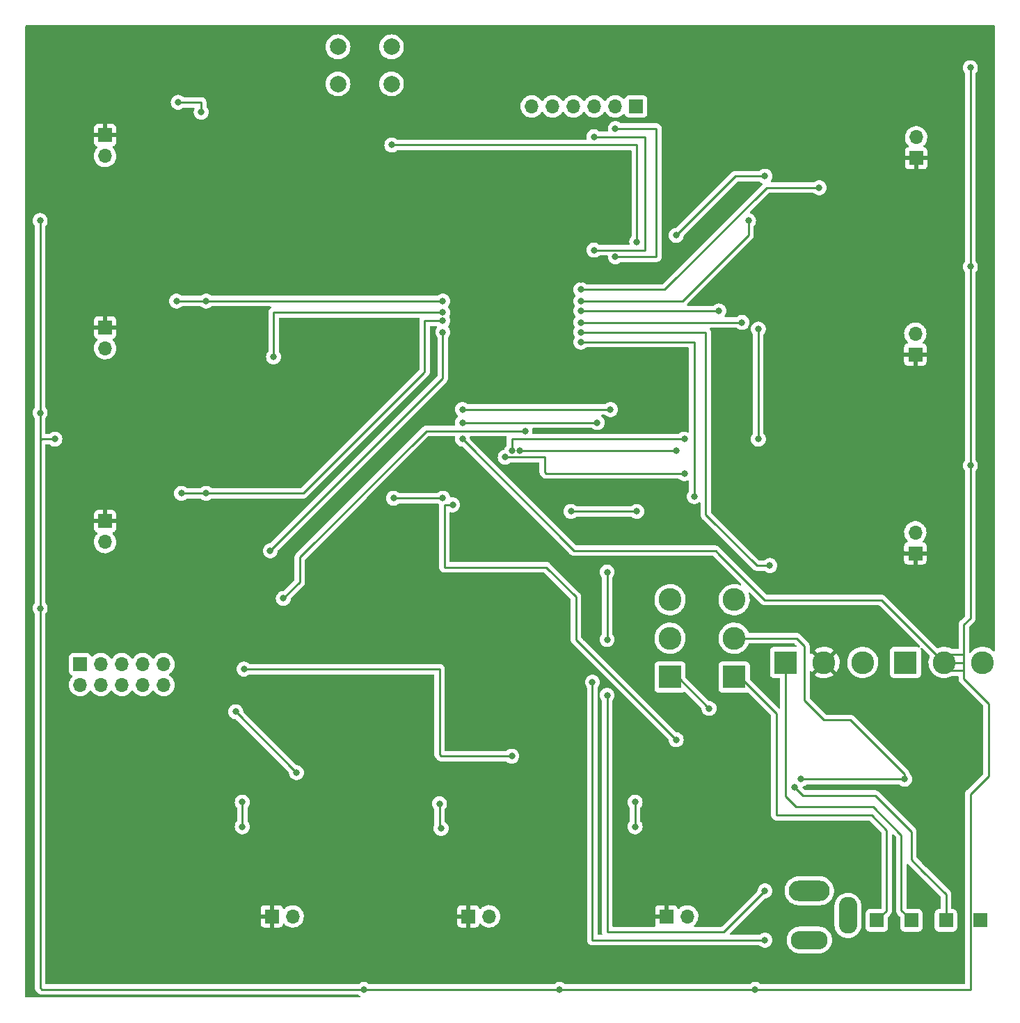
<source format=gbr>
%TF.GenerationSoftware,KiCad,Pcbnew,(6.0.5)*%
%TF.CreationDate,2023-11-06T22:20:46-06:00*%
%TF.ProjectId,ECE395_Digital_Target,45434533-3935-45f4-9469-676974616c5f,rev?*%
%TF.SameCoordinates,Original*%
%TF.FileFunction,Copper,L2,Bot*%
%TF.FilePolarity,Positive*%
%FSLAX46Y46*%
G04 Gerber Fmt 4.6, Leading zero omitted, Abs format (unit mm)*
G04 Created by KiCad (PCBNEW (6.0.5)) date 2023-11-06 22:20:46*
%MOMM*%
%LPD*%
G01*
G04 APERTURE LIST*
%TA.AperFunction,ComponentPad*%
%ADD10R,1.700000X1.700000*%
%TD*%
%TA.AperFunction,ComponentPad*%
%ADD11O,1.700000X1.700000*%
%TD*%
%TA.AperFunction,ComponentPad*%
%ADD12R,2.775000X2.775000*%
%TD*%
%TA.AperFunction,ComponentPad*%
%ADD13C,2.775000*%
%TD*%
%TA.AperFunction,ComponentPad*%
%ADD14O,5.000000X2.500000*%
%TD*%
%TA.AperFunction,ComponentPad*%
%ADD15O,4.500000X2.250000*%
%TD*%
%TA.AperFunction,ComponentPad*%
%ADD16O,2.250000X4.500000*%
%TD*%
%TA.AperFunction,ComponentPad*%
%ADD17C,2.000000*%
%TD*%
%TA.AperFunction,ViaPad*%
%ADD18C,0.800000*%
%TD*%
%TA.AperFunction,Conductor*%
%ADD19C,0.250000*%
%TD*%
G04 APERTURE END LIST*
D10*
%TO.P,S2,1,Pin_1*%
%TO.N,unconnected-(S2-Pad1)*%
X123925000Y-41900000D03*
D11*
%TO.P,S2,2,Pin_2*%
%TO.N,Net-(S2-Pad2)*%
X121385000Y-41900000D03*
%TO.P,S2,3,Pin_3*%
%TO.N,Net-(S2-Pad3)*%
X118845000Y-41900000D03*
%TO.P,S2,4,Pin_4*%
%TO.N,unconnected-(S2-Pad4)*%
X116305000Y-41900000D03*
%TO.P,S2,5,Pin_5*%
%TO.N,unconnected-(S2-Pad5)*%
X113765000Y-41900000D03*
%TO.P,S2,6,Pin_6*%
%TO.N,GND*%
X111225000Y-41900000D03*
%TD*%
D12*
%TO.P,S63,1*%
%TO.N,Net-(J133-Pad1)*%
X156700000Y-109600000D03*
D13*
%TO.P,S63,2*%
%TO.N,+3V3*%
X161400000Y-109600000D03*
%TO.P,S63,3*%
%TO.N,Net-(10uF4-Pad1)*%
X166100000Y-109600000D03*
%TD*%
D14*
%TO.P,J0,1*%
%TO.N,Net-(J0-Pad1)*%
X145000000Y-137387500D03*
D15*
%TO.P,J0,2*%
%TO.N,Net-(J0-Pad2)*%
X145000000Y-143387500D03*
D16*
%TO.P,J0,3*%
%TO.N,unconnected-(J0-Pad3)*%
X149700000Y-140387500D03*
%TD*%
D10*
%TO.P,J1,1,Pin_1*%
%TO.N,6.6V*%
X59300000Y-45400000D03*
D11*
%TO.P,J1,2,Pin_2*%
%TO.N,Net-(J1-Pad2)*%
X59300000Y-47940000D03*
%TD*%
D10*
%TO.P,J7,1,Pin_1*%
%TO.N,6.6V*%
X79600000Y-140500000D03*
D11*
%TO.P,J7,2,Pin_2*%
%TO.N,Net-(J7-Pad2)*%
X82140000Y-140500000D03*
%TD*%
D12*
%TO.P,S550,1*%
%TO.N,Net-(J112-Pad1)*%
X135852500Y-111350000D03*
D13*
%TO.P,S550,2*%
%TO.N,+12V*%
X135852500Y-106650000D03*
%TO.P,S550,3*%
%TO.N,Net-(J0-Pad1)*%
X135852500Y-101950000D03*
%TD*%
D10*
%TO.P,J4,1,Pin_1*%
%TO.N,6.6V*%
X158000000Y-48200000D03*
D11*
%TO.P,J4,2,Pin_2*%
%TO.N,Net-(J4-Pad2)*%
X158000000Y-45660000D03*
%TD*%
D10*
%TO.P,J5,1,Pin_1*%
%TO.N,6.6V*%
X157900000Y-72100000D03*
D11*
%TO.P,J5,2,Pin_2*%
%TO.N,Net-(J5-Pad2)*%
X157900000Y-69560000D03*
%TD*%
D10*
%TO.P,S1,1,Pin_1*%
%TO.N,unconnected-(S1-Pad1)*%
X56260000Y-109800000D03*
D11*
%TO.P,S1,2,Pin_2*%
%TO.N,Net-(S1-Pad2)*%
X56260000Y-112340000D03*
%TO.P,S1,3,Pin_3*%
%TO.N,unconnected-(S1-Pad3)*%
X58800000Y-109800000D03*
%TO.P,S1,4,Pin_4*%
%TO.N,Net-(S1-Pad4)*%
X58800000Y-112340000D03*
%TO.P,S1,5,Pin_5*%
%TO.N,GND*%
X61340000Y-109800000D03*
%TO.P,S1,6,Pin_6*%
X61340000Y-112340000D03*
%TO.P,S1,7,Pin_7*%
%TO.N,unconnected-(S1-Pad7)*%
X63880000Y-109800000D03*
%TO.P,S1,8,Pin_8*%
%TO.N,unconnected-(S1-Pad8)*%
X63880000Y-112340000D03*
%TO.P,S1,9,Pin_9*%
%TO.N,unconnected-(S1-Pad9)*%
X66420000Y-109800000D03*
%TO.P,S1,10,Pin_10*%
%TO.N,unconnected-(S1-Pad10)*%
X66420000Y-112340000D03*
%TD*%
D12*
%TO.P,S65,1*%
%TO.N,Net-(J166-Pad1)*%
X142100000Y-109600000D03*
D13*
%TO.P,S65,2*%
%TO.N,6.6V*%
X146800000Y-109600000D03*
%TO.P,S65,3*%
%TO.N,Net-(10uF3-Pad1)*%
X151500000Y-109600000D03*
%TD*%
D10*
%TO.P,J9,1,Pin_1*%
%TO.N,6.6V*%
X127600000Y-140500000D03*
D11*
%TO.P,J9,2,Pin_2*%
%TO.N,Net-(J9-Pad2)*%
X130140000Y-140500000D03*
%TD*%
D12*
%TO.P,S350,1*%
%TO.N,Net-(J999-Pad1)*%
X128052500Y-111350000D03*
D13*
%TO.P,S350,2*%
%TO.N,GND*%
X128052500Y-106650000D03*
%TO.P,S350,3*%
%TO.N,Net-(J0-Pad2)*%
X128052500Y-101950000D03*
%TD*%
D10*
%TO.P,J166,1,Pin_1*%
%TO.N,Net-(J166-Pad1)*%
X157425000Y-141000000D03*
%TD*%
%TO.P,J6,1,Pin_1*%
%TO.N,6.6V*%
X157900000Y-96300000D03*
D11*
%TO.P,J6,2,Pin_2*%
%TO.N,Net-(J6-Pad2)*%
X157900000Y-93760000D03*
%TD*%
D10*
%TO.P,J8,1,Pin_1*%
%TO.N,6.6V*%
X103500000Y-140500000D03*
D11*
%TO.P,J8,2,Pin_2*%
%TO.N,Net-(J8-Pad2)*%
X106040000Y-140500000D03*
%TD*%
D17*
%TO.P,SW1,1,1*%
%TO.N,GND*%
X87650000Y-34650000D03*
X94150000Y-34650000D03*
%TO.P,SW1,2,2*%
%TO.N,Net-(C300-Pad1)*%
X94150000Y-39150000D03*
X87650000Y-39150000D03*
%TD*%
D10*
%TO.P,J3,1,Pin_1*%
%TO.N,6.6V*%
X59300000Y-92400000D03*
D11*
%TO.P,J3,2,Pin_2*%
%TO.N,Net-(J3-Pad2)*%
X59300000Y-94940000D03*
%TD*%
D10*
%TO.P,J112,1,Pin_1*%
%TO.N,Net-(J112-Pad1)*%
X153225000Y-141000000D03*
%TD*%
%TO.P,J2,1,Pin_1*%
%TO.N,6.6V*%
X59300000Y-68800000D03*
D11*
%TO.P,J2,2,Pin_2*%
%TO.N,Net-(J2-Pad2)*%
X59300000Y-71340000D03*
%TD*%
D10*
%TO.P,J133,1,Pin_1*%
%TO.N,Net-(J133-Pad1)*%
X165825000Y-141000000D03*
%TD*%
%TO.P,J999,1,Pin_1*%
%TO.N,Net-(J999-Pad1)*%
X161625000Y-141000000D03*
%TD*%
D18*
%TO.N,+12V*%
X156600000Y-123800000D03*
X144000000Y-123800000D03*
%TO.N,6.6V*%
X96400000Y-112200000D03*
X117000000Y-57600000D03*
X131000000Y-57600000D03*
X117200000Y-73800000D03*
X153400000Y-131400000D03*
X96400000Y-120400000D03*
X117200000Y-63000000D03*
X130200000Y-138400000D03*
%TO.N,+3V3*%
X51400000Y-55800000D03*
X90800000Y-149400000D03*
X138400000Y-149400000D03*
X53200000Y-82400000D03*
X164600000Y-85600000D03*
X51400000Y-103000000D03*
X164600000Y-37200000D03*
X164600000Y-61400000D03*
X114600000Y-149400000D03*
X102800000Y-82400000D03*
X51400000Y-79200000D03*
%TO.N,Net-(C300-Pad1)*%
X124000000Y-91200000D03*
X94200000Y-46600000D03*
X124000000Y-58400000D03*
X116000000Y-91200000D03*
%TO.N,Net-(D1-Pad2)*%
X102800000Y-78800000D03*
X120800000Y-78800000D03*
%TO.N,Net-(D2-Pad2)*%
X119200000Y-80400000D03*
X102800000Y-80400000D03*
%TO.N,Net-(D3-Pad2)*%
X81000000Y-101800000D03*
X110400000Y-81400000D03*
%TO.N,Net-(D4-Pad2)*%
X128800000Y-57600000D03*
X109799503Y-83800000D03*
X139600000Y-50400000D03*
X128800000Y-83800000D03*
%TO.N,Net-(D5-Pad2)*%
X108800000Y-83800000D03*
X129800000Y-82400000D03*
X138800000Y-82400000D03*
X138800000Y-69000000D03*
%TO.N,Net-(D6-Pad2)*%
X108000000Y-84600000D03*
X129800000Y-86600000D03*
%TO.N,Net-(D7-Pad2)*%
X82600000Y-123000000D03*
X75200000Y-115600000D03*
%TO.N,Net-(D8-Pad2)*%
X94400000Y-89600000D03*
X100400000Y-89600000D03*
X108800000Y-121000000D03*
X76200000Y-110400000D03*
%TO.N,Net-(D9-Pad2)*%
X128800000Y-119000000D03*
X101600000Y-90400000D03*
%TO.N,Net-(NOT1-Pad1)*%
X68200000Y-41400000D03*
X71000000Y-42600000D03*
%TO.N,Net-(NOT1-Pad3)*%
X71600000Y-65600000D03*
X68000000Y-65600000D03*
X100400000Y-65600000D03*
%TO.N,Net-(NOT1-Pad4)*%
X100400000Y-67000000D03*
X79800000Y-72400000D03*
%TO.N,Net-(NOT1-Pad5)*%
X71600000Y-89000000D03*
X68600000Y-89000000D03*
X100400000Y-68000000D03*
%TO.N,Net-(NOT1-Pad6)*%
X79400000Y-96000000D03*
X100400000Y-69400000D03*
%TO.N,Net-(NOT1-Pad8)*%
X131000000Y-89400000D03*
X117200000Y-70600000D03*
%TO.N,Net-(NOT1-Pad9)*%
X140200000Y-97800000D03*
X117200000Y-69400000D03*
%TO.N,Net-(NOT1-Pad10)*%
X117200000Y-68200000D03*
X136800000Y-68200000D03*
%TO.N,Net-(NOT1-Pad11)*%
X117200000Y-66800000D03*
X134000000Y-66800000D03*
%TO.N,Net-(NOT1-Pad12)*%
X117200000Y-65600000D03*
X137600000Y-55800000D03*
%TO.N,Net-(NOT1-Pad13)*%
X146200000Y-51800000D03*
X117200000Y-64200000D03*
%TO.N,Net-(NOT2-Pad1)*%
X76000000Y-129600000D03*
X76000000Y-126600000D03*
%TO.N,Net-(NOT2-Pad3)*%
X100000000Y-126800000D03*
X100200000Y-129800000D03*
%TO.N,Net-(NOT2-Pad5)*%
X123800000Y-129600000D03*
X123800000Y-126600000D03*
%TO.N,Net-(S2-Pad2)*%
X121400000Y-60200000D03*
X121400000Y-44600000D03*
%TO.N,Net-(S2-Pad3)*%
X118800000Y-59400000D03*
X118800000Y-45600000D03*
%TO.N,Net-(J0-Pad1)*%
X120400000Y-98600000D03*
X120400000Y-113600000D03*
X139600000Y-137400000D03*
X120400000Y-106800000D03*
%TO.N,Net-(J0-Pad2)*%
X139600000Y-143400000D03*
X118600000Y-112000000D03*
%TO.N,Net-(J999-Pad1)*%
X143200000Y-124800000D03*
X132800000Y-115200000D03*
%TD*%
D19*
%TO.N,+12V*%
X150000000Y-116600000D02*
X153200000Y-119800000D01*
X144400000Y-107600000D02*
X144400000Y-114200000D01*
X144400000Y-114200000D02*
X146200000Y-116000000D01*
X135852500Y-106650000D02*
X143450000Y-106650000D01*
X143450000Y-106650000D02*
X144400000Y-107600000D01*
X156600000Y-123800000D02*
X144000000Y-123800000D01*
X156600000Y-123200000D02*
X156600000Y-123800000D01*
X153200000Y-119800000D02*
X156600000Y-123200000D01*
X146800000Y-116600000D02*
X150000000Y-116600000D01*
X146200000Y-116000000D02*
X146800000Y-116600000D01*
%TO.N,6.6V*%
X135400000Y-133200000D02*
X130200000Y-138400000D01*
X96400000Y-120400000D02*
X96400000Y-112200000D01*
X131000000Y-57600000D02*
X125600000Y-63000000D01*
X117000000Y-57600000D02*
X117000000Y-60000000D01*
X151600000Y-133200000D02*
X135400000Y-133200000D01*
X117000000Y-60000000D02*
X115800000Y-61200000D01*
X153400000Y-131400000D02*
X151600000Y-133200000D01*
X125600000Y-63000000D02*
X117200000Y-63000000D01*
X115800000Y-61200000D02*
X115800000Y-72400000D01*
X115800000Y-72400000D02*
X117200000Y-73800000D01*
%TO.N,+3V3*%
X164600000Y-85600000D02*
X164600000Y-61400000D01*
X53200000Y-82400000D02*
X51600000Y-82400000D01*
X51400000Y-149200000D02*
X51400000Y-103000000D01*
X164600000Y-149400000D02*
X138400000Y-149400000D01*
X51400000Y-79200000D02*
X51400000Y-55800000D01*
X90800000Y-149400000D02*
X51600000Y-149400000D01*
X164600000Y-149400000D02*
X164600000Y-125600000D01*
X153800000Y-102000000D02*
X143400000Y-102000000D01*
X164600000Y-104200000D02*
X164600000Y-85600000D01*
X164600000Y-61400000D02*
X164600000Y-37200000D01*
X163800000Y-111600000D02*
X163800000Y-110600000D01*
X163800000Y-109600000D02*
X163800000Y-108600000D01*
X133600000Y-96000000D02*
X116400000Y-96000000D01*
X164600000Y-125600000D02*
X166800000Y-123400000D01*
X116400000Y-96000000D02*
X102800000Y-82400000D01*
X143400000Y-102000000D02*
X139600000Y-102000000D01*
X163800000Y-108600000D02*
X163800000Y-105000000D01*
X163800000Y-105000000D02*
X164600000Y-104200000D01*
X161400000Y-109600000D02*
X163800000Y-109600000D01*
X51600000Y-82400000D02*
X51400000Y-82600000D01*
X161400000Y-109600000D02*
X162400000Y-110600000D01*
X166800000Y-114600000D02*
X163800000Y-111600000D01*
X166800000Y-114600000D02*
X166800000Y-123400000D01*
X162400000Y-110600000D02*
X163800000Y-110600000D01*
X138400000Y-149400000D02*
X114600000Y-149400000D01*
X161400000Y-109600000D02*
X153800000Y-102000000D01*
X163800000Y-110600000D02*
X163800000Y-109600000D01*
X114600000Y-149400000D02*
X90800000Y-149400000D01*
X161400000Y-109600000D02*
X162400000Y-108600000D01*
X51600000Y-149400000D02*
X51400000Y-149200000D01*
X139600000Y-102000000D02*
X134000000Y-96400000D01*
X51400000Y-82600000D02*
X51400000Y-79200000D01*
X134000000Y-96400000D02*
X133600000Y-96000000D01*
X51400000Y-103000000D02*
X51400000Y-82600000D01*
X162400000Y-108600000D02*
X163800000Y-108600000D01*
%TO.N,Net-(C300-Pad1)*%
X94200000Y-46600000D02*
X124000000Y-46600000D01*
X124000000Y-91200000D02*
X116000000Y-91200000D01*
X124000000Y-46600000D02*
X124000000Y-58400000D01*
%TO.N,Net-(D1-Pad2)*%
X102800000Y-78800000D02*
X120800000Y-78800000D01*
%TO.N,Net-(D2-Pad2)*%
X102800000Y-80400000D02*
X119200000Y-80400000D01*
%TO.N,Net-(D3-Pad2)*%
X81000000Y-101800000D02*
X83000000Y-99800000D01*
X83000000Y-99800000D02*
X83000000Y-96800000D01*
X98400000Y-81400000D02*
X110400000Y-81400000D01*
X83000000Y-96800000D02*
X98400000Y-81400000D01*
%TO.N,Net-(D4-Pad2)*%
X128800000Y-83800000D02*
X109800000Y-83800000D01*
X136000000Y-50400000D02*
X128800000Y-57600000D01*
X109800000Y-83800000D02*
X109799503Y-83800000D01*
X136800000Y-50400000D02*
X136000000Y-50400000D01*
X139600000Y-50400000D02*
X136800000Y-50400000D01*
%TO.N,Net-(D5-Pad2)*%
X129800000Y-82400000D02*
X108800000Y-82400000D01*
X138800000Y-69000000D02*
X138800000Y-80200000D01*
X108800000Y-82400000D02*
X108800000Y-83800000D01*
X138800000Y-80200000D02*
X138800000Y-82400000D01*
%TO.N,Net-(D6-Pad2)*%
X113000000Y-86600000D02*
X112800000Y-86400000D01*
X112800000Y-84600000D02*
X108000000Y-84600000D01*
X112800000Y-86400000D02*
X112800000Y-84600000D01*
X129800000Y-86600000D02*
X113000000Y-86600000D01*
%TO.N,Net-(D7-Pad2)*%
X82600000Y-123000000D02*
X75200000Y-115600000D01*
%TO.N,Net-(D8-Pad2)*%
X100000000Y-110400000D02*
X76200000Y-110400000D01*
X100000000Y-120800000D02*
X100000000Y-110400000D01*
X108800000Y-121000000D02*
X100200000Y-121000000D01*
X94400000Y-89600000D02*
X100400000Y-89600000D01*
X100200000Y-121000000D02*
X100000000Y-120800000D01*
%TO.N,Net-(D9-Pad2)*%
X128800000Y-119000000D02*
X116600000Y-106800000D01*
X116600000Y-106800000D02*
X116600000Y-101600000D01*
X100600000Y-90400000D02*
X101600000Y-90400000D01*
X100600000Y-98000000D02*
X100600000Y-90400000D01*
X116600000Y-101600000D02*
X113000000Y-98000000D01*
X113000000Y-98000000D02*
X100600000Y-98000000D01*
%TO.N,Net-(NOT1-Pad1)*%
X71000000Y-42600000D02*
X71000000Y-41400000D01*
X71000000Y-41400000D02*
X68200000Y-41400000D01*
%TO.N,Net-(NOT1-Pad3)*%
X71600000Y-65600000D02*
X68000000Y-65600000D01*
X71600000Y-65600000D02*
X100400000Y-65600000D01*
%TO.N,Net-(NOT1-Pad4)*%
X79800000Y-67000000D02*
X100400000Y-67000000D01*
X79800000Y-72400000D02*
X79800000Y-67000000D01*
%TO.N,Net-(NOT1-Pad5)*%
X71600000Y-89000000D02*
X83400000Y-89000000D01*
X71600000Y-89000000D02*
X68600000Y-89000000D01*
X98200000Y-68000000D02*
X100400000Y-68000000D01*
X83800000Y-88600000D02*
X98000000Y-74400000D01*
X98000000Y-74400000D02*
X98200000Y-74200000D01*
X83400000Y-89000000D02*
X83800000Y-88600000D01*
X98200000Y-74200000D02*
X98200000Y-68000000D01*
%TO.N,Net-(NOT1-Pad6)*%
X79400000Y-96000000D02*
X100400000Y-75000000D01*
X100400000Y-75000000D02*
X100400000Y-69400000D01*
%TO.N,Net-(NOT1-Pad8)*%
X131000000Y-70600000D02*
X117200000Y-70600000D01*
X131000000Y-89400000D02*
X131000000Y-70600000D01*
%TO.N,Net-(NOT1-Pad9)*%
X132800000Y-92000000D02*
X132400000Y-91600000D01*
X132400000Y-69400000D02*
X117200000Y-69400000D01*
X140200000Y-97800000D02*
X138600000Y-97800000D01*
X132400000Y-91600000D02*
X132400000Y-69400000D01*
X138600000Y-97800000D02*
X132800000Y-92000000D01*
%TO.N,Net-(NOT1-Pad10)*%
X136800000Y-68200000D02*
X117200000Y-68200000D01*
%TO.N,Net-(NOT1-Pad11)*%
X134000000Y-66800000D02*
X117200000Y-66800000D01*
%TO.N,Net-(NOT1-Pad12)*%
X129600000Y-65600000D02*
X117200000Y-65600000D01*
X137600000Y-57600000D02*
X129600000Y-65600000D01*
X137600000Y-55800000D02*
X137600000Y-57600000D01*
%TO.N,Net-(NOT1-Pad13)*%
X139800000Y-51800000D02*
X127400000Y-64200000D01*
X127400000Y-64200000D02*
X117200000Y-64200000D01*
X146200000Y-51800000D02*
X139800000Y-51800000D01*
%TO.N,Net-(NOT2-Pad1)*%
X76000000Y-126600000D02*
X76000000Y-129600000D01*
%TO.N,Net-(NOT2-Pad3)*%
X100000000Y-126800000D02*
X100000000Y-129600000D01*
X100000000Y-129600000D02*
X100200000Y-129800000D01*
%TO.N,Net-(NOT2-Pad5)*%
X123800000Y-126600000D02*
X123800000Y-129600000D01*
%TO.N,Net-(S2-Pad2)*%
X126400000Y-44600000D02*
X126400000Y-60200000D01*
X121400000Y-44600000D02*
X126400000Y-44600000D01*
X126400000Y-60200000D02*
X121400000Y-60200000D01*
%TO.N,Net-(S2-Pad3)*%
X125000000Y-59400000D02*
X118800000Y-59400000D01*
X118800000Y-45600000D02*
X125000000Y-45600000D01*
X125000000Y-45600000D02*
X125000000Y-59400000D01*
%TO.N,Net-(J0-Pad1)*%
X120400000Y-106800000D02*
X120400000Y-98600000D01*
X134600000Y-142400000D02*
X133600000Y-142400000D01*
X133600000Y-142400000D02*
X120400000Y-142400000D01*
X139600000Y-137400000D02*
X134600000Y-142400000D01*
X120400000Y-142400000D02*
X120400000Y-113600000D01*
%TO.N,Net-(J0-Pad2)*%
X118600000Y-143400000D02*
X136600000Y-143400000D01*
X118600000Y-112000000D02*
X118600000Y-143400000D01*
X136600000Y-143400000D02*
X139600000Y-143400000D01*
%TO.N,Net-(J112-Pad1)*%
X153225000Y-141000000D02*
X154400000Y-139825000D01*
X154400000Y-130000000D02*
X152600000Y-128200000D01*
X154400000Y-133200000D02*
X154400000Y-130000000D01*
X141000000Y-128200000D02*
X141000000Y-115800000D01*
X152600000Y-128200000D02*
X141000000Y-128200000D01*
X136550000Y-111350000D02*
X135852500Y-111350000D01*
X141000000Y-115800000D02*
X136550000Y-111350000D01*
X154400000Y-139825000D02*
X154400000Y-133200000D01*
%TO.N,Net-(J166-Pad1)*%
X156200000Y-139775000D02*
X156200000Y-130600000D01*
X143400000Y-127200000D02*
X142100000Y-125900000D01*
X152800000Y-127200000D02*
X143400000Y-127200000D01*
X142100000Y-125900000D02*
X142100000Y-109600000D01*
X157425000Y-141000000D02*
X156200000Y-139775000D01*
X156200000Y-130600000D02*
X152800000Y-127200000D01*
%TO.N,Net-(J999-Pad1)*%
X157400000Y-130200000D02*
X153000000Y-125800000D01*
X158800000Y-135000000D02*
X157400000Y-133600000D01*
X153000000Y-125800000D02*
X145400000Y-125800000D01*
X144200000Y-125800000D02*
X143200000Y-124800000D01*
X145400000Y-125800000D02*
X144200000Y-125800000D01*
X157400000Y-133600000D02*
X157400000Y-130200000D01*
X128950000Y-111350000D02*
X128052500Y-111350000D01*
X161625000Y-137825000D02*
X158800000Y-135000000D01*
X132800000Y-115200000D02*
X128950000Y-111350000D01*
X161625000Y-141000000D02*
X161625000Y-137825000D01*
%TD*%
%TA.AperFunction,Conductor*%
%TO.N,6.6V*%
G36*
X167542121Y-32020002D02*
G01*
X167588614Y-32073658D01*
X167600000Y-32126000D01*
X167600000Y-108113352D01*
X167579998Y-108181473D01*
X167526342Y-108227966D01*
X167456068Y-108238070D01*
X167391488Y-108208576D01*
X167384208Y-108201745D01*
X167360181Y-108177338D01*
X167357050Y-108174157D01*
X167353510Y-108171456D01*
X167353504Y-108171450D01*
X167147147Y-108013963D01*
X167147143Y-108013960D01*
X167143606Y-108011261D01*
X166909340Y-107880066D01*
X166658924Y-107783188D01*
X166654599Y-107782185D01*
X166654594Y-107782184D01*
X166470864Y-107739598D01*
X166397357Y-107722560D01*
X166129857Y-107699392D01*
X166125422Y-107699636D01*
X166125418Y-107699636D01*
X165866204Y-107713901D01*
X165866197Y-107713902D01*
X165861761Y-107714146D01*
X165598419Y-107766528D01*
X165345084Y-107855493D01*
X165106812Y-107979265D01*
X165103197Y-107981848D01*
X165103191Y-107981852D01*
X164891978Y-108132787D01*
X164891974Y-108132790D01*
X164888357Y-108135375D01*
X164694077Y-108320709D01*
X164691321Y-108324205D01*
X164691315Y-108324212D01*
X164658450Y-108365901D01*
X164600569Y-108407015D01*
X164529649Y-108410309D01*
X164468206Y-108374738D01*
X164435749Y-108311595D01*
X164433500Y-108287896D01*
X164433500Y-105314595D01*
X164453502Y-105246474D01*
X164470405Y-105225499D01*
X164723791Y-104972114D01*
X164992258Y-104703647D01*
X165000537Y-104696113D01*
X165007018Y-104692000D01*
X165053644Y-104642348D01*
X165056398Y-104639507D01*
X165076135Y-104619770D01*
X165078615Y-104616573D01*
X165086320Y-104607551D01*
X165104567Y-104588120D01*
X165116586Y-104575321D01*
X165120405Y-104568375D01*
X165120407Y-104568372D01*
X165126348Y-104557566D01*
X165137199Y-104541047D01*
X165144758Y-104531301D01*
X165149614Y-104525041D01*
X165152759Y-104517772D01*
X165152762Y-104517768D01*
X165167174Y-104484463D01*
X165172391Y-104473813D01*
X165193695Y-104435060D01*
X165198733Y-104415437D01*
X165205137Y-104396734D01*
X165210033Y-104385420D01*
X165210033Y-104385419D01*
X165213181Y-104378145D01*
X165214420Y-104370322D01*
X165214423Y-104370312D01*
X165220099Y-104334476D01*
X165222505Y-104322856D01*
X165231528Y-104287711D01*
X165231528Y-104287710D01*
X165233500Y-104280030D01*
X165233500Y-104259776D01*
X165235051Y-104240065D01*
X165236980Y-104227886D01*
X165238220Y-104220057D01*
X165234059Y-104176038D01*
X165233500Y-104164181D01*
X165233500Y-86302524D01*
X165253502Y-86234403D01*
X165265858Y-86218221D01*
X165339040Y-86136944D01*
X165434527Y-85971556D01*
X165493542Y-85789928D01*
X165494761Y-85778336D01*
X165512814Y-85606565D01*
X165513504Y-85600000D01*
X165493542Y-85410072D01*
X165434527Y-85228444D01*
X165339040Y-85063056D01*
X165265863Y-84981785D01*
X165235147Y-84917779D01*
X165233500Y-84897476D01*
X165233500Y-62102524D01*
X165253502Y-62034403D01*
X165265858Y-62018221D01*
X165339040Y-61936944D01*
X165434527Y-61771556D01*
X165493542Y-61589928D01*
X165513504Y-61400000D01*
X165493542Y-61210072D01*
X165434527Y-61028444D01*
X165339040Y-60863056D01*
X165265863Y-60781785D01*
X165235147Y-60717779D01*
X165233500Y-60697476D01*
X165233500Y-37902524D01*
X165253502Y-37834403D01*
X165265858Y-37818221D01*
X165339040Y-37736944D01*
X165434527Y-37571556D01*
X165493542Y-37389928D01*
X165513504Y-37200000D01*
X165493542Y-37010072D01*
X165434527Y-36828444D01*
X165339040Y-36663056D01*
X165211253Y-36521134D01*
X165056752Y-36408882D01*
X165050724Y-36406198D01*
X165050722Y-36406197D01*
X164888319Y-36333891D01*
X164888318Y-36333891D01*
X164882288Y-36331206D01*
X164788887Y-36311353D01*
X164701944Y-36292872D01*
X164701939Y-36292872D01*
X164695487Y-36291500D01*
X164504513Y-36291500D01*
X164498061Y-36292872D01*
X164498056Y-36292872D01*
X164411113Y-36311353D01*
X164317712Y-36331206D01*
X164311682Y-36333891D01*
X164311681Y-36333891D01*
X164149278Y-36406197D01*
X164149276Y-36406198D01*
X164143248Y-36408882D01*
X163988747Y-36521134D01*
X163860960Y-36663056D01*
X163765473Y-36828444D01*
X163706458Y-37010072D01*
X163686496Y-37200000D01*
X163706458Y-37389928D01*
X163765473Y-37571556D01*
X163860960Y-37736944D01*
X163934137Y-37818215D01*
X163964853Y-37882221D01*
X163966500Y-37902524D01*
X163966500Y-60697476D01*
X163946498Y-60765597D01*
X163934142Y-60781779D01*
X163860960Y-60863056D01*
X163765473Y-61028444D01*
X163706458Y-61210072D01*
X163686496Y-61400000D01*
X163706458Y-61589928D01*
X163765473Y-61771556D01*
X163860960Y-61936944D01*
X163934137Y-62018215D01*
X163964853Y-62082221D01*
X163966500Y-62102524D01*
X163966500Y-84897476D01*
X163946498Y-84965597D01*
X163934142Y-84981779D01*
X163860960Y-85063056D01*
X163765473Y-85228444D01*
X163706458Y-85410072D01*
X163686496Y-85600000D01*
X163687186Y-85606565D01*
X163705240Y-85778336D01*
X163706458Y-85789928D01*
X163765473Y-85971556D01*
X163860960Y-86136944D01*
X163934137Y-86218215D01*
X163964853Y-86282221D01*
X163966500Y-86302524D01*
X163966500Y-103885405D01*
X163946498Y-103953526D01*
X163929595Y-103974501D01*
X163664030Y-104240065D01*
X163407742Y-104496353D01*
X163399463Y-104503887D01*
X163392982Y-104508000D01*
X163376980Y-104525041D01*
X163346357Y-104557651D01*
X163343602Y-104560493D01*
X163323865Y-104580230D01*
X163321385Y-104583427D01*
X163313682Y-104592447D01*
X163283414Y-104624679D01*
X163279595Y-104631625D01*
X163279593Y-104631628D01*
X163273652Y-104642434D01*
X163262801Y-104658953D01*
X163250386Y-104674959D01*
X163247241Y-104682228D01*
X163247238Y-104682232D01*
X163232826Y-104715537D01*
X163227609Y-104726187D01*
X163206305Y-104764940D01*
X163204334Y-104772615D01*
X163204334Y-104772616D01*
X163201267Y-104784562D01*
X163194863Y-104803266D01*
X163186819Y-104821855D01*
X163185580Y-104829678D01*
X163185577Y-104829688D01*
X163179901Y-104865524D01*
X163177495Y-104877144D01*
X163170217Y-104905493D01*
X163166500Y-104919970D01*
X163166500Y-104940224D01*
X163164949Y-104959934D01*
X163161780Y-104979943D01*
X163162526Y-104987835D01*
X163165941Y-105023961D01*
X163166500Y-105035819D01*
X163166500Y-107840500D01*
X163146498Y-107908621D01*
X163092842Y-107955114D01*
X163040500Y-107966500D01*
X162478768Y-107966500D01*
X162467585Y-107965973D01*
X162460092Y-107964298D01*
X162452167Y-107964547D01*
X162452166Y-107964547D01*
X162441072Y-107964896D01*
X162400063Y-107966185D01*
X162334539Y-107950181D01*
X162213226Y-107882242D01*
X162213220Y-107882239D01*
X162209340Y-107880066D01*
X162205201Y-107878465D01*
X162205193Y-107878461D01*
X161964313Y-107785273D01*
X161958924Y-107783188D01*
X161954599Y-107782185D01*
X161954594Y-107782184D01*
X161770864Y-107739598D01*
X161697357Y-107722560D01*
X161429857Y-107699392D01*
X161425422Y-107699636D01*
X161425418Y-107699636D01*
X161166204Y-107713901D01*
X161166197Y-107713902D01*
X161161761Y-107714146D01*
X160898419Y-107766528D01*
X160894226Y-107768000D01*
X160894213Y-107768004D01*
X160650538Y-107853577D01*
X160579638Y-107857276D01*
X160519694Y-107823790D01*
X157422103Y-104726198D01*
X154303652Y-101607747D01*
X154296112Y-101599461D01*
X154292000Y-101592982D01*
X154242348Y-101546356D01*
X154239507Y-101543602D01*
X154219770Y-101523865D01*
X154216573Y-101521385D01*
X154207551Y-101513680D01*
X154201541Y-101508036D01*
X154175321Y-101483414D01*
X154168375Y-101479595D01*
X154168372Y-101479593D01*
X154157566Y-101473652D01*
X154141047Y-101462801D01*
X154139105Y-101461295D01*
X154125041Y-101450386D01*
X154117772Y-101447241D01*
X154117768Y-101447238D01*
X154084463Y-101432826D01*
X154073813Y-101427609D01*
X154035060Y-101406305D01*
X154015437Y-101401267D01*
X153996734Y-101394863D01*
X153985420Y-101389967D01*
X153985419Y-101389967D01*
X153978145Y-101386819D01*
X153970322Y-101385580D01*
X153970312Y-101385577D01*
X153934476Y-101379901D01*
X153922856Y-101377495D01*
X153887711Y-101368472D01*
X153887710Y-101368472D01*
X153880030Y-101366500D01*
X153859776Y-101366500D01*
X153840065Y-101364949D01*
X153827886Y-101363020D01*
X153820057Y-101361780D01*
X153812165Y-101362526D01*
X153776039Y-101365941D01*
X153764181Y-101366500D01*
X139914594Y-101366500D01*
X139846473Y-101346498D01*
X139825499Y-101329595D01*
X137133180Y-98637275D01*
X134103652Y-95607747D01*
X134096112Y-95599461D01*
X134092000Y-95592982D01*
X134042348Y-95546356D01*
X134039507Y-95543602D01*
X134019770Y-95523865D01*
X134016573Y-95521385D01*
X134007551Y-95513680D01*
X133981100Y-95488841D01*
X133975321Y-95483414D01*
X133968375Y-95479595D01*
X133968372Y-95479593D01*
X133957566Y-95473652D01*
X133941047Y-95462801D01*
X133935048Y-95458148D01*
X133925041Y-95450386D01*
X133917772Y-95447241D01*
X133917768Y-95447238D01*
X133884463Y-95432826D01*
X133873813Y-95427609D01*
X133835060Y-95406305D01*
X133815437Y-95401267D01*
X133796734Y-95394863D01*
X133785420Y-95389967D01*
X133785419Y-95389967D01*
X133778145Y-95386819D01*
X133770322Y-95385580D01*
X133770312Y-95385577D01*
X133734476Y-95379901D01*
X133722856Y-95377495D01*
X133687711Y-95368472D01*
X133687710Y-95368472D01*
X133680030Y-95366500D01*
X133659776Y-95366500D01*
X133640065Y-95364949D01*
X133627886Y-95363020D01*
X133620057Y-95361780D01*
X133612165Y-95362526D01*
X133576039Y-95365941D01*
X133564181Y-95366500D01*
X116714595Y-95366500D01*
X116646474Y-95346498D01*
X116625500Y-95329595D01*
X112495905Y-91200000D01*
X115086496Y-91200000D01*
X115087186Y-91206565D01*
X115100958Y-91337595D01*
X115106458Y-91389928D01*
X115165473Y-91571556D01*
X115260960Y-91736944D01*
X115265378Y-91741851D01*
X115265379Y-91741852D01*
X115322626Y-91805431D01*
X115388747Y-91878866D01*
X115543248Y-91991118D01*
X115549276Y-91993802D01*
X115549278Y-91993803D01*
X115711681Y-92066109D01*
X115717712Y-92068794D01*
X115811112Y-92088647D01*
X115898056Y-92107128D01*
X115898061Y-92107128D01*
X115904513Y-92108500D01*
X116095487Y-92108500D01*
X116101939Y-92107128D01*
X116101944Y-92107128D01*
X116188888Y-92088647D01*
X116282288Y-92068794D01*
X116288319Y-92066109D01*
X116450722Y-91993803D01*
X116450724Y-91993802D01*
X116456752Y-91991118D01*
X116611253Y-91878866D01*
X116615668Y-91873963D01*
X116620580Y-91869540D01*
X116621705Y-91870789D01*
X116675014Y-91837949D01*
X116708200Y-91833500D01*
X123291800Y-91833500D01*
X123359921Y-91853502D01*
X123379147Y-91869843D01*
X123379420Y-91869540D01*
X123384332Y-91873963D01*
X123388747Y-91878866D01*
X123543248Y-91991118D01*
X123549276Y-91993802D01*
X123549278Y-91993803D01*
X123711681Y-92066109D01*
X123717712Y-92068794D01*
X123811112Y-92088647D01*
X123898056Y-92107128D01*
X123898061Y-92107128D01*
X123904513Y-92108500D01*
X124095487Y-92108500D01*
X124101939Y-92107128D01*
X124101944Y-92107128D01*
X124188888Y-92088647D01*
X124282288Y-92068794D01*
X124288319Y-92066109D01*
X124450722Y-91993803D01*
X124450724Y-91993802D01*
X124456752Y-91991118D01*
X124611253Y-91878866D01*
X124677374Y-91805431D01*
X124734621Y-91741852D01*
X124734622Y-91741851D01*
X124739040Y-91736944D01*
X124834527Y-91571556D01*
X124893542Y-91389928D01*
X124899043Y-91337595D01*
X124912814Y-91206565D01*
X124913504Y-91200000D01*
X124901181Y-91082749D01*
X124894232Y-91016635D01*
X124894232Y-91016633D01*
X124893542Y-91010072D01*
X124834527Y-90828444D01*
X124739040Y-90663056D01*
X124611253Y-90521134D01*
X124481000Y-90426499D01*
X124462094Y-90412763D01*
X124462093Y-90412762D01*
X124456752Y-90408882D01*
X124450724Y-90406198D01*
X124450722Y-90406197D01*
X124288319Y-90333891D01*
X124288318Y-90333891D01*
X124282288Y-90331206D01*
X124188887Y-90311353D01*
X124101944Y-90292872D01*
X124101939Y-90292872D01*
X124095487Y-90291500D01*
X123904513Y-90291500D01*
X123898061Y-90292872D01*
X123898056Y-90292872D01*
X123811113Y-90311353D01*
X123717712Y-90331206D01*
X123711682Y-90333891D01*
X123711681Y-90333891D01*
X123549278Y-90406197D01*
X123549276Y-90406198D01*
X123543248Y-90408882D01*
X123537907Y-90412762D01*
X123537906Y-90412763D01*
X123458898Y-90470166D01*
X123388747Y-90521134D01*
X123384332Y-90526037D01*
X123379420Y-90530460D01*
X123378295Y-90529211D01*
X123324986Y-90562051D01*
X123291800Y-90566500D01*
X116708200Y-90566500D01*
X116640079Y-90546498D01*
X116620853Y-90530157D01*
X116620580Y-90530460D01*
X116615668Y-90526037D01*
X116611253Y-90521134D01*
X116541102Y-90470166D01*
X116462094Y-90412763D01*
X116462093Y-90412762D01*
X116456752Y-90408882D01*
X116450724Y-90406198D01*
X116450722Y-90406197D01*
X116288319Y-90333891D01*
X116288318Y-90333891D01*
X116282288Y-90331206D01*
X116188887Y-90311353D01*
X116101944Y-90292872D01*
X116101939Y-90292872D01*
X116095487Y-90291500D01*
X115904513Y-90291500D01*
X115898061Y-90292872D01*
X115898056Y-90292872D01*
X115811113Y-90311353D01*
X115717712Y-90331206D01*
X115711682Y-90333891D01*
X115711681Y-90333891D01*
X115549278Y-90406197D01*
X115549276Y-90406198D01*
X115543248Y-90408882D01*
X115537907Y-90412762D01*
X115537906Y-90412763D01*
X115519000Y-90426499D01*
X115388747Y-90521134D01*
X115260960Y-90663056D01*
X115165473Y-90828444D01*
X115106458Y-91010072D01*
X115105768Y-91016633D01*
X115105768Y-91016635D01*
X115098819Y-91082749D01*
X115086496Y-91200000D01*
X112495905Y-91200000D01*
X103747122Y-82451217D01*
X103713096Y-82388905D01*
X103710907Y-82375292D01*
X103708472Y-82352119D01*
X103693542Y-82210072D01*
X103691502Y-82203794D01*
X103691502Y-82203792D01*
X103689762Y-82198438D01*
X103687733Y-82127471D01*
X103724394Y-82066672D01*
X103788106Y-82035346D01*
X103809594Y-82033500D01*
X108075308Y-82033500D01*
X108143429Y-82053502D01*
X108189922Y-82107158D01*
X108200026Y-82177432D01*
X108195558Y-82196645D01*
X108192717Y-82202682D01*
X108191232Y-82210469D01*
X108191231Y-82210471D01*
X108182195Y-82257843D01*
X108180471Y-82265558D01*
X108166500Y-82319970D01*
X108166500Y-82328207D01*
X108164268Y-82351816D01*
X108162725Y-82359906D01*
X108166249Y-82415925D01*
X108166251Y-82415951D01*
X108166500Y-82423862D01*
X108166500Y-83097476D01*
X108146498Y-83165597D01*
X108134142Y-83181779D01*
X108060960Y-83263056D01*
X107965473Y-83428444D01*
X107906458Y-83610072D01*
X107905919Y-83615200D01*
X107872447Y-83677199D01*
X107809125Y-83711776D01*
X107776181Y-83718778D01*
X107724170Y-83729833D01*
X107724167Y-83729834D01*
X107717712Y-83731206D01*
X107711682Y-83733891D01*
X107711681Y-83733891D01*
X107549278Y-83806197D01*
X107549276Y-83806198D01*
X107543248Y-83808882D01*
X107388747Y-83921134D01*
X107260960Y-84063056D01*
X107165473Y-84228444D01*
X107106458Y-84410072D01*
X107105768Y-84416633D01*
X107105768Y-84416635D01*
X107098820Y-84482745D01*
X107086496Y-84600000D01*
X107087186Y-84606565D01*
X107089879Y-84632183D01*
X107106458Y-84789928D01*
X107165473Y-84971556D01*
X107260960Y-85136944D01*
X107388747Y-85278866D01*
X107543248Y-85391118D01*
X107549276Y-85393802D01*
X107549278Y-85393803D01*
X107600560Y-85416635D01*
X107717712Y-85468794D01*
X107811112Y-85488647D01*
X107898056Y-85507128D01*
X107898061Y-85507128D01*
X107904513Y-85508500D01*
X108095487Y-85508500D01*
X108101939Y-85507128D01*
X108101944Y-85507128D01*
X108188888Y-85488647D01*
X108282288Y-85468794D01*
X108399440Y-85416635D01*
X108450722Y-85393803D01*
X108450724Y-85393802D01*
X108456752Y-85391118D01*
X108611253Y-85278866D01*
X108615668Y-85273963D01*
X108620580Y-85269540D01*
X108621705Y-85270789D01*
X108675014Y-85237949D01*
X108708200Y-85233500D01*
X112040500Y-85233500D01*
X112108621Y-85253502D01*
X112155114Y-85307158D01*
X112166500Y-85359500D01*
X112166500Y-86321233D01*
X112165973Y-86332416D01*
X112164298Y-86339909D01*
X112164547Y-86347835D01*
X112164547Y-86347836D01*
X112166438Y-86407986D01*
X112166500Y-86411945D01*
X112166500Y-86439856D01*
X112166997Y-86443790D01*
X112166997Y-86443791D01*
X112167005Y-86443856D01*
X112167938Y-86455693D01*
X112169327Y-86499889D01*
X112174978Y-86519339D01*
X112178987Y-86538700D01*
X112181526Y-86558797D01*
X112184445Y-86566168D01*
X112184445Y-86566170D01*
X112197804Y-86599912D01*
X112201649Y-86611142D01*
X112213982Y-86653593D01*
X112218015Y-86660412D01*
X112218017Y-86660417D01*
X112224293Y-86671028D01*
X112232988Y-86688776D01*
X112240448Y-86707617D01*
X112245110Y-86714033D01*
X112245110Y-86714034D01*
X112266436Y-86743387D01*
X112272952Y-86753307D01*
X112295458Y-86791362D01*
X112309779Y-86805683D01*
X112322619Y-86820716D01*
X112334528Y-86837107D01*
X112340634Y-86842158D01*
X112368605Y-86865298D01*
X112377384Y-86873288D01*
X112496343Y-86992247D01*
X112503887Y-87000537D01*
X112508000Y-87007018D01*
X112513777Y-87012443D01*
X112557667Y-87053658D01*
X112560509Y-87056413D01*
X112580231Y-87076135D01*
X112583373Y-87078572D01*
X112583433Y-87078619D01*
X112592445Y-87086317D01*
X112618036Y-87110347D01*
X112624679Y-87116586D01*
X112631622Y-87120403D01*
X112642431Y-87126345D01*
X112658953Y-87137198D01*
X112674959Y-87149614D01*
X112682237Y-87152764D01*
X112682238Y-87152764D01*
X112715537Y-87167174D01*
X112726187Y-87172391D01*
X112764940Y-87193695D01*
X112772615Y-87195666D01*
X112772616Y-87195666D01*
X112784562Y-87198733D01*
X112803267Y-87205137D01*
X112821855Y-87213181D01*
X112829678Y-87214420D01*
X112829688Y-87214423D01*
X112865524Y-87220099D01*
X112877144Y-87222505D01*
X112912289Y-87231528D01*
X112919970Y-87233500D01*
X112940224Y-87233500D01*
X112959934Y-87235051D01*
X112979943Y-87238220D01*
X112987835Y-87237474D01*
X113023961Y-87234059D01*
X113035819Y-87233500D01*
X129091800Y-87233500D01*
X129159921Y-87253502D01*
X129179147Y-87269843D01*
X129179420Y-87269540D01*
X129184332Y-87273963D01*
X129188747Y-87278866D01*
X129343248Y-87391118D01*
X129349276Y-87393802D01*
X129349278Y-87393803D01*
X129511681Y-87466109D01*
X129517712Y-87468794D01*
X129611113Y-87488647D01*
X129698056Y-87507128D01*
X129698061Y-87507128D01*
X129704513Y-87508500D01*
X129895487Y-87508500D01*
X129901939Y-87507128D01*
X129901944Y-87507128D01*
X129988887Y-87488647D01*
X130082288Y-87468794D01*
X130189252Y-87421171D01*
X130259618Y-87411737D01*
X130323915Y-87441843D01*
X130361729Y-87501932D01*
X130366500Y-87536278D01*
X130366500Y-88697476D01*
X130346498Y-88765597D01*
X130334142Y-88781779D01*
X130260960Y-88863056D01*
X130165473Y-89028444D01*
X130106458Y-89210072D01*
X130105768Y-89216633D01*
X130105768Y-89216635D01*
X130104527Y-89228444D01*
X130086496Y-89400000D01*
X130087186Y-89406565D01*
X130092736Y-89459366D01*
X130106458Y-89589928D01*
X130165473Y-89771556D01*
X130260960Y-89936944D01*
X130388747Y-90078866D01*
X130543248Y-90191118D01*
X130549276Y-90193802D01*
X130549278Y-90193803D01*
X130683365Y-90253502D01*
X130717712Y-90268794D01*
X130783365Y-90282749D01*
X130898056Y-90307128D01*
X130898061Y-90307128D01*
X130904513Y-90308500D01*
X131095487Y-90308500D01*
X131101939Y-90307128D01*
X131101944Y-90307128D01*
X131216635Y-90282749D01*
X131282288Y-90268794D01*
X131316635Y-90253502D01*
X131450722Y-90193803D01*
X131450724Y-90193802D01*
X131456752Y-90191118D01*
X131566440Y-90111425D01*
X131633306Y-90087567D01*
X131702458Y-90103647D01*
X131751938Y-90154560D01*
X131766500Y-90213361D01*
X131766500Y-91521233D01*
X131765973Y-91532416D01*
X131764298Y-91539909D01*
X131764547Y-91547835D01*
X131764547Y-91547836D01*
X131766438Y-91607986D01*
X131766500Y-91611945D01*
X131766500Y-91639856D01*
X131766997Y-91643790D01*
X131766997Y-91643791D01*
X131767005Y-91643856D01*
X131767938Y-91655693D01*
X131769327Y-91699889D01*
X131774978Y-91719339D01*
X131778987Y-91738700D01*
X131781526Y-91758797D01*
X131784445Y-91766168D01*
X131784445Y-91766170D01*
X131797804Y-91799912D01*
X131801649Y-91811142D01*
X131809437Y-91837949D01*
X131813982Y-91853593D01*
X131818015Y-91860412D01*
X131818017Y-91860417D01*
X131824293Y-91871028D01*
X131832988Y-91888776D01*
X131840448Y-91907617D01*
X131845110Y-91914033D01*
X131845110Y-91914034D01*
X131866436Y-91943387D01*
X131872952Y-91953307D01*
X131895458Y-91991362D01*
X131909779Y-92005683D01*
X131922619Y-92020716D01*
X131934528Y-92037107D01*
X131940634Y-92042158D01*
X131968605Y-92065298D01*
X131977384Y-92073288D01*
X138096343Y-98192247D01*
X138103887Y-98200537D01*
X138108000Y-98207018D01*
X138113777Y-98212443D01*
X138157667Y-98253658D01*
X138160509Y-98256413D01*
X138180231Y-98276135D01*
X138183355Y-98278558D01*
X138183359Y-98278562D01*
X138183424Y-98278612D01*
X138192445Y-98286317D01*
X138224679Y-98316586D01*
X138231627Y-98320405D01*
X138231629Y-98320407D01*
X138242432Y-98326346D01*
X138258959Y-98337202D01*
X138268698Y-98344757D01*
X138268700Y-98344758D01*
X138274960Y-98349614D01*
X138315540Y-98367174D01*
X138326188Y-98372391D01*
X138364940Y-98393695D01*
X138372616Y-98395666D01*
X138372619Y-98395667D01*
X138384562Y-98398733D01*
X138403267Y-98405137D01*
X138421855Y-98413181D01*
X138429678Y-98414420D01*
X138429688Y-98414423D01*
X138465524Y-98420099D01*
X138477144Y-98422505D01*
X138508075Y-98430446D01*
X138519970Y-98433500D01*
X138540224Y-98433500D01*
X138559934Y-98435051D01*
X138579943Y-98438220D01*
X138587835Y-98437474D01*
X138623961Y-98434059D01*
X138635819Y-98433500D01*
X139491800Y-98433500D01*
X139559921Y-98453502D01*
X139579147Y-98469843D01*
X139579420Y-98469540D01*
X139584332Y-98473963D01*
X139588747Y-98478866D01*
X139610329Y-98494546D01*
X139706930Y-98564731D01*
X139743248Y-98591118D01*
X139749276Y-98593802D01*
X139749278Y-98593803D01*
X139883365Y-98653502D01*
X139917712Y-98668794D01*
X140011112Y-98688647D01*
X140098056Y-98707128D01*
X140098061Y-98707128D01*
X140104513Y-98708500D01*
X140295487Y-98708500D01*
X140301939Y-98707128D01*
X140301944Y-98707128D01*
X140388887Y-98688647D01*
X140482288Y-98668794D01*
X140516635Y-98653502D01*
X140650722Y-98593803D01*
X140650724Y-98593802D01*
X140656752Y-98591118D01*
X140693071Y-98564731D01*
X140766807Y-98511158D01*
X140811253Y-98478866D01*
X140834091Y-98453502D01*
X140934621Y-98341852D01*
X140934622Y-98341851D01*
X140939040Y-98336944D01*
X141014053Y-98207018D01*
X141031223Y-98177279D01*
X141031224Y-98177278D01*
X141034527Y-98171556D01*
X141093542Y-97989928D01*
X141096698Y-97959906D01*
X141112814Y-97806565D01*
X141113504Y-97800000D01*
X141102100Y-97691500D01*
X141094232Y-97616635D01*
X141094232Y-97616633D01*
X141093542Y-97610072D01*
X141034527Y-97428444D01*
X140939040Y-97263056D01*
X140877464Y-97194669D01*
X156542001Y-97194669D01*
X156542371Y-97201490D01*
X156547895Y-97252352D01*
X156551521Y-97267604D01*
X156596676Y-97388054D01*
X156605214Y-97403649D01*
X156681715Y-97505724D01*
X156694276Y-97518285D01*
X156796351Y-97594786D01*
X156811946Y-97603324D01*
X156932394Y-97648478D01*
X156947649Y-97652105D01*
X156998514Y-97657631D01*
X157005328Y-97658000D01*
X157627885Y-97658000D01*
X157643124Y-97653525D01*
X157644329Y-97652135D01*
X157646000Y-97644452D01*
X157646000Y-97639884D01*
X158154000Y-97639884D01*
X158158475Y-97655123D01*
X158159865Y-97656328D01*
X158167548Y-97657999D01*
X158794669Y-97657999D01*
X158801490Y-97657629D01*
X158852352Y-97652105D01*
X158867604Y-97648479D01*
X158988054Y-97603324D01*
X159003649Y-97594786D01*
X159105724Y-97518285D01*
X159118285Y-97505724D01*
X159194786Y-97403649D01*
X159203324Y-97388054D01*
X159248478Y-97267606D01*
X159252105Y-97252351D01*
X159257631Y-97201486D01*
X159258000Y-97194672D01*
X159258000Y-96572115D01*
X159253525Y-96556876D01*
X159252135Y-96555671D01*
X159244452Y-96554000D01*
X158172115Y-96554000D01*
X158156876Y-96558475D01*
X158155671Y-96559865D01*
X158154000Y-96567548D01*
X158154000Y-97639884D01*
X157646000Y-97639884D01*
X157646000Y-96572115D01*
X157641525Y-96556876D01*
X157640135Y-96555671D01*
X157632452Y-96554000D01*
X156560116Y-96554000D01*
X156544877Y-96558475D01*
X156543672Y-96559865D01*
X156542001Y-96567548D01*
X156542001Y-97194669D01*
X140877464Y-97194669D01*
X140811253Y-97121134D01*
X140656752Y-97008882D01*
X140650724Y-97006198D01*
X140650722Y-97006197D01*
X140488319Y-96933891D01*
X140488318Y-96933891D01*
X140482288Y-96931206D01*
X140388887Y-96911353D01*
X140301944Y-96892872D01*
X140301939Y-96892872D01*
X140295487Y-96891500D01*
X140104513Y-96891500D01*
X140098061Y-96892872D01*
X140098056Y-96892872D01*
X140011112Y-96911353D01*
X139917712Y-96931206D01*
X139911682Y-96933891D01*
X139911681Y-96933891D01*
X139749278Y-97006197D01*
X139749276Y-97006198D01*
X139743248Y-97008882D01*
X139737907Y-97012762D01*
X139737906Y-97012763D01*
X139610329Y-97105454D01*
X139588747Y-97121134D01*
X139584332Y-97126037D01*
X139579420Y-97130460D01*
X139578295Y-97129211D01*
X139524986Y-97162051D01*
X139491800Y-97166500D01*
X138914594Y-97166500D01*
X138846473Y-97146498D01*
X138825499Y-97129595D01*
X135422600Y-93726695D01*
X156537251Y-93726695D01*
X156537548Y-93731848D01*
X156537548Y-93731851D01*
X156543011Y-93826590D01*
X156550110Y-93949715D01*
X156551247Y-93954761D01*
X156551248Y-93954767D01*
X156571119Y-94042939D01*
X156599222Y-94167639D01*
X156683266Y-94374616D01*
X156799987Y-94565088D01*
X156946250Y-94733938D01*
X156950225Y-94737238D01*
X156950231Y-94737244D01*
X156955425Y-94741556D01*
X156995059Y-94800460D01*
X156996555Y-94871441D01*
X156959439Y-94931962D01*
X156919168Y-94956480D01*
X156811946Y-94996676D01*
X156796351Y-95005214D01*
X156694276Y-95081715D01*
X156681715Y-95094276D01*
X156605214Y-95196351D01*
X156596676Y-95211946D01*
X156551522Y-95332394D01*
X156547895Y-95347649D01*
X156542369Y-95398514D01*
X156542000Y-95405328D01*
X156542000Y-96027885D01*
X156546475Y-96043124D01*
X156547865Y-96044329D01*
X156555548Y-96046000D01*
X159239884Y-96046000D01*
X159255123Y-96041525D01*
X159256328Y-96040135D01*
X159257999Y-96032452D01*
X159257999Y-95405331D01*
X159257629Y-95398510D01*
X159252105Y-95347648D01*
X159248479Y-95332396D01*
X159203324Y-95211946D01*
X159194786Y-95196351D01*
X159118285Y-95094276D01*
X159105724Y-95081715D01*
X159003649Y-95005214D01*
X158988054Y-94996676D01*
X158877813Y-94955348D01*
X158821049Y-94912706D01*
X158796349Y-94846145D01*
X158811557Y-94776796D01*
X158833104Y-94748115D01*
X158934430Y-94647144D01*
X158934440Y-94647132D01*
X158938096Y-94643489D01*
X158997594Y-94560689D01*
X159065435Y-94466277D01*
X159068453Y-94462077D01*
X159148265Y-94300590D01*
X159165136Y-94266453D01*
X159165137Y-94266451D01*
X159167430Y-94261811D01*
X159222019Y-94082138D01*
X159230865Y-94053023D01*
X159230865Y-94053021D01*
X159232370Y-94048069D01*
X159261529Y-93826590D01*
X159261892Y-93811744D01*
X159263074Y-93763365D01*
X159263074Y-93763361D01*
X159263156Y-93760000D01*
X159244852Y-93537361D01*
X159190431Y-93320702D01*
X159101354Y-93115840D01*
X158980014Y-92928277D01*
X158829670Y-92763051D01*
X158825619Y-92759852D01*
X158825615Y-92759848D01*
X158658414Y-92627800D01*
X158658410Y-92627798D01*
X158654359Y-92624598D01*
X158458789Y-92516638D01*
X158453920Y-92514914D01*
X158453916Y-92514912D01*
X158253087Y-92443795D01*
X158253083Y-92443794D01*
X158248212Y-92442069D01*
X158243119Y-92441162D01*
X158243116Y-92441161D01*
X158033373Y-92403800D01*
X158033367Y-92403799D01*
X158028284Y-92402894D01*
X157954452Y-92401992D01*
X157810081Y-92400228D01*
X157810079Y-92400228D01*
X157804911Y-92400165D01*
X157584091Y-92433955D01*
X157371756Y-92503357D01*
X157173607Y-92606507D01*
X157169474Y-92609610D01*
X157169471Y-92609612D01*
X157086225Y-92672115D01*
X156994965Y-92740635D01*
X156840629Y-92902138D01*
X156714743Y-93086680D01*
X156620688Y-93289305D01*
X156560989Y-93504570D01*
X156537251Y-93726695D01*
X135422600Y-93726695D01*
X133219770Y-91523865D01*
X133070405Y-91374500D01*
X133036379Y-91312188D01*
X133033500Y-91285405D01*
X133033500Y-82400000D01*
X137886496Y-82400000D01*
X137887186Y-82406565D01*
X137905409Y-82579943D01*
X137906458Y-82589928D01*
X137965473Y-82771556D01*
X138060960Y-82936944D01*
X138188747Y-83078866D01*
X138343248Y-83191118D01*
X138349276Y-83193802D01*
X138349278Y-83193803D01*
X138504824Y-83263056D01*
X138517712Y-83268794D01*
X138611113Y-83288647D01*
X138698056Y-83307128D01*
X138698061Y-83307128D01*
X138704513Y-83308500D01*
X138895487Y-83308500D01*
X138901939Y-83307128D01*
X138901944Y-83307128D01*
X138988887Y-83288647D01*
X139082288Y-83268794D01*
X139095176Y-83263056D01*
X139250722Y-83193803D01*
X139250724Y-83193802D01*
X139256752Y-83191118D01*
X139411253Y-83078866D01*
X139539040Y-82936944D01*
X139634527Y-82771556D01*
X139693542Y-82589928D01*
X139694592Y-82579943D01*
X139712814Y-82406565D01*
X139713504Y-82400000D01*
X139710907Y-82375292D01*
X139694232Y-82216635D01*
X139694232Y-82216633D01*
X139693542Y-82210072D01*
X139634527Y-82028444D01*
X139539040Y-81863056D01*
X139465863Y-81781785D01*
X139435147Y-81717779D01*
X139433500Y-81697476D01*
X139433500Y-72994669D01*
X156542001Y-72994669D01*
X156542371Y-73001490D01*
X156547895Y-73052352D01*
X156551521Y-73067604D01*
X156596676Y-73188054D01*
X156605214Y-73203649D01*
X156681715Y-73305724D01*
X156694276Y-73318285D01*
X156796351Y-73394786D01*
X156811946Y-73403324D01*
X156932394Y-73448478D01*
X156947649Y-73452105D01*
X156998514Y-73457631D01*
X157005328Y-73458000D01*
X157627885Y-73458000D01*
X157643124Y-73453525D01*
X157644329Y-73452135D01*
X157646000Y-73444452D01*
X157646000Y-73439884D01*
X158154000Y-73439884D01*
X158158475Y-73455123D01*
X158159865Y-73456328D01*
X158167548Y-73457999D01*
X158794669Y-73457999D01*
X158801490Y-73457629D01*
X158852352Y-73452105D01*
X158867604Y-73448479D01*
X158988054Y-73403324D01*
X159003649Y-73394786D01*
X159105724Y-73318285D01*
X159118285Y-73305724D01*
X159194786Y-73203649D01*
X159203324Y-73188054D01*
X159248478Y-73067606D01*
X159252105Y-73052351D01*
X159257631Y-73001486D01*
X159258000Y-72994672D01*
X159258000Y-72372115D01*
X159253525Y-72356876D01*
X159252135Y-72355671D01*
X159244452Y-72354000D01*
X158172115Y-72354000D01*
X158156876Y-72358475D01*
X158155671Y-72359865D01*
X158154000Y-72367548D01*
X158154000Y-73439884D01*
X157646000Y-73439884D01*
X157646000Y-72372115D01*
X157641525Y-72356876D01*
X157640135Y-72355671D01*
X157632452Y-72354000D01*
X156560116Y-72354000D01*
X156544877Y-72358475D01*
X156543672Y-72359865D01*
X156542001Y-72367548D01*
X156542001Y-72994669D01*
X139433500Y-72994669D01*
X139433500Y-69702524D01*
X139453502Y-69634403D01*
X139465858Y-69618221D01*
X139539040Y-69536944D01*
X139544957Y-69526695D01*
X156537251Y-69526695D01*
X156537548Y-69531848D01*
X156537548Y-69531851D01*
X156543011Y-69626590D01*
X156550110Y-69749715D01*
X156551247Y-69754761D01*
X156551248Y-69754767D01*
X156571119Y-69842939D01*
X156599222Y-69967639D01*
X156683266Y-70174616D01*
X156690553Y-70186507D01*
X156790236Y-70349175D01*
X156799987Y-70365088D01*
X156946250Y-70533938D01*
X156950225Y-70537238D01*
X156950231Y-70537244D01*
X156955425Y-70541556D01*
X156995059Y-70600460D01*
X156996555Y-70671441D01*
X156959439Y-70731962D01*
X156919168Y-70756480D01*
X156811946Y-70796676D01*
X156796351Y-70805214D01*
X156694276Y-70881715D01*
X156681715Y-70894276D01*
X156605214Y-70996351D01*
X156596676Y-71011946D01*
X156551522Y-71132394D01*
X156547895Y-71147649D01*
X156542369Y-71198514D01*
X156542000Y-71205328D01*
X156542000Y-71827885D01*
X156546475Y-71843124D01*
X156547865Y-71844329D01*
X156555548Y-71846000D01*
X159239884Y-71846000D01*
X159255123Y-71841525D01*
X159256328Y-71840135D01*
X159257999Y-71832452D01*
X159257999Y-71205331D01*
X159257629Y-71198510D01*
X159252105Y-71147648D01*
X159248479Y-71132396D01*
X159203324Y-71011946D01*
X159194786Y-70996351D01*
X159118285Y-70894276D01*
X159105724Y-70881715D01*
X159003649Y-70805214D01*
X158988054Y-70796676D01*
X158877813Y-70755348D01*
X158821049Y-70712706D01*
X158796349Y-70646145D01*
X158811557Y-70576796D01*
X158833104Y-70548115D01*
X158934430Y-70447144D01*
X158934440Y-70447132D01*
X158938096Y-70443489D01*
X158957393Y-70416635D01*
X159065435Y-70266277D01*
X159068453Y-70262077D01*
X159085076Y-70228444D01*
X159165136Y-70066453D01*
X159165137Y-70066451D01*
X159167430Y-70061811D01*
X159207105Y-69931226D01*
X159230865Y-69853023D01*
X159230865Y-69853021D01*
X159232370Y-69848069D01*
X159261529Y-69626590D01*
X159261734Y-69618213D01*
X159263074Y-69563365D01*
X159263074Y-69563361D01*
X159263156Y-69560000D01*
X159244852Y-69337361D01*
X159190431Y-69120702D01*
X159101354Y-68915840D01*
X159021463Y-68792347D01*
X158982822Y-68732617D01*
X158982820Y-68732614D01*
X158980014Y-68728277D01*
X158829670Y-68563051D01*
X158825619Y-68559852D01*
X158825615Y-68559848D01*
X158658414Y-68427800D01*
X158658410Y-68427798D01*
X158654359Y-68424598D01*
X158458789Y-68316638D01*
X158453920Y-68314914D01*
X158453916Y-68314912D01*
X158253087Y-68243795D01*
X158253083Y-68243794D01*
X158248212Y-68242069D01*
X158243119Y-68241162D01*
X158243116Y-68241161D01*
X158033373Y-68203800D01*
X158033367Y-68203799D01*
X158028284Y-68202894D01*
X157954452Y-68201992D01*
X157810081Y-68200228D01*
X157810079Y-68200228D01*
X157804911Y-68200165D01*
X157584091Y-68233955D01*
X157371756Y-68303357D01*
X157173607Y-68406507D01*
X157169474Y-68409610D01*
X157169471Y-68409612D01*
X156999100Y-68537530D01*
X156994965Y-68540635D01*
X156991393Y-68544373D01*
X156850911Y-68691379D01*
X156840629Y-68702138D01*
X156837715Y-68706410D01*
X156837714Y-68706411D01*
X156819838Y-68732617D01*
X156714743Y-68886680D01*
X156699003Y-68920590D01*
X156634354Y-69059865D01*
X156620688Y-69089305D01*
X156560989Y-69304570D01*
X156537251Y-69526695D01*
X139544957Y-69526695D01*
X139634527Y-69371556D01*
X139693542Y-69189928D01*
X139700291Y-69125720D01*
X139712814Y-69006565D01*
X139713504Y-69000000D01*
X139701594Y-68886680D01*
X139694232Y-68816635D01*
X139694232Y-68816633D01*
X139693542Y-68810072D01*
X139634527Y-68628444D01*
X139627164Y-68615690D01*
X139542341Y-68468774D01*
X139539040Y-68463056D01*
X139507296Y-68427800D01*
X139415675Y-68326045D01*
X139415674Y-68326044D01*
X139411253Y-68321134D01*
X139256752Y-68208882D01*
X139250724Y-68206198D01*
X139250722Y-68206197D01*
X139088319Y-68133891D01*
X139088318Y-68133891D01*
X139082288Y-68131206D01*
X138988888Y-68111353D01*
X138901944Y-68092872D01*
X138901939Y-68092872D01*
X138895487Y-68091500D01*
X138704513Y-68091500D01*
X138698061Y-68092872D01*
X138698056Y-68092872D01*
X138611112Y-68111353D01*
X138517712Y-68131206D01*
X138511682Y-68133891D01*
X138511681Y-68133891D01*
X138349278Y-68206197D01*
X138349276Y-68206198D01*
X138343248Y-68208882D01*
X138188747Y-68321134D01*
X138184326Y-68326044D01*
X138184325Y-68326045D01*
X138092705Y-68427800D01*
X138060960Y-68463056D01*
X138057659Y-68468774D01*
X137972837Y-68615690D01*
X137965473Y-68628444D01*
X137906458Y-68810072D01*
X137905768Y-68816633D01*
X137905768Y-68816635D01*
X137898406Y-68886680D01*
X137886496Y-69000000D01*
X137887186Y-69006565D01*
X137899710Y-69125720D01*
X137906458Y-69189928D01*
X137965473Y-69371556D01*
X138060960Y-69536944D01*
X138134137Y-69618215D01*
X138164853Y-69682221D01*
X138166500Y-69702524D01*
X138166500Y-81697476D01*
X138146498Y-81765597D01*
X138134142Y-81781779D01*
X138060960Y-81863056D01*
X137965473Y-82028444D01*
X137906458Y-82210072D01*
X137905768Y-82216633D01*
X137905768Y-82216635D01*
X137889093Y-82375292D01*
X137886496Y-82400000D01*
X133033500Y-82400000D01*
X133033500Y-69471793D01*
X133035732Y-69448184D01*
X133035790Y-69447881D01*
X133035790Y-69447877D01*
X133037275Y-69440094D01*
X133033749Y-69384049D01*
X133033500Y-69376138D01*
X133033500Y-69360144D01*
X133031494Y-69344270D01*
X133030751Y-69336402D01*
X133027723Y-69288263D01*
X133027723Y-69288262D01*
X133027225Y-69280350D01*
X133024679Y-69272513D01*
X133019506Y-69249369D01*
X133019468Y-69249065D01*
X133019467Y-69249060D01*
X133018474Y-69241203D01*
X133015558Y-69233838D01*
X133015557Y-69233834D01*
X132997801Y-69188989D01*
X132995129Y-69181570D01*
X132977764Y-69128125D01*
X132973514Y-69121428D01*
X132973350Y-69121169D01*
X132962585Y-69100042D01*
X132962471Y-69099754D01*
X132962468Y-69099749D01*
X132959552Y-69092383D01*
X132954896Y-69085975D01*
X132954893Y-69085969D01*
X132926542Y-69046948D01*
X132922094Y-69040403D01*
X132913598Y-69027016D01*
X132893984Y-68958783D01*
X132914374Y-68890777D01*
X132968293Y-68844590D01*
X133019982Y-68833500D01*
X136091800Y-68833500D01*
X136159921Y-68853502D01*
X136179147Y-68869843D01*
X136179420Y-68869540D01*
X136184332Y-68873963D01*
X136188747Y-68878866D01*
X136343248Y-68991118D01*
X136349276Y-68993802D01*
X136349278Y-68993803D01*
X136494535Y-69058475D01*
X136517712Y-69068794D01*
X136598514Y-69085969D01*
X136698056Y-69107128D01*
X136698061Y-69107128D01*
X136704513Y-69108500D01*
X136895487Y-69108500D01*
X136901939Y-69107128D01*
X136901944Y-69107128D01*
X137001486Y-69085969D01*
X137082288Y-69068794D01*
X137105465Y-69058475D01*
X137250722Y-68993803D01*
X137250724Y-68993802D01*
X137256752Y-68991118D01*
X137411253Y-68878866D01*
X137496392Y-68784310D01*
X137534621Y-68741852D01*
X137534622Y-68741851D01*
X137539040Y-68736944D01*
X137634527Y-68571556D01*
X137693542Y-68389928D01*
X137694872Y-68377279D01*
X137712814Y-68206565D01*
X137713504Y-68200000D01*
X137702100Y-68091500D01*
X137694232Y-68016635D01*
X137694232Y-68016633D01*
X137693542Y-68010072D01*
X137634527Y-67828444D01*
X137539040Y-67663056D01*
X137411253Y-67521134D01*
X137304636Y-67443672D01*
X137262094Y-67412763D01*
X137262093Y-67412762D01*
X137256752Y-67408882D01*
X137250724Y-67406198D01*
X137250722Y-67406197D01*
X137088319Y-67333891D01*
X137088318Y-67333891D01*
X137082288Y-67331206D01*
X136988887Y-67311353D01*
X136901944Y-67292872D01*
X136901939Y-67292872D01*
X136895487Y-67291500D01*
X136704513Y-67291500D01*
X136698061Y-67292872D01*
X136698056Y-67292872D01*
X136611113Y-67311353D01*
X136517712Y-67331206D01*
X136511682Y-67333891D01*
X136511681Y-67333891D01*
X136349278Y-67406197D01*
X136349276Y-67406198D01*
X136343248Y-67408882D01*
X136337907Y-67412762D01*
X136337906Y-67412763D01*
X136295364Y-67443672D01*
X136188747Y-67521134D01*
X136184332Y-67526037D01*
X136179420Y-67530460D01*
X136178295Y-67529211D01*
X136124986Y-67562051D01*
X136091800Y-67566500D01*
X134815347Y-67566500D01*
X134747226Y-67546498D01*
X134700733Y-67492842D01*
X134690629Y-67422568D01*
X134721709Y-67356192D01*
X134739040Y-67336944D01*
X134834527Y-67171556D01*
X134893542Y-66989928D01*
X134896698Y-66959906D01*
X134912814Y-66806565D01*
X134913504Y-66800000D01*
X134895077Y-66624679D01*
X134894232Y-66616635D01*
X134894232Y-66616633D01*
X134893542Y-66610072D01*
X134834527Y-66428444D01*
X134739040Y-66263056D01*
X134727149Y-66249849D01*
X134615675Y-66126045D01*
X134615674Y-66126044D01*
X134611253Y-66121134D01*
X134456752Y-66008882D01*
X134450724Y-66006198D01*
X134450722Y-66006197D01*
X134288319Y-65933891D01*
X134288318Y-65933891D01*
X134282288Y-65931206D01*
X134188888Y-65911353D01*
X134101944Y-65892872D01*
X134101939Y-65892872D01*
X134095487Y-65891500D01*
X133904513Y-65891500D01*
X133898061Y-65892872D01*
X133898056Y-65892872D01*
X133811112Y-65911353D01*
X133717712Y-65931206D01*
X133711682Y-65933891D01*
X133711681Y-65933891D01*
X133549278Y-66006197D01*
X133549276Y-66006198D01*
X133543248Y-66008882D01*
X133388747Y-66121134D01*
X133384332Y-66126037D01*
X133379420Y-66130460D01*
X133378295Y-66129211D01*
X133324986Y-66162051D01*
X133291800Y-66166500D01*
X130233594Y-66166500D01*
X130165473Y-66146498D01*
X130118980Y-66092842D01*
X130108876Y-66022568D01*
X130138370Y-65957988D01*
X130144499Y-65951405D01*
X137992247Y-58103657D01*
X138000537Y-58096113D01*
X138007018Y-58092000D01*
X138053659Y-58042332D01*
X138056413Y-58039491D01*
X138076134Y-58019770D01*
X138078612Y-58016575D01*
X138086318Y-58007553D01*
X138111158Y-57981101D01*
X138116586Y-57975321D01*
X138126346Y-57957568D01*
X138137199Y-57941045D01*
X138144753Y-57931306D01*
X138149613Y-57925041D01*
X138167176Y-57884457D01*
X138172383Y-57873827D01*
X138193695Y-57835060D01*
X138195666Y-57827383D01*
X138195668Y-57827378D01*
X138198732Y-57815442D01*
X138205138Y-57796730D01*
X138210034Y-57785417D01*
X138213181Y-57778145D01*
X138215169Y-57765597D01*
X138220097Y-57734481D01*
X138222504Y-57722860D01*
X138231528Y-57687711D01*
X138231528Y-57687710D01*
X138233500Y-57680030D01*
X138233500Y-57659769D01*
X138235051Y-57640058D01*
X138236979Y-57627885D01*
X138238219Y-57620057D01*
X138234059Y-57576046D01*
X138233500Y-57564189D01*
X138233500Y-56502524D01*
X138253502Y-56434403D01*
X138265858Y-56418221D01*
X138339040Y-56336944D01*
X138434527Y-56171556D01*
X138493542Y-55989928D01*
X138513504Y-55800000D01*
X138493542Y-55610072D01*
X138434527Y-55428444D01*
X138339040Y-55263056D01*
X138211253Y-55121134D01*
X138056752Y-55008882D01*
X138050724Y-55006198D01*
X138050722Y-55006197D01*
X137888319Y-54933891D01*
X137888318Y-54933891D01*
X137882288Y-54931206D01*
X137875833Y-54929834D01*
X137875824Y-54929831D01*
X137847361Y-54923781D01*
X137784888Y-54890053D01*
X137750567Y-54827903D01*
X137755295Y-54757064D01*
X137784464Y-54711440D01*
X140025499Y-52470405D01*
X140087811Y-52436379D01*
X140114594Y-52433500D01*
X145491800Y-52433500D01*
X145559921Y-52453502D01*
X145579147Y-52469843D01*
X145579420Y-52469540D01*
X145584332Y-52473963D01*
X145588747Y-52478866D01*
X145743248Y-52591118D01*
X145749276Y-52593802D01*
X145749278Y-52593803D01*
X145911681Y-52666109D01*
X145917712Y-52668794D01*
X146011113Y-52688647D01*
X146098056Y-52707128D01*
X146098061Y-52707128D01*
X146104513Y-52708500D01*
X146295487Y-52708500D01*
X146301939Y-52707128D01*
X146301944Y-52707128D01*
X146388888Y-52688647D01*
X146482288Y-52668794D01*
X146488319Y-52666109D01*
X146650722Y-52593803D01*
X146650724Y-52593802D01*
X146656752Y-52591118D01*
X146811253Y-52478866D01*
X146834091Y-52453502D01*
X146934621Y-52341852D01*
X146934622Y-52341851D01*
X146939040Y-52336944D01*
X147034527Y-52171556D01*
X147093542Y-51989928D01*
X147113504Y-51800000D01*
X147093542Y-51610072D01*
X147034527Y-51428444D01*
X146939040Y-51263056D01*
X146811253Y-51121134D01*
X146656752Y-51008882D01*
X146650724Y-51006198D01*
X146650722Y-51006197D01*
X146488319Y-50933891D01*
X146488318Y-50933891D01*
X146482288Y-50931206D01*
X146388888Y-50911353D01*
X146301944Y-50892872D01*
X146301939Y-50892872D01*
X146295487Y-50891500D01*
X146104513Y-50891500D01*
X146098061Y-50892872D01*
X146098056Y-50892872D01*
X146011112Y-50911353D01*
X145917712Y-50931206D01*
X145911682Y-50933891D01*
X145911681Y-50933891D01*
X145749278Y-51006197D01*
X145749276Y-51006198D01*
X145743248Y-51008882D01*
X145588747Y-51121134D01*
X145584332Y-51126037D01*
X145579420Y-51130460D01*
X145578295Y-51129211D01*
X145524986Y-51162051D01*
X145491800Y-51166500D01*
X140415347Y-51166500D01*
X140347226Y-51146498D01*
X140300733Y-51092842D01*
X140290629Y-51022568D01*
X140321709Y-50956192D01*
X140339040Y-50936944D01*
X140434527Y-50771556D01*
X140493542Y-50589928D01*
X140513504Y-50400000D01*
X140493542Y-50210072D01*
X140434527Y-50028444D01*
X140339040Y-49863056D01*
X140322881Y-49845109D01*
X140215675Y-49726045D01*
X140215674Y-49726044D01*
X140211253Y-49721134D01*
X140056752Y-49608882D01*
X140050724Y-49606198D01*
X140050722Y-49606197D01*
X139888319Y-49533891D01*
X139888318Y-49533891D01*
X139882288Y-49531206D01*
X139788888Y-49511353D01*
X139701944Y-49492872D01*
X139701939Y-49492872D01*
X139695487Y-49491500D01*
X139504513Y-49491500D01*
X139498061Y-49492872D01*
X139498056Y-49492872D01*
X139411112Y-49511353D01*
X139317712Y-49531206D01*
X139311682Y-49533891D01*
X139311681Y-49533891D01*
X139149278Y-49606197D01*
X139149276Y-49606198D01*
X139143248Y-49608882D01*
X138988747Y-49721134D01*
X138984332Y-49726037D01*
X138979420Y-49730460D01*
X138978295Y-49729211D01*
X138924986Y-49762051D01*
X138891800Y-49766500D01*
X136078768Y-49766500D01*
X136067585Y-49765973D01*
X136060092Y-49764298D01*
X136052166Y-49764547D01*
X136052165Y-49764547D01*
X135992002Y-49766438D01*
X135988044Y-49766500D01*
X135960144Y-49766500D01*
X135956154Y-49767004D01*
X135944320Y-49767936D01*
X135900111Y-49769326D01*
X135892495Y-49771539D01*
X135892493Y-49771539D01*
X135880652Y-49774979D01*
X135861293Y-49778988D01*
X135859983Y-49779154D01*
X135841203Y-49781526D01*
X135833837Y-49784442D01*
X135833831Y-49784444D01*
X135800098Y-49797800D01*
X135788868Y-49801645D01*
X135754017Y-49811770D01*
X135746407Y-49813981D01*
X135739584Y-49818016D01*
X135728966Y-49824295D01*
X135711213Y-49832992D01*
X135703568Y-49836019D01*
X135692383Y-49840448D01*
X135685968Y-49845109D01*
X135656612Y-49866437D01*
X135646695Y-49872951D01*
X135608638Y-49895458D01*
X135594317Y-49909779D01*
X135579284Y-49922619D01*
X135562893Y-49934528D01*
X135557842Y-49940634D01*
X135534702Y-49968605D01*
X135526712Y-49977384D01*
X128849500Y-56654595D01*
X128787188Y-56688621D01*
X128760405Y-56691500D01*
X128704513Y-56691500D01*
X128698061Y-56692872D01*
X128698056Y-56692872D01*
X128611112Y-56711353D01*
X128517712Y-56731206D01*
X128511682Y-56733891D01*
X128511681Y-56733891D01*
X128349278Y-56806197D01*
X128349276Y-56806198D01*
X128343248Y-56808882D01*
X128188747Y-56921134D01*
X128060960Y-57063056D01*
X127965473Y-57228444D01*
X127906458Y-57410072D01*
X127886496Y-57600000D01*
X127887186Y-57606565D01*
X127905220Y-57778145D01*
X127906458Y-57789928D01*
X127965473Y-57971556D01*
X128060960Y-58136944D01*
X128188747Y-58278866D01*
X128343248Y-58391118D01*
X128349276Y-58393802D01*
X128349278Y-58393803D01*
X128511681Y-58466109D01*
X128517712Y-58468794D01*
X128611112Y-58488647D01*
X128698056Y-58507128D01*
X128698061Y-58507128D01*
X128704513Y-58508500D01*
X128895487Y-58508500D01*
X128901939Y-58507128D01*
X128901944Y-58507128D01*
X128988888Y-58488647D01*
X129082288Y-58468794D01*
X129088319Y-58466109D01*
X129250722Y-58393803D01*
X129250724Y-58393802D01*
X129256752Y-58391118D01*
X129411253Y-58278866D01*
X129539040Y-58136944D01*
X129634527Y-57971556D01*
X129693542Y-57789928D01*
X129694781Y-57778145D01*
X129710907Y-57624707D01*
X129737920Y-57559050D01*
X129747122Y-57548782D01*
X136225499Y-51070405D01*
X136287811Y-51036379D01*
X136314594Y-51033500D01*
X138891800Y-51033500D01*
X138959921Y-51053502D01*
X138979147Y-51069843D01*
X138979420Y-51069540D01*
X138984332Y-51073963D01*
X138988747Y-51078866D01*
X139143248Y-51191118D01*
X139149274Y-51193801D01*
X139149281Y-51193805D01*
X139231594Y-51230452D01*
X139285690Y-51276432D01*
X139306340Y-51344359D01*
X139286988Y-51412667D01*
X139269441Y-51434654D01*
X127174500Y-63529595D01*
X127112188Y-63563621D01*
X127085405Y-63566500D01*
X117908200Y-63566500D01*
X117840079Y-63546498D01*
X117820853Y-63530157D01*
X117820580Y-63530460D01*
X117815668Y-63526037D01*
X117811253Y-63521134D01*
X117656752Y-63408882D01*
X117650724Y-63406198D01*
X117650722Y-63406197D01*
X117488319Y-63333891D01*
X117488318Y-63333891D01*
X117482288Y-63331206D01*
X117388887Y-63311353D01*
X117301944Y-63292872D01*
X117301939Y-63292872D01*
X117295487Y-63291500D01*
X117104513Y-63291500D01*
X117098061Y-63292872D01*
X117098056Y-63292872D01*
X117011113Y-63311353D01*
X116917712Y-63331206D01*
X116911682Y-63333891D01*
X116911681Y-63333891D01*
X116749278Y-63406197D01*
X116749276Y-63406198D01*
X116743248Y-63408882D01*
X116588747Y-63521134D01*
X116584326Y-63526044D01*
X116584325Y-63526045D01*
X116550492Y-63563621D01*
X116460960Y-63663056D01*
X116365473Y-63828444D01*
X116306458Y-64010072D01*
X116286496Y-64200000D01*
X116306458Y-64389928D01*
X116365473Y-64571556D01*
X116460960Y-64736944D01*
X116465378Y-64741851D01*
X116465379Y-64741852D01*
X116531863Y-64815690D01*
X116562581Y-64879697D01*
X116553816Y-64950151D01*
X116531863Y-64984310D01*
X116460960Y-65063056D01*
X116365473Y-65228444D01*
X116306458Y-65410072D01*
X116286496Y-65600000D01*
X116306458Y-65789928D01*
X116365473Y-65971556D01*
X116368776Y-65977278D01*
X116368777Y-65977279D01*
X116460960Y-66136944D01*
X116458223Y-66138524D01*
X116477649Y-66192347D01*
X116461822Y-66261557D01*
X116460886Y-66263013D01*
X116460960Y-66263056D01*
X116397614Y-66372775D01*
X116365473Y-66428444D01*
X116306458Y-66610072D01*
X116305768Y-66616633D01*
X116305768Y-66616635D01*
X116304923Y-66624679D01*
X116286496Y-66800000D01*
X116287186Y-66806565D01*
X116303303Y-66959906D01*
X116306458Y-66989928D01*
X116365473Y-67171556D01*
X116460960Y-67336944D01*
X116465378Y-67341851D01*
X116465379Y-67341852D01*
X116531863Y-67415690D01*
X116562581Y-67479697D01*
X116553816Y-67550151D01*
X116531863Y-67584310D01*
X116460960Y-67663056D01*
X116365473Y-67828444D01*
X116306458Y-68010072D01*
X116305768Y-68016633D01*
X116305768Y-68016635D01*
X116297900Y-68091500D01*
X116286496Y-68200000D01*
X116287186Y-68206565D01*
X116305129Y-68377279D01*
X116306458Y-68389928D01*
X116365473Y-68571556D01*
X116368776Y-68577278D01*
X116368777Y-68577279D01*
X116460960Y-68736944D01*
X116458223Y-68738524D01*
X116477649Y-68792347D01*
X116461822Y-68861557D01*
X116460886Y-68863013D01*
X116460960Y-68863056D01*
X116365473Y-69028444D01*
X116306458Y-69210072D01*
X116305768Y-69216633D01*
X116305768Y-69216635D01*
X116290685Y-69360144D01*
X116286496Y-69400000D01*
X116287186Y-69406565D01*
X116301405Y-69541847D01*
X116306458Y-69589928D01*
X116365473Y-69771556D01*
X116368776Y-69777278D01*
X116368777Y-69777279D01*
X116460960Y-69936944D01*
X116458223Y-69938524D01*
X116477649Y-69992347D01*
X116461822Y-70061557D01*
X116460886Y-70063013D01*
X116460960Y-70063056D01*
X116379241Y-70204598D01*
X116365473Y-70228444D01*
X116306458Y-70410072D01*
X116305768Y-70416633D01*
X116305768Y-70416635D01*
X116296136Y-70508277D01*
X116286496Y-70600000D01*
X116287186Y-70606565D01*
X116302943Y-70756480D01*
X116306458Y-70789928D01*
X116365473Y-70971556D01*
X116460960Y-71136944D01*
X116588747Y-71278866D01*
X116743248Y-71391118D01*
X116749276Y-71393802D01*
X116749278Y-71393803D01*
X116785451Y-71409908D01*
X116917712Y-71468794D01*
X117011112Y-71488647D01*
X117098056Y-71507128D01*
X117098061Y-71507128D01*
X117104513Y-71508500D01*
X117295487Y-71508500D01*
X117301939Y-71507128D01*
X117301944Y-71507128D01*
X117388888Y-71488647D01*
X117482288Y-71468794D01*
X117614549Y-71409908D01*
X117650722Y-71393803D01*
X117650724Y-71393802D01*
X117656752Y-71391118D01*
X117811253Y-71278866D01*
X117815668Y-71273963D01*
X117820580Y-71269540D01*
X117821705Y-71270789D01*
X117875014Y-71237949D01*
X117908200Y-71233500D01*
X130240500Y-71233500D01*
X130308621Y-71253502D01*
X130355114Y-71307158D01*
X130366500Y-71359500D01*
X130366500Y-81463722D01*
X130346498Y-81531843D01*
X130292842Y-81578336D01*
X130222568Y-81588440D01*
X130189253Y-81578829D01*
X130082288Y-81531206D01*
X129988887Y-81511353D01*
X129901944Y-81492872D01*
X129901939Y-81492872D01*
X129895487Y-81491500D01*
X129704513Y-81491500D01*
X129698061Y-81492872D01*
X129698056Y-81492872D01*
X129611113Y-81511353D01*
X129517712Y-81531206D01*
X129511682Y-81533891D01*
X129511681Y-81533891D01*
X129349278Y-81606197D01*
X129349276Y-81606198D01*
X129343248Y-81608882D01*
X129188747Y-81721134D01*
X129184332Y-81726037D01*
X129179420Y-81730460D01*
X129178295Y-81729211D01*
X129124986Y-81762051D01*
X129091800Y-81766500D01*
X111409594Y-81766500D01*
X111341473Y-81746498D01*
X111294980Y-81692842D01*
X111284876Y-81622568D01*
X111289762Y-81601562D01*
X111291502Y-81596208D01*
X111291503Y-81596203D01*
X111293542Y-81589928D01*
X111294761Y-81578336D01*
X111312814Y-81406565D01*
X111313504Y-81400000D01*
X111293542Y-81210072D01*
X111291503Y-81203797D01*
X111291502Y-81203792D01*
X111289762Y-81198438D01*
X111287733Y-81127471D01*
X111324394Y-81066672D01*
X111388106Y-81035346D01*
X111409594Y-81033500D01*
X118491800Y-81033500D01*
X118559921Y-81053502D01*
X118579147Y-81069843D01*
X118579420Y-81069540D01*
X118584332Y-81073963D01*
X118588747Y-81078866D01*
X118743248Y-81191118D01*
X118749276Y-81193802D01*
X118749278Y-81193803D01*
X118800560Y-81216635D01*
X118917712Y-81268794D01*
X119011112Y-81288647D01*
X119098056Y-81307128D01*
X119098061Y-81307128D01*
X119104513Y-81308500D01*
X119295487Y-81308500D01*
X119301939Y-81307128D01*
X119301944Y-81307128D01*
X119388888Y-81288647D01*
X119482288Y-81268794D01*
X119599440Y-81216635D01*
X119650722Y-81193803D01*
X119650724Y-81193802D01*
X119656752Y-81191118D01*
X119811253Y-81078866D01*
X119906419Y-80973173D01*
X119934621Y-80941852D01*
X119934622Y-80941851D01*
X119939040Y-80936944D01*
X120011309Y-80811770D01*
X120031223Y-80777279D01*
X120031224Y-80777278D01*
X120034527Y-80771556D01*
X120093542Y-80589928D01*
X120113504Y-80400000D01*
X120093542Y-80210072D01*
X120034527Y-80028444D01*
X119939040Y-79863056D01*
X119811253Y-79721134D01*
X119791976Y-79707128D01*
X119729086Y-79661436D01*
X119685732Y-79605214D01*
X119679657Y-79534477D01*
X119712789Y-79471686D01*
X119774609Y-79436774D01*
X119803147Y-79433500D01*
X120091800Y-79433500D01*
X120159921Y-79453502D01*
X120179147Y-79469843D01*
X120179420Y-79469540D01*
X120184332Y-79473963D01*
X120188747Y-79478866D01*
X120206136Y-79491500D01*
X120260787Y-79531206D01*
X120343248Y-79591118D01*
X120349276Y-79593802D01*
X120349278Y-79593803D01*
X120511681Y-79666109D01*
X120517712Y-79668794D01*
X120607194Y-79687814D01*
X120698056Y-79707128D01*
X120698061Y-79707128D01*
X120704513Y-79708500D01*
X120895487Y-79708500D01*
X120901939Y-79707128D01*
X120901944Y-79707128D01*
X120992806Y-79687814D01*
X121082288Y-79668794D01*
X121088319Y-79666109D01*
X121250722Y-79593803D01*
X121250724Y-79593802D01*
X121256752Y-79591118D01*
X121411253Y-79478866D01*
X121491333Y-79389928D01*
X121534621Y-79341852D01*
X121534622Y-79341851D01*
X121539040Y-79336944D01*
X121634527Y-79171556D01*
X121693542Y-78989928D01*
X121713504Y-78800000D01*
X121699111Y-78663056D01*
X121694232Y-78616635D01*
X121694232Y-78616633D01*
X121693542Y-78610072D01*
X121634527Y-78428444D01*
X121539040Y-78263056D01*
X121411253Y-78121134D01*
X121256752Y-78008882D01*
X121250724Y-78006198D01*
X121250722Y-78006197D01*
X121088319Y-77933891D01*
X121088318Y-77933891D01*
X121082288Y-77931206D01*
X120988887Y-77911353D01*
X120901944Y-77892872D01*
X120901939Y-77892872D01*
X120895487Y-77891500D01*
X120704513Y-77891500D01*
X120698061Y-77892872D01*
X120698056Y-77892872D01*
X120611113Y-77911353D01*
X120517712Y-77931206D01*
X120511682Y-77933891D01*
X120511681Y-77933891D01*
X120349278Y-78006197D01*
X120349276Y-78006198D01*
X120343248Y-78008882D01*
X120188747Y-78121134D01*
X120184332Y-78126037D01*
X120179420Y-78130460D01*
X120178295Y-78129211D01*
X120124986Y-78162051D01*
X120091800Y-78166500D01*
X103508200Y-78166500D01*
X103440079Y-78146498D01*
X103420853Y-78130157D01*
X103420580Y-78130460D01*
X103415668Y-78126037D01*
X103411253Y-78121134D01*
X103256752Y-78008882D01*
X103250724Y-78006198D01*
X103250722Y-78006197D01*
X103088319Y-77933891D01*
X103088318Y-77933891D01*
X103082288Y-77931206D01*
X102988887Y-77911353D01*
X102901944Y-77892872D01*
X102901939Y-77892872D01*
X102895487Y-77891500D01*
X102704513Y-77891500D01*
X102698061Y-77892872D01*
X102698056Y-77892872D01*
X102611113Y-77911353D01*
X102517712Y-77931206D01*
X102511682Y-77933891D01*
X102511681Y-77933891D01*
X102349278Y-78006197D01*
X102349276Y-78006198D01*
X102343248Y-78008882D01*
X102188747Y-78121134D01*
X102060960Y-78263056D01*
X101965473Y-78428444D01*
X101906458Y-78610072D01*
X101905768Y-78616633D01*
X101905768Y-78616635D01*
X101900889Y-78663056D01*
X101886496Y-78800000D01*
X101906458Y-78989928D01*
X101965473Y-79171556D01*
X102060960Y-79336944D01*
X102065378Y-79341851D01*
X102065379Y-79341852D01*
X102108667Y-79389928D01*
X102188747Y-79478866D01*
X102194089Y-79482747D01*
X102194091Y-79482749D01*
X102215171Y-79498064D01*
X102258525Y-79554286D01*
X102264601Y-79625022D01*
X102231469Y-79687814D01*
X102215173Y-79701935D01*
X102188747Y-79721134D01*
X102060960Y-79863056D01*
X101965473Y-80028444D01*
X101906458Y-80210072D01*
X101886496Y-80400000D01*
X101906458Y-80589928D01*
X101908497Y-80596203D01*
X101908498Y-80596208D01*
X101910238Y-80601562D01*
X101912267Y-80672529D01*
X101875606Y-80733328D01*
X101811894Y-80764654D01*
X101790406Y-80766500D01*
X98478767Y-80766500D01*
X98467584Y-80765973D01*
X98460091Y-80764298D01*
X98452165Y-80764547D01*
X98452164Y-80764547D01*
X98392001Y-80766438D01*
X98388043Y-80766500D01*
X98360144Y-80766500D01*
X98356154Y-80767004D01*
X98344320Y-80767936D01*
X98300111Y-80769326D01*
X98292497Y-80771538D01*
X98292492Y-80771539D01*
X98280659Y-80774977D01*
X98261296Y-80778988D01*
X98241203Y-80781526D01*
X98233836Y-80784443D01*
X98233831Y-80784444D01*
X98200092Y-80797802D01*
X98188865Y-80801646D01*
X98146407Y-80813982D01*
X98139581Y-80818019D01*
X98128972Y-80824293D01*
X98111224Y-80832988D01*
X98092383Y-80840448D01*
X98085967Y-80845110D01*
X98085966Y-80845110D01*
X98056613Y-80866436D01*
X98046693Y-80872952D01*
X98015465Y-80891420D01*
X98015462Y-80891422D01*
X98008638Y-80895458D01*
X97994317Y-80909779D01*
X97979284Y-80922619D01*
X97962893Y-80934528D01*
X97957842Y-80940634D01*
X97934702Y-80968605D01*
X97926712Y-80977384D01*
X82607747Y-96296348D01*
X82599461Y-96303888D01*
X82592982Y-96308000D01*
X82587557Y-96313777D01*
X82546357Y-96357651D01*
X82543602Y-96360493D01*
X82523865Y-96380230D01*
X82521385Y-96383427D01*
X82513682Y-96392447D01*
X82483414Y-96424679D01*
X82479595Y-96431625D01*
X82479593Y-96431628D01*
X82473652Y-96442434D01*
X82462801Y-96458953D01*
X82450386Y-96474959D01*
X82447241Y-96482228D01*
X82447238Y-96482232D01*
X82432826Y-96515537D01*
X82427609Y-96526187D01*
X82406305Y-96564940D01*
X82404334Y-96572615D01*
X82404334Y-96572616D01*
X82401267Y-96584562D01*
X82394863Y-96603266D01*
X82390573Y-96613181D01*
X82386819Y-96621855D01*
X82385580Y-96629678D01*
X82385577Y-96629688D01*
X82379901Y-96665524D01*
X82377495Y-96677144D01*
X82366500Y-96719970D01*
X82366500Y-96740224D01*
X82364949Y-96759934D01*
X82361780Y-96779943D01*
X82362526Y-96787835D01*
X82365941Y-96823961D01*
X82366500Y-96835819D01*
X82366500Y-99485406D01*
X82346498Y-99553527D01*
X82329595Y-99574501D01*
X81049500Y-100854595D01*
X80987188Y-100888621D01*
X80960405Y-100891500D01*
X80904513Y-100891500D01*
X80898061Y-100892872D01*
X80898056Y-100892872D01*
X80811113Y-100911353D01*
X80717712Y-100931206D01*
X80711682Y-100933891D01*
X80711681Y-100933891D01*
X80549278Y-101006197D01*
X80549276Y-101006198D01*
X80543248Y-101008882D01*
X80388747Y-101121134D01*
X80384326Y-101126044D01*
X80384325Y-101126045D01*
X80383725Y-101126712D01*
X80260960Y-101263056D01*
X80227831Y-101320437D01*
X80172942Y-101415508D01*
X80165473Y-101428444D01*
X80106458Y-101610072D01*
X80086496Y-101800000D01*
X80106458Y-101989928D01*
X80165473Y-102171556D01*
X80260960Y-102336944D01*
X80265378Y-102341851D01*
X80265379Y-102341852D01*
X80368517Y-102456398D01*
X80388747Y-102478866D01*
X80543248Y-102591118D01*
X80549276Y-102593802D01*
X80549278Y-102593803D01*
X80649041Y-102638220D01*
X80717712Y-102668794D01*
X80777061Y-102681409D01*
X80898056Y-102707128D01*
X80898061Y-102707128D01*
X80904513Y-102708500D01*
X81095487Y-102708500D01*
X81101939Y-102707128D01*
X81101944Y-102707128D01*
X81222939Y-102681409D01*
X81282288Y-102668794D01*
X81350959Y-102638220D01*
X81450722Y-102593803D01*
X81450724Y-102593802D01*
X81456752Y-102591118D01*
X81611253Y-102478866D01*
X81631483Y-102456398D01*
X81734621Y-102341852D01*
X81734622Y-102341851D01*
X81739040Y-102336944D01*
X81834527Y-102171556D01*
X81893542Y-101989928D01*
X81910907Y-101824706D01*
X81937920Y-101759050D01*
X81947122Y-101748782D01*
X83392253Y-100303652D01*
X83400539Y-100296112D01*
X83407018Y-100292000D01*
X83453644Y-100242348D01*
X83456398Y-100239507D01*
X83476135Y-100219770D01*
X83478615Y-100216573D01*
X83486320Y-100207551D01*
X83516586Y-100175321D01*
X83520405Y-100168375D01*
X83520407Y-100168372D01*
X83526348Y-100157566D01*
X83537199Y-100141047D01*
X83542051Y-100134791D01*
X83549614Y-100125041D01*
X83552759Y-100117772D01*
X83552762Y-100117768D01*
X83567174Y-100084463D01*
X83572391Y-100073813D01*
X83593695Y-100035060D01*
X83598733Y-100015437D01*
X83605137Y-99996734D01*
X83610033Y-99985420D01*
X83610033Y-99985419D01*
X83613181Y-99978145D01*
X83614420Y-99970322D01*
X83614423Y-99970312D01*
X83620099Y-99934476D01*
X83622505Y-99922856D01*
X83631528Y-99887711D01*
X83631528Y-99887710D01*
X83633500Y-99880030D01*
X83633500Y-99859776D01*
X83635051Y-99840065D01*
X83636980Y-99827886D01*
X83638220Y-99820057D01*
X83634059Y-99776038D01*
X83633500Y-99764181D01*
X83633500Y-97114594D01*
X83653502Y-97046473D01*
X83670405Y-97025499D01*
X91095904Y-89600000D01*
X93486496Y-89600000D01*
X93487186Y-89606565D01*
X93505129Y-89777279D01*
X93506458Y-89789928D01*
X93565473Y-89971556D01*
X93660960Y-90136944D01*
X93665378Y-90141851D01*
X93665379Y-90141852D01*
X93779678Y-90268794D01*
X93788747Y-90278866D01*
X93808025Y-90292872D01*
X93914562Y-90370276D01*
X93943248Y-90391118D01*
X93949276Y-90393802D01*
X93949278Y-90393803D01*
X94022715Y-90426499D01*
X94117712Y-90468794D01*
X94211113Y-90488647D01*
X94298056Y-90507128D01*
X94298061Y-90507128D01*
X94304513Y-90508500D01*
X94495487Y-90508500D01*
X94501939Y-90507128D01*
X94501944Y-90507128D01*
X94588887Y-90488647D01*
X94682288Y-90468794D01*
X94777285Y-90426499D01*
X94850722Y-90393803D01*
X94850724Y-90393802D01*
X94856752Y-90391118D01*
X94885439Y-90370276D01*
X94993864Y-90291500D01*
X95011253Y-90278866D01*
X95015668Y-90273963D01*
X95020580Y-90269540D01*
X95021705Y-90270789D01*
X95075014Y-90237949D01*
X95108200Y-90233500D01*
X99691800Y-90233500D01*
X99759921Y-90253502D01*
X99779147Y-90269843D01*
X99779420Y-90269540D01*
X99784332Y-90273963D01*
X99788747Y-90278866D01*
X99801331Y-90288009D01*
X99914561Y-90370276D01*
X99957915Y-90426499D01*
X99966500Y-90472212D01*
X99966500Y-97928207D01*
X99964268Y-97951816D01*
X99962725Y-97959906D01*
X99963223Y-97967817D01*
X99966251Y-98015951D01*
X99966500Y-98023862D01*
X99966500Y-98039856D01*
X99968506Y-98055730D01*
X99969248Y-98063590D01*
X99972775Y-98119650D01*
X99975225Y-98127191D01*
X99975321Y-98127487D01*
X99980494Y-98150631D01*
X99980532Y-98150935D01*
X99980533Y-98150940D01*
X99981526Y-98158797D01*
X99984442Y-98166162D01*
X99984443Y-98166166D01*
X100002199Y-98211011D01*
X100004871Y-98218430D01*
X100022236Y-98271875D01*
X100026486Y-98278571D01*
X100026486Y-98278572D01*
X100026650Y-98278831D01*
X100037415Y-98299958D01*
X100037529Y-98300246D01*
X100037532Y-98300251D01*
X100040448Y-98307617D01*
X100045104Y-98314025D01*
X100045107Y-98314031D01*
X100073458Y-98353052D01*
X100077901Y-98359589D01*
X100108000Y-98407018D01*
X100113778Y-98412444D01*
X100113779Y-98412445D01*
X100114007Y-98412659D01*
X100129688Y-98430446D01*
X100134528Y-98437107D01*
X100140637Y-98442161D01*
X100140638Y-98442162D01*
X100177796Y-98472903D01*
X100183730Y-98478134D01*
X100218898Y-98511158D01*
X100218901Y-98511160D01*
X100224679Y-98516586D01*
X100231903Y-98520558D01*
X100251506Y-98533881D01*
X100251746Y-98534080D01*
X100251753Y-98534084D01*
X100257856Y-98539133D01*
X100297400Y-98557741D01*
X100308676Y-98563047D01*
X100315708Y-98566629D01*
X100364940Y-98593695D01*
X100372615Y-98595665D01*
X100372621Y-98595668D01*
X100372919Y-98595744D01*
X100395228Y-98603776D01*
X100395503Y-98603906D01*
X100395511Y-98603909D01*
X100402682Y-98607283D01*
X100457849Y-98617806D01*
X100465558Y-98619529D01*
X100499551Y-98628257D01*
X100512293Y-98631529D01*
X100512294Y-98631529D01*
X100519970Y-98633500D01*
X100528207Y-98633500D01*
X100551816Y-98635732D01*
X100552119Y-98635790D01*
X100552123Y-98635790D01*
X100559906Y-98637275D01*
X100615951Y-98633749D01*
X100623862Y-98633500D01*
X112685406Y-98633500D01*
X112753527Y-98653502D01*
X112774501Y-98670405D01*
X115929595Y-101825500D01*
X115963621Y-101887812D01*
X115966500Y-101914595D01*
X115966500Y-106721233D01*
X115965973Y-106732416D01*
X115964298Y-106739909D01*
X115964547Y-106747835D01*
X115964547Y-106747836D01*
X115966438Y-106807986D01*
X115966500Y-106811945D01*
X115966500Y-106839856D01*
X115966997Y-106843790D01*
X115966997Y-106843791D01*
X115967005Y-106843856D01*
X115967938Y-106855693D01*
X115969327Y-106899889D01*
X115974978Y-106919339D01*
X115978987Y-106938700D01*
X115981526Y-106958797D01*
X115984445Y-106966168D01*
X115984445Y-106966170D01*
X115997804Y-106999912D01*
X116001649Y-107011142D01*
X116013982Y-107053593D01*
X116018015Y-107060412D01*
X116018017Y-107060417D01*
X116024293Y-107071028D01*
X116032988Y-107088776D01*
X116040448Y-107107617D01*
X116045110Y-107114033D01*
X116045110Y-107114034D01*
X116066436Y-107143387D01*
X116072952Y-107153307D01*
X116083745Y-107171556D01*
X116095458Y-107191362D01*
X116109779Y-107205683D01*
X116122619Y-107220716D01*
X116134528Y-107237107D01*
X116158107Y-107256613D01*
X116168605Y-107265298D01*
X116177384Y-107273288D01*
X127852878Y-118948782D01*
X127886904Y-119011094D01*
X127889092Y-119024703D01*
X127906458Y-119189928D01*
X127965473Y-119371556D01*
X128060960Y-119536944D01*
X128188747Y-119678866D01*
X128343248Y-119791118D01*
X128349276Y-119793802D01*
X128349278Y-119793803D01*
X128511681Y-119866109D01*
X128517712Y-119868794D01*
X128611113Y-119888647D01*
X128698056Y-119907128D01*
X128698061Y-119907128D01*
X128704513Y-119908500D01*
X128895487Y-119908500D01*
X128901939Y-119907128D01*
X128901944Y-119907128D01*
X128988887Y-119888647D01*
X129082288Y-119868794D01*
X129088319Y-119866109D01*
X129250722Y-119793803D01*
X129250724Y-119793802D01*
X129256752Y-119791118D01*
X129411253Y-119678866D01*
X129539040Y-119536944D01*
X129634527Y-119371556D01*
X129693542Y-119189928D01*
X129713504Y-119000000D01*
X129693542Y-118810072D01*
X129634527Y-118628444D01*
X129539040Y-118463056D01*
X129411253Y-118321134D01*
X129256752Y-118208882D01*
X129250724Y-118206198D01*
X129250722Y-118206197D01*
X129088319Y-118133891D01*
X129088318Y-118133891D01*
X129082288Y-118131206D01*
X128988887Y-118111353D01*
X128901944Y-118092872D01*
X128901939Y-118092872D01*
X128895487Y-118091500D01*
X128839595Y-118091500D01*
X128771474Y-118071498D01*
X128750500Y-118054595D01*
X123481539Y-112785634D01*
X126156500Y-112785634D01*
X126163255Y-112847816D01*
X126214385Y-112984205D01*
X126301739Y-113100761D01*
X126418295Y-113188115D01*
X126554684Y-113239245D01*
X126616866Y-113246000D01*
X129488134Y-113246000D01*
X129550316Y-113239245D01*
X129686705Y-113188115D01*
X129716758Y-113165592D01*
X129783263Y-113140743D01*
X129852646Y-113155795D01*
X129881418Y-113177322D01*
X131852878Y-115148782D01*
X131886904Y-115211094D01*
X131889093Y-115224707D01*
X131903617Y-115362893D01*
X131906458Y-115389928D01*
X131965473Y-115571556D01*
X131968776Y-115577278D01*
X131968777Y-115577279D01*
X132002686Y-115636010D01*
X132060960Y-115736944D01*
X132065378Y-115741851D01*
X132065379Y-115741852D01*
X132108667Y-115789928D01*
X132188747Y-115878866D01*
X132258569Y-115929595D01*
X132324498Y-115977495D01*
X132343248Y-115991118D01*
X132349276Y-115993802D01*
X132349278Y-115993803D01*
X132504251Y-116062801D01*
X132517712Y-116068794D01*
X132611112Y-116088647D01*
X132698056Y-116107128D01*
X132698061Y-116107128D01*
X132704513Y-116108500D01*
X132895487Y-116108500D01*
X132901939Y-116107128D01*
X132901944Y-116107128D01*
X132988888Y-116088647D01*
X133082288Y-116068794D01*
X133095749Y-116062801D01*
X133250722Y-115993803D01*
X133250724Y-115993802D01*
X133256752Y-115991118D01*
X133275503Y-115977495D01*
X133341431Y-115929595D01*
X133411253Y-115878866D01*
X133491333Y-115789928D01*
X133534621Y-115741852D01*
X133534622Y-115741851D01*
X133539040Y-115736944D01*
X133597314Y-115636010D01*
X133631223Y-115577279D01*
X133631224Y-115577278D01*
X133634527Y-115571556D01*
X133693542Y-115389928D01*
X133696384Y-115362893D01*
X133712814Y-115206565D01*
X133713504Y-115200000D01*
X133708121Y-115148782D01*
X133694232Y-115016635D01*
X133694232Y-115016633D01*
X133693542Y-115010072D01*
X133634527Y-114828444D01*
X133539040Y-114663056D01*
X133520224Y-114642158D01*
X133415675Y-114526045D01*
X133415674Y-114526044D01*
X133411253Y-114521134D01*
X133256752Y-114408882D01*
X133250724Y-114406198D01*
X133250722Y-114406197D01*
X133088319Y-114333891D01*
X133088318Y-114333891D01*
X133082288Y-114331206D01*
X132970747Y-114307497D01*
X132901944Y-114292872D01*
X132901939Y-114292872D01*
X132895487Y-114291500D01*
X132839595Y-114291500D01*
X132771474Y-114271498D01*
X132750500Y-114254595D01*
X129985405Y-111489500D01*
X129951379Y-111427188D01*
X129948500Y-111400405D01*
X129948500Y-109914366D01*
X129941745Y-109852184D01*
X129890615Y-109715795D01*
X129803261Y-109599239D01*
X129686705Y-109511885D01*
X129550316Y-109460755D01*
X129488134Y-109454000D01*
X126616866Y-109454000D01*
X126554684Y-109460755D01*
X126418295Y-109511885D01*
X126301739Y-109599239D01*
X126214385Y-109715795D01*
X126163255Y-109852184D01*
X126156500Y-109914366D01*
X126156500Y-112785634D01*
X123481539Y-112785634D01*
X117495905Y-106800000D01*
X119486496Y-106800000D01*
X119506458Y-106989928D01*
X119565473Y-107171556D01*
X119568776Y-107177278D01*
X119568777Y-107177279D01*
X119583643Y-107203027D01*
X119660960Y-107336944D01*
X119665378Y-107341851D01*
X119665379Y-107341852D01*
X119748197Y-107433831D01*
X119788747Y-107478866D01*
X119943248Y-107591118D01*
X119949276Y-107593802D01*
X119949278Y-107593803D01*
X120111681Y-107666109D01*
X120117712Y-107668794D01*
X120211112Y-107688647D01*
X120298056Y-107707128D01*
X120298061Y-107707128D01*
X120304513Y-107708500D01*
X120495487Y-107708500D01*
X120501939Y-107707128D01*
X120501944Y-107707128D01*
X120588888Y-107688647D01*
X120682288Y-107668794D01*
X120688319Y-107666109D01*
X120850722Y-107593803D01*
X120850724Y-107593802D01*
X120856752Y-107591118D01*
X121011253Y-107478866D01*
X121051803Y-107433831D01*
X121134621Y-107341852D01*
X121134622Y-107341851D01*
X121139040Y-107336944D01*
X121216357Y-107203027D01*
X121231223Y-107177279D01*
X121231224Y-107177278D01*
X121234527Y-107171556D01*
X121293542Y-106989928D01*
X121313504Y-106800000D01*
X121293542Y-106610072D01*
X121287115Y-106590293D01*
X126152595Y-106590293D01*
X126153372Y-106610072D01*
X126162555Y-106843791D01*
X126163136Y-106858588D01*
X126163936Y-106862968D01*
X126207271Y-107100246D01*
X126211375Y-107122720D01*
X126296350Y-107377421D01*
X126347039Y-107478866D01*
X126403129Y-107591118D01*
X126416365Y-107617608D01*
X126569024Y-107838488D01*
X126633854Y-107908621D01*
X126685552Y-107964547D01*
X126751283Y-108035655D01*
X126754737Y-108038467D01*
X126956048Y-108202360D01*
X126956052Y-108202363D01*
X126959505Y-108205174D01*
X126963327Y-108207475D01*
X127146305Y-108317637D01*
X127189535Y-108343664D01*
X127193630Y-108345398D01*
X127193632Y-108345399D01*
X127423876Y-108442894D01*
X127436784Y-108448360D01*
X127441077Y-108449498D01*
X127441082Y-108449500D01*
X127533316Y-108473955D01*
X127696318Y-108517174D01*
X127962958Y-108548733D01*
X128231385Y-108542407D01*
X128235779Y-108541676D01*
X128235786Y-108541675D01*
X128491841Y-108499056D01*
X128491845Y-108499055D01*
X128496243Y-108498323D01*
X128680136Y-108440165D01*
X128748001Y-108418702D01*
X128748003Y-108418701D01*
X128752247Y-108417359D01*
X128756258Y-108415433D01*
X128756263Y-108415431D01*
X128990270Y-108303062D01*
X128990271Y-108303061D01*
X128994289Y-108301132D01*
X128997995Y-108298656D01*
X129213832Y-108154439D01*
X129213836Y-108154436D01*
X129217540Y-108151961D01*
X129377056Y-108009086D01*
X129414227Y-107975793D01*
X129414228Y-107975792D01*
X129417545Y-107972821D01*
X129590314Y-107767287D01*
X129596910Y-107756712D01*
X129730042Y-107543242D01*
X129730042Y-107543241D01*
X129732400Y-107539461D01*
X129840967Y-107293888D01*
X129913849Y-107035467D01*
X129929447Y-106919339D01*
X129949165Y-106772537D01*
X129949166Y-106772529D01*
X129949592Y-106769355D01*
X129950268Y-106747836D01*
X129953242Y-106653222D01*
X129953242Y-106653217D01*
X129953343Y-106650000D01*
X129949116Y-106590293D01*
X133952595Y-106590293D01*
X133953372Y-106610072D01*
X133962555Y-106843791D01*
X133963136Y-106858588D01*
X133963936Y-106862968D01*
X134007271Y-107100246D01*
X134011375Y-107122720D01*
X134096350Y-107377421D01*
X134147039Y-107478866D01*
X134203129Y-107591118D01*
X134216365Y-107617608D01*
X134369024Y-107838488D01*
X134433854Y-107908621D01*
X134485552Y-107964547D01*
X134551283Y-108035655D01*
X134554737Y-108038467D01*
X134756048Y-108202360D01*
X134756052Y-108202363D01*
X134759505Y-108205174D01*
X134763327Y-108207475D01*
X134946305Y-108317637D01*
X134989535Y-108343664D01*
X134993630Y-108345398D01*
X134993632Y-108345399D01*
X135223876Y-108442894D01*
X135236784Y-108448360D01*
X135241077Y-108449498D01*
X135241082Y-108449500D01*
X135333316Y-108473955D01*
X135496318Y-108517174D01*
X135762958Y-108548733D01*
X136031385Y-108542407D01*
X136035779Y-108541676D01*
X136035786Y-108541675D01*
X136291841Y-108499056D01*
X136291845Y-108499055D01*
X136296243Y-108498323D01*
X136480136Y-108440165D01*
X136548001Y-108418702D01*
X136548003Y-108418701D01*
X136552247Y-108417359D01*
X136556258Y-108415433D01*
X136556263Y-108415431D01*
X136790270Y-108303062D01*
X136790271Y-108303061D01*
X136794289Y-108301132D01*
X136797995Y-108298656D01*
X137013832Y-108154439D01*
X137013836Y-108154436D01*
X137017540Y-108151961D01*
X137177056Y-108009086D01*
X137214227Y-107975793D01*
X137214228Y-107975792D01*
X137217545Y-107972821D01*
X137390314Y-107767287D01*
X137396910Y-107756712D01*
X137530042Y-107543242D01*
X137530042Y-107543241D01*
X137532400Y-107539461D01*
X137612380Y-107358551D01*
X137658217Y-107304337D01*
X137727619Y-107283500D01*
X143135405Y-107283500D01*
X143203526Y-107303502D01*
X143224500Y-107320405D01*
X143393000Y-107488905D01*
X143427026Y-107551217D01*
X143421961Y-107622032D01*
X143379414Y-107678868D01*
X143312894Y-107703679D01*
X143303905Y-107704000D01*
X140664366Y-107704000D01*
X140602184Y-107710755D01*
X140465795Y-107761885D01*
X140349239Y-107849239D01*
X140261885Y-107965795D01*
X140210755Y-108102184D01*
X140204000Y-108164366D01*
X140204000Y-111035634D01*
X140210755Y-111097816D01*
X140261885Y-111234205D01*
X140349239Y-111350761D01*
X140465795Y-111438115D01*
X140602184Y-111489245D01*
X140664366Y-111496000D01*
X141340500Y-111496000D01*
X141408621Y-111516002D01*
X141455114Y-111569658D01*
X141466500Y-111622000D01*
X141466500Y-115066405D01*
X141446498Y-115134526D01*
X141392842Y-115181019D01*
X141322568Y-115191123D01*
X141257988Y-115161629D01*
X141251405Y-115155500D01*
X137785405Y-111689500D01*
X137751379Y-111627188D01*
X137748500Y-111600405D01*
X137748500Y-109914366D01*
X137741745Y-109852184D01*
X137690615Y-109715795D01*
X137603261Y-109599239D01*
X137486705Y-109511885D01*
X137350316Y-109460755D01*
X137288134Y-109454000D01*
X134416866Y-109454000D01*
X134354684Y-109460755D01*
X134218295Y-109511885D01*
X134101739Y-109599239D01*
X134014385Y-109715795D01*
X133963255Y-109852184D01*
X133956500Y-109914366D01*
X133956500Y-112785634D01*
X133963255Y-112847816D01*
X134014385Y-112984205D01*
X134101739Y-113100761D01*
X134218295Y-113188115D01*
X134354684Y-113239245D01*
X134416866Y-113246000D01*
X137288134Y-113246000D01*
X137350316Y-113239245D01*
X137414750Y-113215090D01*
X137485555Y-113209907D01*
X137548073Y-113243977D01*
X140329595Y-116025499D01*
X140363621Y-116087811D01*
X140366500Y-116114594D01*
X140366500Y-128128207D01*
X140364268Y-128151816D01*
X140362725Y-128159906D01*
X140363223Y-128167817D01*
X140366251Y-128215951D01*
X140366500Y-128223862D01*
X140366500Y-128239856D01*
X140368506Y-128255730D01*
X140369248Y-128263590D01*
X140372775Y-128319650D01*
X140375225Y-128327191D01*
X140375321Y-128327487D01*
X140380494Y-128350631D01*
X140380532Y-128350935D01*
X140380533Y-128350940D01*
X140381526Y-128358797D01*
X140384442Y-128366162D01*
X140384443Y-128366166D01*
X140402199Y-128411011D01*
X140404871Y-128418430D01*
X140422236Y-128471875D01*
X140426486Y-128478571D01*
X140426486Y-128478572D01*
X140426650Y-128478831D01*
X140437415Y-128499958D01*
X140437529Y-128500246D01*
X140437532Y-128500251D01*
X140440448Y-128507617D01*
X140445104Y-128514025D01*
X140445107Y-128514031D01*
X140473458Y-128553052D01*
X140477901Y-128559589D01*
X140508000Y-128607018D01*
X140513778Y-128612444D01*
X140513779Y-128612445D01*
X140514007Y-128612659D01*
X140529688Y-128630446D01*
X140534528Y-128637107D01*
X140540637Y-128642161D01*
X140540638Y-128642162D01*
X140577796Y-128672903D01*
X140583730Y-128678134D01*
X140618898Y-128711158D01*
X140618901Y-128711160D01*
X140624679Y-128716586D01*
X140631903Y-128720558D01*
X140651506Y-128733881D01*
X140651746Y-128734080D01*
X140651753Y-128734084D01*
X140657856Y-128739133D01*
X140697400Y-128757741D01*
X140708676Y-128763047D01*
X140715708Y-128766629D01*
X140764940Y-128793695D01*
X140772615Y-128795665D01*
X140772621Y-128795668D01*
X140772919Y-128795744D01*
X140795228Y-128803776D01*
X140795503Y-128803906D01*
X140795511Y-128803909D01*
X140802682Y-128807283D01*
X140857849Y-128817806D01*
X140865558Y-128819529D01*
X140899551Y-128828257D01*
X140912293Y-128831529D01*
X140912294Y-128831529D01*
X140919970Y-128833500D01*
X140928207Y-128833500D01*
X140951816Y-128835732D01*
X140952119Y-128835790D01*
X140952123Y-128835790D01*
X140959906Y-128837275D01*
X141015951Y-128833749D01*
X141023862Y-128833500D01*
X152285406Y-128833500D01*
X152353527Y-128853502D01*
X152374501Y-128870405D01*
X153729595Y-130225499D01*
X153763621Y-130287811D01*
X153766500Y-130314594D01*
X153766500Y-139510406D01*
X153746498Y-139578527D01*
X153729595Y-139599501D01*
X153724501Y-139604595D01*
X153662189Y-139638621D01*
X153635406Y-139641500D01*
X152326866Y-139641500D01*
X152264684Y-139648255D01*
X152128295Y-139699385D01*
X152011739Y-139786739D01*
X151924385Y-139903295D01*
X151873255Y-140039684D01*
X151866500Y-140101866D01*
X151866500Y-141898134D01*
X151873255Y-141960316D01*
X151924385Y-142096705D01*
X152011739Y-142213261D01*
X152128295Y-142300615D01*
X152264684Y-142351745D01*
X152326866Y-142358500D01*
X154123134Y-142358500D01*
X154185316Y-142351745D01*
X154321705Y-142300615D01*
X154438261Y-142213261D01*
X154525615Y-142096705D01*
X154576745Y-141960316D01*
X154583500Y-141898134D01*
X154583500Y-140589594D01*
X154603502Y-140521474D01*
X154620405Y-140500500D01*
X154792253Y-140328652D01*
X154800539Y-140321112D01*
X154807018Y-140317000D01*
X154853644Y-140267348D01*
X154856398Y-140264507D01*
X154876135Y-140244770D01*
X154878615Y-140241573D01*
X154886320Y-140232551D01*
X154911159Y-140206100D01*
X154916586Y-140200321D01*
X154920405Y-140193375D01*
X154920407Y-140193372D01*
X154926348Y-140182566D01*
X154937199Y-140166047D01*
X154944758Y-140156301D01*
X154949614Y-140150041D01*
X154952759Y-140142772D01*
X154952762Y-140142768D01*
X154967174Y-140109463D01*
X154972391Y-140098813D01*
X154993695Y-140060060D01*
X154998733Y-140040437D01*
X155005137Y-140021734D01*
X155010033Y-140010420D01*
X155010033Y-140010419D01*
X155013181Y-140003145D01*
X155014420Y-139995322D01*
X155014423Y-139995312D01*
X155020099Y-139959476D01*
X155022505Y-139947856D01*
X155031528Y-139912711D01*
X155031528Y-139912710D01*
X155033500Y-139905030D01*
X155033500Y-139884776D01*
X155035051Y-139865065D01*
X155036980Y-139852886D01*
X155038220Y-139845057D01*
X155034059Y-139801038D01*
X155033500Y-139789181D01*
X155033500Y-130633595D01*
X155053502Y-130565474D01*
X155107158Y-130518981D01*
X155177432Y-130508877D01*
X155242012Y-130538371D01*
X155248595Y-130544500D01*
X155529595Y-130825500D01*
X155563621Y-130887812D01*
X155566500Y-130914595D01*
X155566500Y-139696233D01*
X155565973Y-139707416D01*
X155564298Y-139714909D01*
X155564547Y-139722835D01*
X155564547Y-139722836D01*
X155566438Y-139782986D01*
X155566500Y-139786945D01*
X155566500Y-139814856D01*
X155566997Y-139818790D01*
X155566997Y-139818791D01*
X155567005Y-139818856D01*
X155567938Y-139830693D01*
X155569327Y-139874889D01*
X155574978Y-139894339D01*
X155578987Y-139913700D01*
X155581526Y-139933797D01*
X155584445Y-139941168D01*
X155584445Y-139941170D01*
X155597804Y-139974912D01*
X155601649Y-139986142D01*
X155613982Y-140028593D01*
X155618015Y-140035412D01*
X155618017Y-140035417D01*
X155624293Y-140046028D01*
X155632988Y-140063776D01*
X155640448Y-140082617D01*
X155645110Y-140089033D01*
X155645110Y-140089034D01*
X155666436Y-140118387D01*
X155672952Y-140128307D01*
X155689508Y-140156301D01*
X155695458Y-140166362D01*
X155709779Y-140180683D01*
X155722619Y-140195716D01*
X155734528Y-140212107D01*
X155764473Y-140236880D01*
X155768605Y-140240298D01*
X155777384Y-140248288D01*
X156029595Y-140500499D01*
X156063621Y-140562811D01*
X156066500Y-140589594D01*
X156066500Y-141898134D01*
X156073255Y-141960316D01*
X156124385Y-142096705D01*
X156211739Y-142213261D01*
X156328295Y-142300615D01*
X156464684Y-142351745D01*
X156526866Y-142358500D01*
X158323134Y-142358500D01*
X158385316Y-142351745D01*
X158521705Y-142300615D01*
X158638261Y-142213261D01*
X158725615Y-142096705D01*
X158776745Y-141960316D01*
X158783500Y-141898134D01*
X158783500Y-140101866D01*
X158776745Y-140039684D01*
X158725615Y-139903295D01*
X158638261Y-139786739D01*
X158521705Y-139699385D01*
X158385316Y-139648255D01*
X158323134Y-139641500D01*
X157014595Y-139641500D01*
X156946474Y-139621498D01*
X156925500Y-139604595D01*
X156870405Y-139549500D01*
X156836379Y-139487188D01*
X156833500Y-139460405D01*
X156833500Y-134233594D01*
X156853502Y-134165473D01*
X156907158Y-134118980D01*
X156977432Y-134108876D01*
X157042012Y-134138370D01*
X157048594Y-134144498D01*
X158380230Y-135476135D01*
X158380233Y-135476137D01*
X160954595Y-138050499D01*
X160988621Y-138112811D01*
X160991500Y-138139594D01*
X160991500Y-139515500D01*
X160971498Y-139583621D01*
X160917842Y-139630114D01*
X160865500Y-139641500D01*
X160726866Y-139641500D01*
X160664684Y-139648255D01*
X160528295Y-139699385D01*
X160411739Y-139786739D01*
X160324385Y-139903295D01*
X160273255Y-140039684D01*
X160266500Y-140101866D01*
X160266500Y-141898134D01*
X160273255Y-141960316D01*
X160324385Y-142096705D01*
X160411739Y-142213261D01*
X160528295Y-142300615D01*
X160664684Y-142351745D01*
X160726866Y-142358500D01*
X162523134Y-142358500D01*
X162585316Y-142351745D01*
X162721705Y-142300615D01*
X162838261Y-142213261D01*
X162925615Y-142096705D01*
X162976745Y-141960316D01*
X162983500Y-141898134D01*
X162983500Y-140101866D01*
X162976745Y-140039684D01*
X162925615Y-139903295D01*
X162838261Y-139786739D01*
X162721705Y-139699385D01*
X162585316Y-139648255D01*
X162523134Y-139641500D01*
X162384500Y-139641500D01*
X162316379Y-139621498D01*
X162269886Y-139567842D01*
X162258500Y-139515500D01*
X162258500Y-137903767D01*
X162259027Y-137892584D01*
X162260702Y-137885091D01*
X162258562Y-137817014D01*
X162258500Y-137813055D01*
X162258500Y-137785144D01*
X162257995Y-137781144D01*
X162257062Y-137769301D01*
X162256936Y-137765271D01*
X162255673Y-137725110D01*
X162250022Y-137705658D01*
X162246014Y-137686306D01*
X162244467Y-137674063D01*
X162243474Y-137666203D01*
X162234732Y-137644122D01*
X162227200Y-137625097D01*
X162223355Y-137613870D01*
X162214492Y-137583365D01*
X162211018Y-137571407D01*
X162206984Y-137564585D01*
X162206981Y-137564579D01*
X162200706Y-137553968D01*
X162192010Y-137536218D01*
X162187472Y-137524756D01*
X162187469Y-137524751D01*
X162184552Y-137517383D01*
X162158573Y-137481625D01*
X162152057Y-137471707D01*
X162133575Y-137440457D01*
X162129542Y-137433637D01*
X162115218Y-137419313D01*
X162102376Y-137404278D01*
X162099268Y-137400000D01*
X162090472Y-137387893D01*
X162056406Y-137359711D01*
X162047627Y-137351722D01*
X159219770Y-134523865D01*
X159219766Y-134523862D01*
X158687266Y-133991362D01*
X158070405Y-133374500D01*
X158036379Y-133312188D01*
X158033500Y-133285405D01*
X158033500Y-130278768D01*
X158034027Y-130267585D01*
X158035702Y-130260092D01*
X158033562Y-130192001D01*
X158033500Y-130188044D01*
X158033500Y-130160144D01*
X158032996Y-130156153D01*
X158032063Y-130144311D01*
X158031832Y-130136944D01*
X158030674Y-130100111D01*
X158025021Y-130080652D01*
X158021012Y-130061293D01*
X158020846Y-130059983D01*
X158018474Y-130041203D01*
X158015558Y-130033837D01*
X158015556Y-130033831D01*
X158002200Y-130000098D01*
X157998355Y-129988868D01*
X157988230Y-129954017D01*
X157988230Y-129954016D01*
X157986019Y-129946407D01*
X157975705Y-129928966D01*
X157967008Y-129911213D01*
X157962472Y-129899758D01*
X157959552Y-129892383D01*
X157933563Y-129856612D01*
X157927047Y-129846692D01*
X157908578Y-129815463D01*
X157904542Y-129808638D01*
X157890221Y-129794317D01*
X157877380Y-129779283D01*
X157870131Y-129769306D01*
X157865472Y-129762893D01*
X157831395Y-129734702D01*
X157822616Y-129726712D01*
X153503652Y-125407747D01*
X153496112Y-125399461D01*
X153492000Y-125392982D01*
X153442348Y-125346356D01*
X153439507Y-125343602D01*
X153419770Y-125323865D01*
X153416573Y-125321385D01*
X153407551Y-125313680D01*
X153381100Y-125288841D01*
X153375321Y-125283414D01*
X153368375Y-125279595D01*
X153368372Y-125279593D01*
X153357566Y-125273652D01*
X153341047Y-125262801D01*
X153336086Y-125258953D01*
X153325041Y-125250386D01*
X153317772Y-125247241D01*
X153317768Y-125247238D01*
X153284463Y-125232826D01*
X153273813Y-125227609D01*
X153235060Y-125206305D01*
X153215437Y-125201267D01*
X153196734Y-125194863D01*
X153185420Y-125189967D01*
X153185419Y-125189967D01*
X153178145Y-125186819D01*
X153170322Y-125185580D01*
X153170312Y-125185577D01*
X153134476Y-125179901D01*
X153122856Y-125177495D01*
X153087711Y-125168472D01*
X153087710Y-125168472D01*
X153080030Y-125166500D01*
X153059776Y-125166500D01*
X153040065Y-125164949D01*
X153027886Y-125163020D01*
X153020057Y-125161780D01*
X153012165Y-125162526D01*
X152976039Y-125165941D01*
X152964181Y-125166500D01*
X144514594Y-125166500D01*
X144446473Y-125146498D01*
X144425499Y-125129595D01*
X144184463Y-124888559D01*
X144150437Y-124826247D01*
X144155502Y-124755432D01*
X144198049Y-124698596D01*
X144247356Y-124676219D01*
X144282288Y-124668794D01*
X144350122Y-124638593D01*
X144450722Y-124593803D01*
X144450724Y-124593802D01*
X144456752Y-124591118D01*
X144611253Y-124478866D01*
X144615668Y-124473963D01*
X144620580Y-124469540D01*
X144621705Y-124470789D01*
X144675014Y-124437949D01*
X144708200Y-124433500D01*
X155891800Y-124433500D01*
X155959921Y-124453502D01*
X155979147Y-124469843D01*
X155979420Y-124469540D01*
X155984332Y-124473963D01*
X155988747Y-124478866D01*
X156143248Y-124591118D01*
X156149276Y-124593802D01*
X156149278Y-124593803D01*
X156311681Y-124666109D01*
X156317712Y-124668794D01*
X156411112Y-124688647D01*
X156498056Y-124707128D01*
X156498061Y-124707128D01*
X156504513Y-124708500D01*
X156695487Y-124708500D01*
X156701939Y-124707128D01*
X156701944Y-124707128D01*
X156788888Y-124688647D01*
X156882288Y-124668794D01*
X156888319Y-124666109D01*
X157050722Y-124593803D01*
X157050724Y-124593802D01*
X157056752Y-124591118D01*
X157211253Y-124478866D01*
X157339040Y-124336944D01*
X157434527Y-124171556D01*
X157493542Y-123989928D01*
X157498397Y-123943740D01*
X157512814Y-123806565D01*
X157513504Y-123800000D01*
X157508760Y-123754864D01*
X157494232Y-123616635D01*
X157494232Y-123616633D01*
X157493542Y-123610072D01*
X157434527Y-123428444D01*
X157400857Y-123370125D01*
X157342343Y-123268777D01*
X157342341Y-123268774D01*
X157339040Y-123263056D01*
X157334620Y-123258147D01*
X157334617Y-123258143D01*
X157262613Y-123178174D01*
X157231801Y-123113579D01*
X157230922Y-123108028D01*
X157230673Y-123100110D01*
X157226148Y-123084532D01*
X157225022Y-123080658D01*
X157221014Y-123061306D01*
X157219467Y-123049063D01*
X157218474Y-123041203D01*
X157207592Y-123013717D01*
X157202200Y-123000097D01*
X157198355Y-122988870D01*
X157197721Y-122986687D01*
X157186018Y-122946407D01*
X157175707Y-122928972D01*
X157167012Y-122911224D01*
X157159552Y-122892383D01*
X157133564Y-122856613D01*
X157127048Y-122846693D01*
X157108580Y-122815465D01*
X157108578Y-122815462D01*
X157104542Y-122808638D01*
X157090221Y-122794317D01*
X157077380Y-122779283D01*
X157070131Y-122769306D01*
X157065472Y-122762893D01*
X157031395Y-122734702D01*
X157022616Y-122726712D01*
X153619770Y-119323865D01*
X150503652Y-116207747D01*
X150496112Y-116199461D01*
X150492000Y-116192982D01*
X150442348Y-116146356D01*
X150439507Y-116143602D01*
X150419770Y-116123865D01*
X150416573Y-116121385D01*
X150407551Y-116113680D01*
X150381100Y-116088841D01*
X150375321Y-116083414D01*
X150368375Y-116079595D01*
X150368372Y-116079593D01*
X150357566Y-116073652D01*
X150341047Y-116062801D01*
X150340535Y-116062404D01*
X150325041Y-116050386D01*
X150317772Y-116047241D01*
X150317768Y-116047238D01*
X150284463Y-116032826D01*
X150273813Y-116027609D01*
X150235060Y-116006305D01*
X150215437Y-116001267D01*
X150196734Y-115994863D01*
X150185420Y-115989967D01*
X150185419Y-115989967D01*
X150178145Y-115986819D01*
X150170322Y-115985580D01*
X150170312Y-115985577D01*
X150134476Y-115979901D01*
X150122856Y-115977495D01*
X150087711Y-115968472D01*
X150087710Y-115968472D01*
X150080030Y-115966500D01*
X150059776Y-115966500D01*
X150040065Y-115964949D01*
X150027886Y-115963020D01*
X150020057Y-115961780D01*
X149983127Y-115965271D01*
X149976039Y-115965941D01*
X149964181Y-115966500D01*
X147114595Y-115966500D01*
X147046474Y-115946498D01*
X147025499Y-115929595D01*
X146837757Y-115741852D01*
X145070404Y-113974499D01*
X145036379Y-113912187D01*
X145033500Y-113885404D01*
X145033500Y-111108920D01*
X145656247Y-111108920D01*
X145663637Y-111119222D01*
X145703837Y-111151950D01*
X145711113Y-111157064D01*
X145933444Y-111290918D01*
X145941368Y-111294955D01*
X146180348Y-111396151D01*
X146188741Y-111399025D01*
X146439605Y-111465540D01*
X146448337Y-111467206D01*
X146706065Y-111497709D01*
X146714931Y-111498127D01*
X146974381Y-111492013D01*
X146983235Y-111491176D01*
X147239236Y-111448566D01*
X147247870Y-111446493D01*
X147495317Y-111368236D01*
X147503579Y-111364965D01*
X147737522Y-111252627D01*
X147745246Y-111248221D01*
X147936255Y-111120593D01*
X147944543Y-111110675D01*
X147937286Y-111096496D01*
X146812812Y-109972022D01*
X146798868Y-109964408D01*
X146797035Y-109964539D01*
X146790420Y-109968790D01*
X145663413Y-111095797D01*
X145656247Y-111108920D01*
X145033500Y-111108920D01*
X145033500Y-110782026D01*
X145053502Y-110713905D01*
X145107158Y-110667412D01*
X145177432Y-110657308D01*
X145242012Y-110686802D01*
X145263153Y-110710387D01*
X145280337Y-110735251D01*
X145290657Y-110743603D01*
X145304311Y-110736479D01*
X146427978Y-109612812D01*
X146434356Y-109601132D01*
X147164408Y-109601132D01*
X147164539Y-109602965D01*
X147168790Y-109609580D01*
X148296645Y-110737435D01*
X148310045Y-110744752D01*
X148319949Y-110737764D01*
X148334543Y-110720403D01*
X148339766Y-110713214D01*
X148477103Y-110493001D01*
X148481255Y-110485161D01*
X148586195Y-110247789D01*
X148589205Y-110239428D01*
X148659647Y-109989658D01*
X148661451Y-109980950D01*
X148696165Y-109722505D01*
X148696693Y-109716112D01*
X148700241Y-109603222D01*
X148700114Y-109596779D01*
X148696115Y-109540293D01*
X149600095Y-109540293D01*
X149600270Y-109544745D01*
X149610299Y-109800000D01*
X149610636Y-109808588D01*
X149611436Y-109812968D01*
X149653585Y-110043752D01*
X149658875Y-110072720D01*
X149660284Y-110076943D01*
X149736855Y-110306453D01*
X149743850Y-110327421D01*
X149780116Y-110400000D01*
X149833220Y-110506277D01*
X149863865Y-110567608D01*
X149866394Y-110571267D01*
X149980579Y-110736479D01*
X150016524Y-110788488D01*
X150067997Y-110844171D01*
X150182920Y-110968494D01*
X150198783Y-110985655D01*
X150202237Y-110988467D01*
X150403548Y-111152360D01*
X150403552Y-111152363D01*
X150407005Y-111155174D01*
X150471167Y-111193803D01*
X150591267Y-111266109D01*
X150637035Y-111293664D01*
X150641130Y-111295398D01*
X150641132Y-111295399D01*
X150805419Y-111364965D01*
X150884284Y-111398360D01*
X150888577Y-111399498D01*
X150888582Y-111399500D01*
X151013908Y-111432729D01*
X151143818Y-111467174D01*
X151410458Y-111498733D01*
X151678885Y-111492407D01*
X151683279Y-111491676D01*
X151683286Y-111491675D01*
X151939341Y-111449056D01*
X151939345Y-111449055D01*
X151943743Y-111448323D01*
X152199747Y-111367359D01*
X152203758Y-111365433D01*
X152203763Y-111365431D01*
X152437770Y-111253062D01*
X152437771Y-111253061D01*
X152441789Y-111251132D01*
X152446146Y-111248221D01*
X152661332Y-111104439D01*
X152661336Y-111104436D01*
X152665040Y-111101961D01*
X152824121Y-110959476D01*
X152861727Y-110925793D01*
X152861728Y-110925792D01*
X152865045Y-110922821D01*
X153037814Y-110717287D01*
X153040355Y-110713214D01*
X153177542Y-110493242D01*
X153177542Y-110493241D01*
X153179900Y-110489461D01*
X153288467Y-110243888D01*
X153361349Y-109985467D01*
X153375569Y-109879596D01*
X153396665Y-109722537D01*
X153396666Y-109722529D01*
X153397092Y-109719355D01*
X153397430Y-109708609D01*
X153400742Y-109603222D01*
X153400742Y-109603217D01*
X153400843Y-109600000D01*
X153381880Y-109332169D01*
X153361060Y-109235461D01*
X153326304Y-109074029D01*
X153326304Y-109074027D01*
X153325368Y-109069682D01*
X153232435Y-108817776D01*
X153107774Y-108586739D01*
X153107048Y-108585393D01*
X153104935Y-108581477D01*
X152945412Y-108365501D01*
X152925624Y-108345399D01*
X152810020Y-108227966D01*
X152757050Y-108174157D01*
X152753510Y-108171456D01*
X152753504Y-108171450D01*
X152547147Y-108013963D01*
X152547143Y-108013960D01*
X152543606Y-108011261D01*
X152309340Y-107880066D01*
X152058924Y-107783188D01*
X152054599Y-107782185D01*
X152054594Y-107782184D01*
X151870864Y-107739598D01*
X151797357Y-107722560D01*
X151529857Y-107699392D01*
X151525422Y-107699636D01*
X151525418Y-107699636D01*
X151266204Y-107713901D01*
X151266197Y-107713902D01*
X151261761Y-107714146D01*
X150998419Y-107766528D01*
X150745084Y-107855493D01*
X150506812Y-107979265D01*
X150503197Y-107981848D01*
X150503191Y-107981852D01*
X150291978Y-108132787D01*
X150291974Y-108132790D01*
X150288357Y-108135375D01*
X150094077Y-108320709D01*
X149927850Y-108531568D01*
X149792991Y-108763745D01*
X149791323Y-108767862D01*
X149791320Y-108767869D01*
X149708389Y-108972617D01*
X149692191Y-109012607D01*
X149627462Y-109273190D01*
X149600095Y-109540293D01*
X148696115Y-109540293D01*
X148681699Y-109336688D01*
X148680447Y-109327885D01*
X148625823Y-109074173D01*
X148623344Y-109065640D01*
X148533519Y-108822159D01*
X148529864Y-108814064D01*
X148406630Y-108585672D01*
X148401862Y-108578158D01*
X148318819Y-108465728D01*
X148307692Y-108457287D01*
X148295099Y-108464111D01*
X147172022Y-109587188D01*
X147164408Y-109601132D01*
X146434356Y-109601132D01*
X146435592Y-109598868D01*
X146435461Y-109597035D01*
X146431210Y-109590420D01*
X145304720Y-108463930D01*
X145291879Y-108456918D01*
X145281190Y-108464714D01*
X145258449Y-108493560D01*
X145200568Y-108534673D01*
X145129648Y-108537967D01*
X145068206Y-108502395D01*
X145035749Y-108439252D01*
X145033500Y-108415554D01*
X145033500Y-108091649D01*
X145657006Y-108091649D01*
X145663986Y-108104776D01*
X146787188Y-109227978D01*
X146801132Y-109235592D01*
X146802965Y-109235461D01*
X146809580Y-109231210D01*
X147935885Y-108104905D01*
X147942739Y-108092353D01*
X147934532Y-108081283D01*
X147846872Y-108014382D01*
X147839446Y-108009505D01*
X147613015Y-107882697D01*
X147604963Y-107878908D01*
X147362932Y-107785273D01*
X147354442Y-107782661D01*
X147101618Y-107724060D01*
X147092840Y-107722670D01*
X146834281Y-107700276D01*
X146825410Y-107700136D01*
X146566267Y-107714398D01*
X146557457Y-107715512D01*
X146302923Y-107766141D01*
X146294348Y-107768487D01*
X146049491Y-107854474D01*
X146041324Y-107858008D01*
X145811025Y-107977640D01*
X145803453Y-107982279D01*
X145665408Y-108080928D01*
X145657006Y-108091649D01*
X145033500Y-108091649D01*
X145033500Y-107678767D01*
X145034027Y-107667584D01*
X145035702Y-107660091D01*
X145033562Y-107592000D01*
X145033500Y-107588043D01*
X145033500Y-107560144D01*
X145032996Y-107556153D01*
X145032063Y-107544311D01*
X145032030Y-107543242D01*
X145030674Y-107500111D01*
X145028462Y-107492497D01*
X145028461Y-107492492D01*
X145025023Y-107480659D01*
X145021012Y-107461295D01*
X145019467Y-107449064D01*
X145018474Y-107441203D01*
X145015557Y-107433836D01*
X145015556Y-107433831D01*
X145002198Y-107400092D01*
X144998354Y-107388865D01*
X144993800Y-107373192D01*
X144986018Y-107346407D01*
X144981697Y-107339100D01*
X144975707Y-107328972D01*
X144967012Y-107311224D01*
X144959552Y-107292383D01*
X144942620Y-107269077D01*
X144933564Y-107256613D01*
X144927048Y-107246693D01*
X144908580Y-107215465D01*
X144908578Y-107215462D01*
X144904542Y-107208638D01*
X144890221Y-107194317D01*
X144877380Y-107179283D01*
X144870131Y-107169306D01*
X144865472Y-107162893D01*
X144859367Y-107157842D01*
X144859362Y-107157837D01*
X144831396Y-107134701D01*
X144822618Y-107126713D01*
X143953652Y-106257747D01*
X143946112Y-106249461D01*
X143942000Y-106242982D01*
X143892348Y-106196356D01*
X143889507Y-106193602D01*
X143869770Y-106173865D01*
X143866573Y-106171385D01*
X143857551Y-106163680D01*
X143825321Y-106133414D01*
X143818375Y-106129595D01*
X143818372Y-106129593D01*
X143807566Y-106123652D01*
X143791047Y-106112801D01*
X143790583Y-106112441D01*
X143775041Y-106100386D01*
X143767772Y-106097241D01*
X143767768Y-106097238D01*
X143734463Y-106082826D01*
X143723813Y-106077609D01*
X143685060Y-106056305D01*
X143665437Y-106051267D01*
X143646734Y-106044863D01*
X143635420Y-106039967D01*
X143635419Y-106039967D01*
X143628145Y-106036819D01*
X143620322Y-106035580D01*
X143620312Y-106035577D01*
X143584476Y-106029901D01*
X143572856Y-106027495D01*
X143537711Y-106018472D01*
X143537710Y-106018472D01*
X143530030Y-106016500D01*
X143509776Y-106016500D01*
X143490065Y-106014949D01*
X143477886Y-106013020D01*
X143470057Y-106011780D01*
X143462165Y-106012526D01*
X143426039Y-106015941D01*
X143414181Y-106016500D01*
X137727619Y-106016500D01*
X137659498Y-105996498D01*
X137613005Y-105942842D01*
X137609407Y-105934110D01*
X137586478Y-105871958D01*
X137586476Y-105871953D01*
X137584935Y-105867776D01*
X137457435Y-105631477D01*
X137297912Y-105415501D01*
X137109550Y-105224157D01*
X137106010Y-105221456D01*
X137106004Y-105221450D01*
X136899647Y-105063963D01*
X136899643Y-105063960D01*
X136896106Y-105061261D01*
X136661840Y-104930066D01*
X136411424Y-104833188D01*
X136407099Y-104832185D01*
X136407094Y-104832184D01*
X136263444Y-104798888D01*
X136149857Y-104772560D01*
X135882357Y-104749392D01*
X135877922Y-104749636D01*
X135877918Y-104749636D01*
X135618704Y-104763901D01*
X135618697Y-104763902D01*
X135614261Y-104764146D01*
X135350919Y-104816528D01*
X135097584Y-104905493D01*
X134859312Y-105029265D01*
X134855697Y-105031848D01*
X134855691Y-105031852D01*
X134644478Y-105182787D01*
X134644474Y-105182790D01*
X134640857Y-105185375D01*
X134576809Y-105246474D01*
X134505400Y-105314595D01*
X134446577Y-105370709D01*
X134280350Y-105581568D01*
X134145491Y-105813745D01*
X134143823Y-105817862D01*
X134143820Y-105817869D01*
X134058913Y-106027495D01*
X134044691Y-106062607D01*
X133979962Y-106323190D01*
X133952595Y-106590293D01*
X129949116Y-106590293D01*
X129934380Y-106382169D01*
X129889012Y-106171441D01*
X129878804Y-106124029D01*
X129878804Y-106124027D01*
X129877868Y-106119682D01*
X129784935Y-105867776D01*
X129657435Y-105631477D01*
X129497912Y-105415501D01*
X129309550Y-105224157D01*
X129306010Y-105221456D01*
X129306004Y-105221450D01*
X129099647Y-105063963D01*
X129099643Y-105063960D01*
X129096106Y-105061261D01*
X128861840Y-104930066D01*
X128611424Y-104833188D01*
X128607099Y-104832185D01*
X128607094Y-104832184D01*
X128463444Y-104798888D01*
X128349857Y-104772560D01*
X128082357Y-104749392D01*
X128077922Y-104749636D01*
X128077918Y-104749636D01*
X127818704Y-104763901D01*
X127818697Y-104763902D01*
X127814261Y-104764146D01*
X127550919Y-104816528D01*
X127297584Y-104905493D01*
X127059312Y-105029265D01*
X127055697Y-105031848D01*
X127055691Y-105031852D01*
X126844478Y-105182787D01*
X126844474Y-105182790D01*
X126840857Y-105185375D01*
X126776809Y-105246474D01*
X126705400Y-105314595D01*
X126646577Y-105370709D01*
X126480350Y-105581568D01*
X126345491Y-105813745D01*
X126343823Y-105817862D01*
X126343820Y-105817869D01*
X126258913Y-106027495D01*
X126244691Y-106062607D01*
X126179962Y-106323190D01*
X126152595Y-106590293D01*
X121287115Y-106590293D01*
X121234527Y-106428444D01*
X121210381Y-106386621D01*
X121142341Y-106268774D01*
X121139040Y-106263056D01*
X121065863Y-106181785D01*
X121035147Y-106117779D01*
X121033500Y-106097476D01*
X121033500Y-101890293D01*
X126152595Y-101890293D01*
X126163136Y-102158588D01*
X126163936Y-102162968D01*
X126200943Y-102365597D01*
X126211375Y-102422720D01*
X126231402Y-102482749D01*
X126293930Y-102670166D01*
X126296350Y-102677421D01*
X126356611Y-102798021D01*
X126365912Y-102816635D01*
X126416365Y-102917608D01*
X126569024Y-103138488D01*
X126751283Y-103335655D01*
X126754737Y-103338467D01*
X126956048Y-103502360D01*
X126956052Y-103502363D01*
X126959505Y-103505174D01*
X127189535Y-103643664D01*
X127193630Y-103645398D01*
X127193632Y-103645399D01*
X127280591Y-103682221D01*
X127436784Y-103748360D01*
X127441077Y-103749498D01*
X127441082Y-103749500D01*
X127576580Y-103785426D01*
X127696318Y-103817174D01*
X127962958Y-103848733D01*
X128231385Y-103842407D01*
X128235779Y-103841676D01*
X128235786Y-103841675D01*
X128491841Y-103799056D01*
X128491845Y-103799055D01*
X128496243Y-103798323D01*
X128752247Y-103717359D01*
X128756258Y-103715433D01*
X128756263Y-103715431D01*
X128990270Y-103603062D01*
X128990271Y-103603061D01*
X128994289Y-103601132D01*
X129083016Y-103541847D01*
X129213832Y-103454439D01*
X129213836Y-103454436D01*
X129217540Y-103451961D01*
X129417545Y-103272821D01*
X129590314Y-103067287D01*
X129632279Y-103000000D01*
X129730042Y-102843242D01*
X129730042Y-102843241D01*
X129732400Y-102839461D01*
X129840967Y-102593888D01*
X129913849Y-102335467D01*
X129936709Y-102165271D01*
X129949165Y-102072537D01*
X129949166Y-102072529D01*
X129949592Y-102069355D01*
X129952088Y-101989928D01*
X129953242Y-101953222D01*
X129953242Y-101953217D01*
X129953343Y-101950000D01*
X129934380Y-101682169D01*
X129918358Y-101607747D01*
X129878804Y-101424029D01*
X129878804Y-101424027D01*
X129877868Y-101419682D01*
X129784935Y-101167776D01*
X129701295Y-101012763D01*
X129659548Y-100935393D01*
X129657435Y-100931477D01*
X129497912Y-100715501D01*
X129309550Y-100524157D01*
X129306010Y-100521456D01*
X129306004Y-100521450D01*
X129099647Y-100363963D01*
X129099643Y-100363960D01*
X129096106Y-100361261D01*
X128861840Y-100230066D01*
X128611424Y-100133188D01*
X128607099Y-100132185D01*
X128607094Y-100132184D01*
X128463444Y-100098888D01*
X128349857Y-100072560D01*
X128082357Y-100049392D01*
X128077922Y-100049636D01*
X128077918Y-100049636D01*
X127818704Y-100063901D01*
X127818697Y-100063902D01*
X127814261Y-100064146D01*
X127550919Y-100116528D01*
X127297584Y-100205493D01*
X127059312Y-100329265D01*
X127055697Y-100331848D01*
X127055691Y-100331852D01*
X126844478Y-100482787D01*
X126844474Y-100482790D01*
X126840857Y-100485375D01*
X126646577Y-100670709D01*
X126480350Y-100881568D01*
X126345491Y-101113745D01*
X126343823Y-101117862D01*
X126343820Y-101117869D01*
X126251253Y-101346407D01*
X126244691Y-101362607D01*
X126179962Y-101623190D01*
X126152595Y-101890293D01*
X121033500Y-101890293D01*
X121033500Y-99302524D01*
X121053502Y-99234403D01*
X121065858Y-99218221D01*
X121139040Y-99136944D01*
X121234527Y-98971556D01*
X121293542Y-98789928D01*
X121313504Y-98600000D01*
X121304737Y-98516586D01*
X121294232Y-98416634D01*
X121294231Y-98416631D01*
X121293542Y-98410072D01*
X121234527Y-98228444D01*
X121139040Y-98063056D01*
X121046164Y-97959906D01*
X121015675Y-97926045D01*
X121015674Y-97926044D01*
X121011253Y-97921134D01*
X120856752Y-97808882D01*
X120850724Y-97806198D01*
X120850722Y-97806197D01*
X120688319Y-97733891D01*
X120688318Y-97733891D01*
X120682288Y-97731206D01*
X120588887Y-97711353D01*
X120501944Y-97692872D01*
X120501939Y-97692872D01*
X120495487Y-97691500D01*
X120304513Y-97691500D01*
X120298061Y-97692872D01*
X120298056Y-97692872D01*
X120211113Y-97711353D01*
X120117712Y-97731206D01*
X120111682Y-97733891D01*
X120111681Y-97733891D01*
X119949278Y-97806197D01*
X119949276Y-97806198D01*
X119943248Y-97808882D01*
X119788747Y-97921134D01*
X119784326Y-97926044D01*
X119784325Y-97926045D01*
X119753837Y-97959906D01*
X119660960Y-98063056D01*
X119565473Y-98228444D01*
X119506458Y-98410072D01*
X119505769Y-98416631D01*
X119505768Y-98416634D01*
X119495263Y-98516586D01*
X119486496Y-98600000D01*
X119506458Y-98789928D01*
X119565473Y-98971556D01*
X119660960Y-99136944D01*
X119734137Y-99218215D01*
X119764853Y-99282221D01*
X119766500Y-99302524D01*
X119766500Y-106097476D01*
X119746498Y-106165597D01*
X119734142Y-106181779D01*
X119660960Y-106263056D01*
X119657659Y-106268774D01*
X119589620Y-106386621D01*
X119565473Y-106428444D01*
X119506458Y-106610072D01*
X119486496Y-106800000D01*
X117495905Y-106800000D01*
X117270405Y-106574500D01*
X117236379Y-106512188D01*
X117233500Y-106485405D01*
X117233500Y-101678767D01*
X117234027Y-101667584D01*
X117235702Y-101660091D01*
X117233562Y-101592000D01*
X117233500Y-101588043D01*
X117233500Y-101560144D01*
X117232996Y-101556153D01*
X117232063Y-101544311D01*
X117231421Y-101523865D01*
X117230674Y-101500111D01*
X117228462Y-101492497D01*
X117228461Y-101492492D01*
X117225023Y-101480659D01*
X117221012Y-101461295D01*
X117219467Y-101449064D01*
X117218474Y-101441203D01*
X117215557Y-101433836D01*
X117215556Y-101433831D01*
X117202198Y-101400092D01*
X117198354Y-101388865D01*
X117192429Y-101368472D01*
X117186018Y-101346407D01*
X117175707Y-101328972D01*
X117167012Y-101311224D01*
X117159552Y-101292383D01*
X117133564Y-101256613D01*
X117127048Y-101246693D01*
X117108580Y-101215465D01*
X117108578Y-101215462D01*
X117104542Y-101208638D01*
X117090221Y-101194317D01*
X117077380Y-101179283D01*
X117065472Y-101162893D01*
X117031395Y-101134702D01*
X117022616Y-101126712D01*
X113503652Y-97607747D01*
X113496112Y-97599461D01*
X113492000Y-97592982D01*
X113442348Y-97546356D01*
X113439507Y-97543602D01*
X113419770Y-97523865D01*
X113416573Y-97521385D01*
X113407551Y-97513680D01*
X113381100Y-97488841D01*
X113375321Y-97483414D01*
X113368375Y-97479595D01*
X113368372Y-97479593D01*
X113357566Y-97473652D01*
X113341047Y-97462801D01*
X113340583Y-97462441D01*
X113325041Y-97450386D01*
X113317772Y-97447241D01*
X113317768Y-97447238D01*
X113284463Y-97432826D01*
X113273813Y-97427609D01*
X113235060Y-97406305D01*
X113215437Y-97401267D01*
X113196734Y-97394863D01*
X113185420Y-97389967D01*
X113185419Y-97389967D01*
X113178145Y-97386819D01*
X113170322Y-97385580D01*
X113170312Y-97385577D01*
X113134476Y-97379901D01*
X113122856Y-97377495D01*
X113087711Y-97368472D01*
X113087710Y-97368472D01*
X113080030Y-97366500D01*
X113059776Y-97366500D01*
X113040065Y-97364949D01*
X113027886Y-97363020D01*
X113020057Y-97361780D01*
X113012165Y-97362526D01*
X112976039Y-97365941D01*
X112964181Y-97366500D01*
X101359500Y-97366500D01*
X101291379Y-97346498D01*
X101244886Y-97292842D01*
X101233500Y-97240500D01*
X101233500Y-91406492D01*
X101253502Y-91338371D01*
X101307158Y-91291878D01*
X101377432Y-91281774D01*
X101385697Y-91283245D01*
X101498056Y-91307128D01*
X101498061Y-91307128D01*
X101504513Y-91308500D01*
X101695487Y-91308500D01*
X101701939Y-91307128D01*
X101701944Y-91307128D01*
X101788887Y-91288647D01*
X101882288Y-91268794D01*
X101888319Y-91266109D01*
X102050722Y-91193803D01*
X102050724Y-91193802D01*
X102056752Y-91191118D01*
X102211253Y-91078866D01*
X102235875Y-91051521D01*
X102334621Y-90941852D01*
X102334622Y-90941851D01*
X102339040Y-90936944D01*
X102434527Y-90771556D01*
X102493542Y-90589928D01*
X102496005Y-90566500D01*
X102512814Y-90406565D01*
X102513504Y-90400000D01*
X102501180Y-90282745D01*
X102494232Y-90216635D01*
X102494232Y-90216633D01*
X102493542Y-90210072D01*
X102434527Y-90028444D01*
X102339040Y-89863056D01*
X102276685Y-89793803D01*
X102215675Y-89726045D01*
X102215674Y-89726044D01*
X102211253Y-89721134D01*
X102096759Y-89637949D01*
X102062094Y-89612763D01*
X102062093Y-89612762D01*
X102056752Y-89608882D01*
X102050724Y-89606198D01*
X102050722Y-89606197D01*
X101888319Y-89533891D01*
X101888318Y-89533891D01*
X101882288Y-89531206D01*
X101775842Y-89508580D01*
X101701944Y-89492872D01*
X101701939Y-89492872D01*
X101695487Y-89491500D01*
X101504513Y-89491500D01*
X101498058Y-89492872D01*
X101498049Y-89492873D01*
X101441794Y-89504831D01*
X101371003Y-89499430D01*
X101314370Y-89456614D01*
X101293591Y-89410536D01*
X101293542Y-89410072D01*
X101290270Y-89400000D01*
X101236569Y-89234729D01*
X101234527Y-89228444D01*
X101139040Y-89063056D01*
X101011253Y-88921134D01*
X100856752Y-88808882D01*
X100850724Y-88806198D01*
X100850722Y-88806197D01*
X100688319Y-88733891D01*
X100688318Y-88733891D01*
X100682288Y-88731206D01*
X100588887Y-88711353D01*
X100501944Y-88692872D01*
X100501939Y-88692872D01*
X100495487Y-88691500D01*
X100304513Y-88691500D01*
X100298061Y-88692872D01*
X100298056Y-88692872D01*
X100211113Y-88711353D01*
X100117712Y-88731206D01*
X100111682Y-88733891D01*
X100111681Y-88733891D01*
X99949278Y-88806197D01*
X99949276Y-88806198D01*
X99943248Y-88808882D01*
X99937907Y-88812762D01*
X99937906Y-88812763D01*
X99868684Y-88863056D01*
X99788747Y-88921134D01*
X99784332Y-88926037D01*
X99779420Y-88930460D01*
X99778295Y-88929211D01*
X99724986Y-88962051D01*
X99691800Y-88966500D01*
X95108200Y-88966500D01*
X95040079Y-88946498D01*
X95020853Y-88930157D01*
X95020580Y-88930460D01*
X95015668Y-88926037D01*
X95011253Y-88921134D01*
X94931316Y-88863056D01*
X94862094Y-88812763D01*
X94862093Y-88812762D01*
X94856752Y-88808882D01*
X94850724Y-88806198D01*
X94850722Y-88806197D01*
X94688319Y-88733891D01*
X94688318Y-88733891D01*
X94682288Y-88731206D01*
X94588887Y-88711353D01*
X94501944Y-88692872D01*
X94501939Y-88692872D01*
X94495487Y-88691500D01*
X94304513Y-88691500D01*
X94298061Y-88692872D01*
X94298056Y-88692872D01*
X94211113Y-88711353D01*
X94117712Y-88731206D01*
X94111682Y-88733891D01*
X94111681Y-88733891D01*
X93949278Y-88806197D01*
X93949276Y-88806198D01*
X93943248Y-88808882D01*
X93788747Y-88921134D01*
X93660960Y-89063056D01*
X93565473Y-89228444D01*
X93506458Y-89410072D01*
X93505768Y-89416633D01*
X93505768Y-89416635D01*
X93491237Y-89554890D01*
X93486496Y-89600000D01*
X91095904Y-89600000D01*
X98625500Y-82070405D01*
X98687812Y-82036379D01*
X98714595Y-82033500D01*
X101790406Y-82033500D01*
X101858527Y-82053502D01*
X101905020Y-82107158D01*
X101915124Y-82177432D01*
X101910238Y-82198438D01*
X101908498Y-82203792D01*
X101908498Y-82203794D01*
X101906458Y-82210072D01*
X101905768Y-82216633D01*
X101905768Y-82216635D01*
X101889093Y-82375292D01*
X101886496Y-82400000D01*
X101887186Y-82406565D01*
X101905409Y-82579943D01*
X101906458Y-82589928D01*
X101965473Y-82771556D01*
X102060960Y-82936944D01*
X102188747Y-83078866D01*
X102343248Y-83191118D01*
X102349276Y-83193802D01*
X102349278Y-83193803D01*
X102504824Y-83263056D01*
X102517712Y-83268794D01*
X102611113Y-83288647D01*
X102698056Y-83307128D01*
X102698061Y-83307128D01*
X102704513Y-83308500D01*
X102760406Y-83308500D01*
X102828527Y-83328502D01*
X102849501Y-83345405D01*
X115896343Y-96392247D01*
X115903887Y-96400537D01*
X115908000Y-96407018D01*
X115913777Y-96412443D01*
X115957667Y-96453658D01*
X115960509Y-96456413D01*
X115980230Y-96476134D01*
X115983425Y-96478612D01*
X115992447Y-96486318D01*
X116024679Y-96516586D01*
X116031628Y-96520406D01*
X116042432Y-96526346D01*
X116058956Y-96537199D01*
X116074959Y-96549613D01*
X116115543Y-96567176D01*
X116126173Y-96572383D01*
X116164940Y-96593695D01*
X116172617Y-96595666D01*
X116172622Y-96595668D01*
X116184558Y-96598732D01*
X116203266Y-96605137D01*
X116221855Y-96613181D01*
X116229680Y-96614420D01*
X116229682Y-96614421D01*
X116265519Y-96620097D01*
X116277140Y-96622504D01*
X116312289Y-96631528D01*
X116319970Y-96633500D01*
X116340231Y-96633500D01*
X116359940Y-96635051D01*
X116379943Y-96638219D01*
X116387835Y-96637473D01*
X116393062Y-96636979D01*
X116423954Y-96634059D01*
X116435811Y-96633500D01*
X133285406Y-96633500D01*
X133353527Y-96653502D01*
X133374501Y-96670405D01*
X133495458Y-96791362D01*
X136684115Y-99980020D01*
X136718141Y-100042332D01*
X136713076Y-100113147D01*
X136670529Y-100169983D01*
X136604009Y-100194794D01*
X136549559Y-100186628D01*
X136411424Y-100133188D01*
X136407099Y-100132185D01*
X136407094Y-100132184D01*
X136263444Y-100098888D01*
X136149857Y-100072560D01*
X135882357Y-100049392D01*
X135877922Y-100049636D01*
X135877918Y-100049636D01*
X135618704Y-100063901D01*
X135618697Y-100063902D01*
X135614261Y-100064146D01*
X135350919Y-100116528D01*
X135097584Y-100205493D01*
X134859312Y-100329265D01*
X134855697Y-100331848D01*
X134855691Y-100331852D01*
X134644478Y-100482787D01*
X134644474Y-100482790D01*
X134640857Y-100485375D01*
X134446577Y-100670709D01*
X134280350Y-100881568D01*
X134145491Y-101113745D01*
X134143823Y-101117862D01*
X134143820Y-101117869D01*
X134051253Y-101346407D01*
X134044691Y-101362607D01*
X133979962Y-101623190D01*
X133952595Y-101890293D01*
X133963136Y-102158588D01*
X133963936Y-102162968D01*
X134000943Y-102365597D01*
X134011375Y-102422720D01*
X134031402Y-102482749D01*
X134093930Y-102670166D01*
X134096350Y-102677421D01*
X134156611Y-102798021D01*
X134165912Y-102816635D01*
X134216365Y-102917608D01*
X134369024Y-103138488D01*
X134551283Y-103335655D01*
X134554737Y-103338467D01*
X134756048Y-103502360D01*
X134756052Y-103502363D01*
X134759505Y-103505174D01*
X134989535Y-103643664D01*
X134993630Y-103645398D01*
X134993632Y-103645399D01*
X135080591Y-103682221D01*
X135236784Y-103748360D01*
X135241077Y-103749498D01*
X135241082Y-103749500D01*
X135376580Y-103785426D01*
X135496318Y-103817174D01*
X135762958Y-103848733D01*
X136031385Y-103842407D01*
X136035779Y-103841676D01*
X136035786Y-103841675D01*
X136291841Y-103799056D01*
X136291845Y-103799055D01*
X136296243Y-103798323D01*
X136552247Y-103717359D01*
X136556258Y-103715433D01*
X136556263Y-103715431D01*
X136790270Y-103603062D01*
X136790271Y-103603061D01*
X136794289Y-103601132D01*
X136883016Y-103541847D01*
X137013832Y-103454439D01*
X137013836Y-103454436D01*
X137017540Y-103451961D01*
X137217545Y-103272821D01*
X137390314Y-103067287D01*
X137432279Y-103000000D01*
X137530042Y-102843242D01*
X137530042Y-102843241D01*
X137532400Y-102839461D01*
X137640967Y-102593888D01*
X137713849Y-102335467D01*
X137736709Y-102165271D01*
X137749165Y-102072537D01*
X137749166Y-102072529D01*
X137749592Y-102069355D01*
X137752088Y-101989928D01*
X137753242Y-101953222D01*
X137753242Y-101953217D01*
X137753343Y-101950000D01*
X137734380Y-101682169D01*
X137718358Y-101607747D01*
X137678804Y-101424029D01*
X137678804Y-101424027D01*
X137677868Y-101419682D01*
X137615963Y-101251881D01*
X137611151Y-101181047D01*
X137645398Y-101118857D01*
X137707832Y-101085055D01*
X137778629Y-101090372D01*
X137823270Y-101119175D01*
X139096348Y-102392253D01*
X139103888Y-102400539D01*
X139108000Y-102407018D01*
X139113777Y-102412443D01*
X139157651Y-102453643D01*
X139160493Y-102456398D01*
X139180230Y-102476135D01*
X139183427Y-102478615D01*
X139192447Y-102486318D01*
X139224679Y-102516586D01*
X139231625Y-102520405D01*
X139231628Y-102520407D01*
X139242434Y-102526348D01*
X139258953Y-102537199D01*
X139274959Y-102549614D01*
X139282228Y-102552759D01*
X139282232Y-102552762D01*
X139315537Y-102567174D01*
X139326187Y-102572391D01*
X139364940Y-102593695D01*
X139372615Y-102595666D01*
X139372616Y-102595666D01*
X139384562Y-102598733D01*
X139403267Y-102605137D01*
X139421855Y-102613181D01*
X139429678Y-102614420D01*
X139429688Y-102614423D01*
X139465524Y-102620099D01*
X139477144Y-102622505D01*
X139500277Y-102628444D01*
X139519970Y-102633500D01*
X139540224Y-102633500D01*
X139559934Y-102635051D01*
X139579943Y-102638220D01*
X139587835Y-102637474D01*
X139613467Y-102635051D01*
X139623962Y-102634059D01*
X139635819Y-102633500D01*
X153485406Y-102633500D01*
X153553527Y-102653502D01*
X153574501Y-102670405D01*
X158453731Y-107549635D01*
X158487757Y-107611947D01*
X158482692Y-107682762D01*
X158440145Y-107739598D01*
X158373625Y-107764409D01*
X158320406Y-107756712D01*
X158197816Y-107710755D01*
X158135634Y-107704000D01*
X155264366Y-107704000D01*
X155202184Y-107710755D01*
X155065795Y-107761885D01*
X154949239Y-107849239D01*
X154861885Y-107965795D01*
X154810755Y-108102184D01*
X154804000Y-108164366D01*
X154804000Y-111035634D01*
X154810755Y-111097816D01*
X154861885Y-111234205D01*
X154949239Y-111350761D01*
X155065795Y-111438115D01*
X155202184Y-111489245D01*
X155264366Y-111496000D01*
X158135634Y-111496000D01*
X158197816Y-111489245D01*
X158334205Y-111438115D01*
X158450761Y-111350761D01*
X158538115Y-111234205D01*
X158589245Y-111097816D01*
X158596000Y-111035634D01*
X158596000Y-108164366D01*
X158589245Y-108102184D01*
X158543288Y-107979594D01*
X158538105Y-107908786D01*
X158572026Y-107846417D01*
X158634281Y-107812288D01*
X158705105Y-107817235D01*
X158750365Y-107846269D01*
X159626713Y-108722617D01*
X159660739Y-108784929D01*
X159654402Y-108859014D01*
X159593867Y-109008469D01*
X159592191Y-109012607D01*
X159527462Y-109273190D01*
X159500095Y-109540293D01*
X159500270Y-109544745D01*
X159510299Y-109800000D01*
X159510636Y-109808588D01*
X159511436Y-109812968D01*
X159553585Y-110043752D01*
X159558875Y-110072720D01*
X159560284Y-110076943D01*
X159636855Y-110306453D01*
X159643850Y-110327421D01*
X159680116Y-110400000D01*
X159733220Y-110506277D01*
X159763865Y-110567608D01*
X159766394Y-110571267D01*
X159880579Y-110736479D01*
X159916524Y-110788488D01*
X159967997Y-110844171D01*
X160082920Y-110968494D01*
X160098783Y-110985655D01*
X160102237Y-110988467D01*
X160303548Y-111152360D01*
X160303552Y-111152363D01*
X160307005Y-111155174D01*
X160371167Y-111193803D01*
X160491267Y-111266109D01*
X160537035Y-111293664D01*
X160541130Y-111295398D01*
X160541132Y-111295399D01*
X160705419Y-111364965D01*
X160784284Y-111398360D01*
X160788577Y-111399498D01*
X160788582Y-111399500D01*
X160913908Y-111432729D01*
X161043818Y-111467174D01*
X161310458Y-111498733D01*
X161578885Y-111492407D01*
X161583279Y-111491676D01*
X161583286Y-111491675D01*
X161839341Y-111449056D01*
X161839345Y-111449055D01*
X161843743Y-111448323D01*
X162099747Y-111367359D01*
X162103758Y-111365433D01*
X162103763Y-111365431D01*
X162341789Y-111251132D01*
X162342144Y-111251871D01*
X162387588Y-111237497D01*
X162422417Y-111234205D01*
X162423962Y-111234059D01*
X162435819Y-111233500D01*
X163040500Y-111233500D01*
X163108621Y-111253502D01*
X163155114Y-111307158D01*
X163166500Y-111359500D01*
X163166500Y-111521233D01*
X163165973Y-111532416D01*
X163164298Y-111539909D01*
X163164547Y-111547835D01*
X163164547Y-111547836D01*
X163166438Y-111607986D01*
X163166500Y-111611945D01*
X163166500Y-111639856D01*
X163166997Y-111643790D01*
X163166997Y-111643791D01*
X163167005Y-111643856D01*
X163167938Y-111655693D01*
X163169327Y-111699889D01*
X163174978Y-111719339D01*
X163178987Y-111738700D01*
X163181526Y-111758797D01*
X163184445Y-111766168D01*
X163184445Y-111766170D01*
X163197804Y-111799912D01*
X163201649Y-111811142D01*
X163213982Y-111853593D01*
X163218015Y-111860412D01*
X163218017Y-111860417D01*
X163224293Y-111871028D01*
X163232988Y-111888776D01*
X163240448Y-111907617D01*
X163245110Y-111914033D01*
X163245110Y-111914034D01*
X163266436Y-111943387D01*
X163272952Y-111953307D01*
X163295458Y-111991362D01*
X163309779Y-112005683D01*
X163322619Y-112020716D01*
X163334528Y-112037107D01*
X163340634Y-112042158D01*
X163368605Y-112065298D01*
X163377384Y-112073288D01*
X166129595Y-114825499D01*
X166163621Y-114887811D01*
X166166500Y-114914594D01*
X166166500Y-123085406D01*
X166146498Y-123153527D01*
X166129595Y-123174501D01*
X164207747Y-125096348D01*
X164199461Y-125103888D01*
X164192982Y-125108000D01*
X164187557Y-125113777D01*
X164146357Y-125157651D01*
X164143602Y-125160493D01*
X164123865Y-125180230D01*
X164121385Y-125183427D01*
X164113682Y-125192447D01*
X164083414Y-125224679D01*
X164079595Y-125231625D01*
X164079593Y-125231628D01*
X164073652Y-125242434D01*
X164062801Y-125258953D01*
X164050386Y-125274959D01*
X164047241Y-125282228D01*
X164047238Y-125282232D01*
X164032826Y-125315537D01*
X164027609Y-125326187D01*
X164006305Y-125364940D01*
X164004334Y-125372615D01*
X164004334Y-125372616D01*
X164001267Y-125384562D01*
X163994863Y-125403266D01*
X163986819Y-125421855D01*
X163985580Y-125429678D01*
X163985577Y-125429688D01*
X163979901Y-125465524D01*
X163977495Y-125477144D01*
X163966500Y-125519970D01*
X163966500Y-125540224D01*
X163964949Y-125559934D01*
X163961780Y-125579943D01*
X163962526Y-125587835D01*
X163965941Y-125623961D01*
X163966500Y-125635819D01*
X163966500Y-148640500D01*
X163946498Y-148708621D01*
X163892842Y-148755114D01*
X163840500Y-148766500D01*
X139108200Y-148766500D01*
X139040079Y-148746498D01*
X139020853Y-148730157D01*
X139020580Y-148730460D01*
X139015668Y-148726037D01*
X139011253Y-148721134D01*
X138856752Y-148608882D01*
X138850724Y-148606198D01*
X138850722Y-148606197D01*
X138688319Y-148533891D01*
X138688318Y-148533891D01*
X138682288Y-148531206D01*
X138588887Y-148511353D01*
X138501944Y-148492872D01*
X138501939Y-148492872D01*
X138495487Y-148491500D01*
X138304513Y-148491500D01*
X138298061Y-148492872D01*
X138298056Y-148492872D01*
X138211113Y-148511353D01*
X138117712Y-148531206D01*
X138111682Y-148533891D01*
X138111681Y-148533891D01*
X137949278Y-148606197D01*
X137949276Y-148606198D01*
X137943248Y-148608882D01*
X137788747Y-148721134D01*
X137784332Y-148726037D01*
X137779420Y-148730460D01*
X137778295Y-148729211D01*
X137724986Y-148762051D01*
X137691800Y-148766500D01*
X115308200Y-148766500D01*
X115240079Y-148746498D01*
X115220853Y-148730157D01*
X115220580Y-148730460D01*
X115215668Y-148726037D01*
X115211253Y-148721134D01*
X115056752Y-148608882D01*
X115050724Y-148606198D01*
X115050722Y-148606197D01*
X114888319Y-148533891D01*
X114888318Y-148533891D01*
X114882288Y-148531206D01*
X114788887Y-148511353D01*
X114701944Y-148492872D01*
X114701939Y-148492872D01*
X114695487Y-148491500D01*
X114504513Y-148491500D01*
X114498061Y-148492872D01*
X114498056Y-148492872D01*
X114411113Y-148511353D01*
X114317712Y-148531206D01*
X114311682Y-148533891D01*
X114311681Y-148533891D01*
X114149278Y-148606197D01*
X114149276Y-148606198D01*
X114143248Y-148608882D01*
X113988747Y-148721134D01*
X113984332Y-148726037D01*
X113979420Y-148730460D01*
X113978295Y-148729211D01*
X113924986Y-148762051D01*
X113891800Y-148766500D01*
X91508200Y-148766500D01*
X91440079Y-148746498D01*
X91420853Y-148730157D01*
X91420580Y-148730460D01*
X91415668Y-148726037D01*
X91411253Y-148721134D01*
X91256752Y-148608882D01*
X91250724Y-148606198D01*
X91250722Y-148606197D01*
X91088319Y-148533891D01*
X91088318Y-148533891D01*
X91082288Y-148531206D01*
X90988887Y-148511353D01*
X90901944Y-148492872D01*
X90901939Y-148492872D01*
X90895487Y-148491500D01*
X90704513Y-148491500D01*
X90698061Y-148492872D01*
X90698056Y-148492872D01*
X90611113Y-148511353D01*
X90517712Y-148531206D01*
X90511682Y-148533891D01*
X90511681Y-148533891D01*
X90349278Y-148606197D01*
X90349276Y-148606198D01*
X90343248Y-148608882D01*
X90188747Y-148721134D01*
X90184332Y-148726037D01*
X90179420Y-148730460D01*
X90178295Y-148729211D01*
X90124986Y-148762051D01*
X90091800Y-148766500D01*
X52159500Y-148766500D01*
X52091379Y-148746498D01*
X52044886Y-148692842D01*
X52033500Y-148640500D01*
X52033500Y-141394669D01*
X78242001Y-141394669D01*
X78242371Y-141401490D01*
X78247895Y-141452352D01*
X78251521Y-141467604D01*
X78296676Y-141588054D01*
X78305214Y-141603649D01*
X78381715Y-141705724D01*
X78394276Y-141718285D01*
X78496351Y-141794786D01*
X78511946Y-141803324D01*
X78632394Y-141848478D01*
X78647649Y-141852105D01*
X78698514Y-141857631D01*
X78705328Y-141858000D01*
X79327885Y-141858000D01*
X79343124Y-141853525D01*
X79344329Y-141852135D01*
X79346000Y-141844452D01*
X79346000Y-141839884D01*
X79854000Y-141839884D01*
X79858475Y-141855123D01*
X79859865Y-141856328D01*
X79867548Y-141857999D01*
X80494669Y-141857999D01*
X80501490Y-141857629D01*
X80552352Y-141852105D01*
X80567604Y-141848479D01*
X80688054Y-141803324D01*
X80703649Y-141794786D01*
X80805724Y-141718285D01*
X80818285Y-141705724D01*
X80894786Y-141603649D01*
X80903324Y-141588054D01*
X80944225Y-141478952D01*
X80986867Y-141422188D01*
X81053428Y-141397488D01*
X81122777Y-141412696D01*
X81157444Y-141440684D01*
X81182865Y-141470031D01*
X81182869Y-141470035D01*
X81186250Y-141473938D01*
X81270846Y-141544171D01*
X81341055Y-141602459D01*
X81358126Y-141616632D01*
X81551000Y-141729338D01*
X81759692Y-141809030D01*
X81764760Y-141810061D01*
X81764763Y-141810062D01*
X81852883Y-141827990D01*
X81978597Y-141853567D01*
X81983772Y-141853757D01*
X81983774Y-141853757D01*
X82196673Y-141861564D01*
X82196677Y-141861564D01*
X82201837Y-141861753D01*
X82206957Y-141861097D01*
X82206959Y-141861097D01*
X82418288Y-141834025D01*
X82418289Y-141834025D01*
X82423416Y-141833368D01*
X82441342Y-141827990D01*
X82632429Y-141770661D01*
X82632434Y-141770659D01*
X82637384Y-141769174D01*
X82837994Y-141670896D01*
X83019860Y-141541173D01*
X83166877Y-141394669D01*
X102142001Y-141394669D01*
X102142371Y-141401490D01*
X102147895Y-141452352D01*
X102151521Y-141467604D01*
X102196676Y-141588054D01*
X102205214Y-141603649D01*
X102281715Y-141705724D01*
X102294276Y-141718285D01*
X102396351Y-141794786D01*
X102411946Y-141803324D01*
X102532394Y-141848478D01*
X102547649Y-141852105D01*
X102598514Y-141857631D01*
X102605328Y-141858000D01*
X103227885Y-141858000D01*
X103243124Y-141853525D01*
X103244329Y-141852135D01*
X103246000Y-141844452D01*
X103246000Y-141839884D01*
X103754000Y-141839884D01*
X103758475Y-141855123D01*
X103759865Y-141856328D01*
X103767548Y-141857999D01*
X104394669Y-141857999D01*
X104401490Y-141857629D01*
X104452352Y-141852105D01*
X104467604Y-141848479D01*
X104588054Y-141803324D01*
X104603649Y-141794786D01*
X104705724Y-141718285D01*
X104718285Y-141705724D01*
X104794786Y-141603649D01*
X104803324Y-141588054D01*
X104844225Y-141478952D01*
X104886867Y-141422188D01*
X104953428Y-141397488D01*
X105022777Y-141412696D01*
X105057444Y-141440684D01*
X105082865Y-141470031D01*
X105082869Y-141470035D01*
X105086250Y-141473938D01*
X105170846Y-141544171D01*
X105241055Y-141602459D01*
X105258126Y-141616632D01*
X105451000Y-141729338D01*
X105659692Y-141809030D01*
X105664760Y-141810061D01*
X105664763Y-141810062D01*
X105752883Y-141827990D01*
X105878597Y-141853567D01*
X105883772Y-141853757D01*
X105883774Y-141853757D01*
X106096673Y-141861564D01*
X106096677Y-141861564D01*
X106101837Y-141861753D01*
X106106957Y-141861097D01*
X106106959Y-141861097D01*
X106318288Y-141834025D01*
X106318289Y-141834025D01*
X106323416Y-141833368D01*
X106341342Y-141827990D01*
X106532429Y-141770661D01*
X106532434Y-141770659D01*
X106537384Y-141769174D01*
X106737994Y-141670896D01*
X106919860Y-141541173D01*
X107078096Y-141383489D01*
X107208453Y-141202077D01*
X107307430Y-141001811D01*
X107372370Y-140788069D01*
X107401529Y-140566590D01*
X107402242Y-140537404D01*
X107403074Y-140503365D01*
X107403074Y-140503361D01*
X107403156Y-140500000D01*
X107384852Y-140277361D01*
X107330431Y-140060702D01*
X107241354Y-139855840D01*
X107120014Y-139668277D01*
X106969670Y-139503051D01*
X106965619Y-139499852D01*
X106965615Y-139499848D01*
X106798414Y-139367800D01*
X106798410Y-139367798D01*
X106794359Y-139364598D01*
X106598789Y-139256638D01*
X106593920Y-139254914D01*
X106593916Y-139254912D01*
X106393087Y-139183795D01*
X106393083Y-139183794D01*
X106388212Y-139182069D01*
X106383119Y-139181162D01*
X106383116Y-139181161D01*
X106173373Y-139143800D01*
X106173367Y-139143799D01*
X106168284Y-139142894D01*
X106094452Y-139141992D01*
X105950081Y-139140228D01*
X105950079Y-139140228D01*
X105944911Y-139140165D01*
X105724091Y-139173955D01*
X105511756Y-139243357D01*
X105313607Y-139346507D01*
X105309474Y-139349610D01*
X105309471Y-139349612D01*
X105139100Y-139477530D01*
X105134965Y-139480635D01*
X105131393Y-139484373D01*
X105053898Y-139565466D01*
X104992374Y-139600895D01*
X104921462Y-139597438D01*
X104863676Y-139556192D01*
X104844823Y-139522644D01*
X104803324Y-139411946D01*
X104794786Y-139396351D01*
X104718285Y-139294276D01*
X104705724Y-139281715D01*
X104603649Y-139205214D01*
X104588054Y-139196676D01*
X104467606Y-139151522D01*
X104452351Y-139147895D01*
X104401486Y-139142369D01*
X104394672Y-139142000D01*
X103772115Y-139142000D01*
X103756876Y-139146475D01*
X103755671Y-139147865D01*
X103754000Y-139155548D01*
X103754000Y-141839884D01*
X103246000Y-141839884D01*
X103246000Y-140772115D01*
X103241525Y-140756876D01*
X103240135Y-140755671D01*
X103232452Y-140754000D01*
X102160116Y-140754000D01*
X102144877Y-140758475D01*
X102143672Y-140759865D01*
X102142001Y-140767548D01*
X102142001Y-141394669D01*
X83166877Y-141394669D01*
X83178096Y-141383489D01*
X83308453Y-141202077D01*
X83407430Y-141001811D01*
X83472370Y-140788069D01*
X83501529Y-140566590D01*
X83502242Y-140537404D01*
X83503074Y-140503365D01*
X83503074Y-140503361D01*
X83503156Y-140500000D01*
X83484852Y-140277361D01*
X83472424Y-140227885D01*
X102142000Y-140227885D01*
X102146475Y-140243124D01*
X102147865Y-140244329D01*
X102155548Y-140246000D01*
X103227885Y-140246000D01*
X103243124Y-140241525D01*
X103244329Y-140240135D01*
X103246000Y-140232452D01*
X103246000Y-139160116D01*
X103241525Y-139144877D01*
X103240135Y-139143672D01*
X103232452Y-139142001D01*
X102605331Y-139142001D01*
X102598510Y-139142371D01*
X102547648Y-139147895D01*
X102532396Y-139151521D01*
X102411946Y-139196676D01*
X102396351Y-139205214D01*
X102294276Y-139281715D01*
X102281715Y-139294276D01*
X102205214Y-139396351D01*
X102196676Y-139411946D01*
X102151522Y-139532394D01*
X102147895Y-139547649D01*
X102142369Y-139598514D01*
X102142000Y-139605328D01*
X102142000Y-140227885D01*
X83472424Y-140227885D01*
X83430431Y-140060702D01*
X83341354Y-139855840D01*
X83220014Y-139668277D01*
X83069670Y-139503051D01*
X83065619Y-139499852D01*
X83065615Y-139499848D01*
X82898414Y-139367800D01*
X82898410Y-139367798D01*
X82894359Y-139364598D01*
X82698789Y-139256638D01*
X82693920Y-139254914D01*
X82693916Y-139254912D01*
X82493087Y-139183795D01*
X82493083Y-139183794D01*
X82488212Y-139182069D01*
X82483119Y-139181162D01*
X82483116Y-139181161D01*
X82273373Y-139143800D01*
X82273367Y-139143799D01*
X82268284Y-139142894D01*
X82194452Y-139141992D01*
X82050081Y-139140228D01*
X82050079Y-139140228D01*
X82044911Y-139140165D01*
X81824091Y-139173955D01*
X81611756Y-139243357D01*
X81413607Y-139346507D01*
X81409474Y-139349610D01*
X81409471Y-139349612D01*
X81239100Y-139477530D01*
X81234965Y-139480635D01*
X81231393Y-139484373D01*
X81153898Y-139565466D01*
X81092374Y-139600895D01*
X81021462Y-139597438D01*
X80963676Y-139556192D01*
X80944823Y-139522644D01*
X80903324Y-139411946D01*
X80894786Y-139396351D01*
X80818285Y-139294276D01*
X80805724Y-139281715D01*
X80703649Y-139205214D01*
X80688054Y-139196676D01*
X80567606Y-139151522D01*
X80552351Y-139147895D01*
X80501486Y-139142369D01*
X80494672Y-139142000D01*
X79872115Y-139142000D01*
X79856876Y-139146475D01*
X79855671Y-139147865D01*
X79854000Y-139155548D01*
X79854000Y-141839884D01*
X79346000Y-141839884D01*
X79346000Y-140772115D01*
X79341525Y-140756876D01*
X79340135Y-140755671D01*
X79332452Y-140754000D01*
X78260116Y-140754000D01*
X78244877Y-140758475D01*
X78243672Y-140759865D01*
X78242001Y-140767548D01*
X78242001Y-141394669D01*
X52033500Y-141394669D01*
X52033500Y-140227885D01*
X78242000Y-140227885D01*
X78246475Y-140243124D01*
X78247865Y-140244329D01*
X78255548Y-140246000D01*
X79327885Y-140246000D01*
X79343124Y-140241525D01*
X79344329Y-140240135D01*
X79346000Y-140232452D01*
X79346000Y-139160116D01*
X79341525Y-139144877D01*
X79340135Y-139143672D01*
X79332452Y-139142001D01*
X78705331Y-139142001D01*
X78698510Y-139142371D01*
X78647648Y-139147895D01*
X78632396Y-139151521D01*
X78511946Y-139196676D01*
X78496351Y-139205214D01*
X78394276Y-139281715D01*
X78381715Y-139294276D01*
X78305214Y-139396351D01*
X78296676Y-139411946D01*
X78251522Y-139532394D01*
X78247895Y-139547649D01*
X78242369Y-139598514D01*
X78242000Y-139605328D01*
X78242000Y-140227885D01*
X52033500Y-140227885D01*
X52033500Y-129600000D01*
X75086496Y-129600000D01*
X75087186Y-129606565D01*
X75104291Y-129769306D01*
X75106458Y-129789928D01*
X75165473Y-129971556D01*
X75260960Y-130136944D01*
X75265378Y-130141851D01*
X75265379Y-130141852D01*
X75377980Y-130266908D01*
X75388747Y-130278866D01*
X75543248Y-130391118D01*
X75549276Y-130393802D01*
X75549278Y-130393803D01*
X75711681Y-130466109D01*
X75717712Y-130468794D01*
X75783365Y-130482749D01*
X75898056Y-130507128D01*
X75898061Y-130507128D01*
X75904513Y-130508500D01*
X76095487Y-130508500D01*
X76101939Y-130507128D01*
X76101944Y-130507128D01*
X76216635Y-130482749D01*
X76282288Y-130468794D01*
X76288319Y-130466109D01*
X76450722Y-130393803D01*
X76450724Y-130393802D01*
X76456752Y-130391118D01*
X76611253Y-130278866D01*
X76622020Y-130266908D01*
X76734621Y-130141852D01*
X76734622Y-130141851D01*
X76739040Y-130136944D01*
X76834527Y-129971556D01*
X76893542Y-129789928D01*
X76895710Y-129769306D01*
X76912814Y-129606565D01*
X76913504Y-129600000D01*
X76895286Y-129426665D01*
X76894232Y-129416635D01*
X76894232Y-129416633D01*
X76893542Y-129410072D01*
X76834527Y-129228444D01*
X76739040Y-129063056D01*
X76665863Y-128981785D01*
X76635147Y-128917779D01*
X76633500Y-128897476D01*
X76633500Y-127302524D01*
X76653502Y-127234403D01*
X76665858Y-127218221D01*
X76739040Y-127136944D01*
X76834527Y-126971556D01*
X76890269Y-126800000D01*
X99086496Y-126800000D01*
X99087186Y-126806565D01*
X99105129Y-126977279D01*
X99106458Y-126989928D01*
X99165473Y-127171556D01*
X99260960Y-127336944D01*
X99334137Y-127418215D01*
X99364853Y-127482221D01*
X99366500Y-127502524D01*
X99366500Y-129405327D01*
X99360333Y-129444263D01*
X99306458Y-129610072D01*
X99286496Y-129800000D01*
X99287186Y-129806565D01*
X99305129Y-129977279D01*
X99306458Y-129989928D01*
X99365473Y-130171556D01*
X99368776Y-130177278D01*
X99368777Y-130177279D01*
X99396617Y-130225499D01*
X99460960Y-130336944D01*
X99465378Y-130341851D01*
X99465379Y-130341852D01*
X99579678Y-130468794D01*
X99588747Y-130478866D01*
X99743248Y-130591118D01*
X99749276Y-130593802D01*
X99749278Y-130593803D01*
X99838653Y-130633595D01*
X99917712Y-130668794D01*
X100011113Y-130688647D01*
X100098056Y-130707128D01*
X100098061Y-130707128D01*
X100104513Y-130708500D01*
X100295487Y-130708500D01*
X100301939Y-130707128D01*
X100301944Y-130707128D01*
X100388887Y-130688647D01*
X100482288Y-130668794D01*
X100561347Y-130633595D01*
X100650722Y-130593803D01*
X100650724Y-130593802D01*
X100656752Y-130591118D01*
X100811253Y-130478866D01*
X100820322Y-130468794D01*
X100934621Y-130341852D01*
X100934622Y-130341851D01*
X100939040Y-130336944D01*
X101003383Y-130225499D01*
X101031223Y-130177279D01*
X101031224Y-130177278D01*
X101034527Y-130171556D01*
X101093542Y-129989928D01*
X101094872Y-129977279D01*
X101112814Y-129806565D01*
X101113504Y-129800000D01*
X101093542Y-129610072D01*
X101034527Y-129428444D01*
X100939040Y-129263056D01*
X100811253Y-129121134D01*
X100731316Y-129063056D01*
X100685439Y-129029724D01*
X100642085Y-128973501D01*
X100633500Y-128927788D01*
X100633500Y-127502524D01*
X100653502Y-127434403D01*
X100665858Y-127418221D01*
X100739040Y-127336944D01*
X100834527Y-127171556D01*
X100893542Y-126989928D01*
X100894872Y-126977279D01*
X100912814Y-126806565D01*
X100913504Y-126800000D01*
X100893542Y-126610072D01*
X100834527Y-126428444D01*
X100800514Y-126369531D01*
X100778338Y-126331122D01*
X100739040Y-126263056D01*
X100731786Y-126254999D01*
X100615675Y-126126045D01*
X100615674Y-126126044D01*
X100611253Y-126121134D01*
X100456752Y-126008882D01*
X100450724Y-126006198D01*
X100450722Y-126006197D01*
X100288319Y-125933891D01*
X100288318Y-125933891D01*
X100282288Y-125931206D01*
X100188887Y-125911353D01*
X100101944Y-125892872D01*
X100101939Y-125892872D01*
X100095487Y-125891500D01*
X99904513Y-125891500D01*
X99898061Y-125892872D01*
X99898056Y-125892872D01*
X99811113Y-125911353D01*
X99717712Y-125931206D01*
X99711682Y-125933891D01*
X99711681Y-125933891D01*
X99549278Y-126006197D01*
X99549276Y-126006198D01*
X99543248Y-126008882D01*
X99388747Y-126121134D01*
X99384326Y-126126044D01*
X99384325Y-126126045D01*
X99268215Y-126254999D01*
X99260960Y-126263056D01*
X99221662Y-126331122D01*
X99199487Y-126369531D01*
X99165473Y-126428444D01*
X99106458Y-126610072D01*
X99086496Y-126800000D01*
X76890269Y-126800000D01*
X76893542Y-126789928D01*
X76913504Y-126600000D01*
X76899777Y-126469393D01*
X76894232Y-126416635D01*
X76894232Y-126416633D01*
X76893542Y-126410072D01*
X76834527Y-126228444D01*
X76739040Y-126063056D01*
X76622740Y-125933891D01*
X76615675Y-125926045D01*
X76615674Y-125926044D01*
X76611253Y-125921134D01*
X76456752Y-125808882D01*
X76450724Y-125806198D01*
X76450722Y-125806197D01*
X76288319Y-125733891D01*
X76288318Y-125733891D01*
X76282288Y-125731206D01*
X76188887Y-125711353D01*
X76101944Y-125692872D01*
X76101939Y-125692872D01*
X76095487Y-125691500D01*
X75904513Y-125691500D01*
X75898061Y-125692872D01*
X75898056Y-125692872D01*
X75811113Y-125711353D01*
X75717712Y-125731206D01*
X75711682Y-125733891D01*
X75711681Y-125733891D01*
X75549278Y-125806197D01*
X75549276Y-125806198D01*
X75543248Y-125808882D01*
X75388747Y-125921134D01*
X75384326Y-125926044D01*
X75384325Y-125926045D01*
X75377261Y-125933891D01*
X75260960Y-126063056D01*
X75165473Y-126228444D01*
X75106458Y-126410072D01*
X75105768Y-126416633D01*
X75105768Y-126416635D01*
X75100223Y-126469393D01*
X75086496Y-126600000D01*
X75106458Y-126789928D01*
X75165473Y-126971556D01*
X75260960Y-127136944D01*
X75334137Y-127218215D01*
X75364853Y-127282221D01*
X75366500Y-127302524D01*
X75366500Y-128897476D01*
X75346498Y-128965597D01*
X75334142Y-128981779D01*
X75260960Y-129063056D01*
X75165473Y-129228444D01*
X75106458Y-129410072D01*
X75105768Y-129416633D01*
X75105768Y-129416635D01*
X75104714Y-129426665D01*
X75086496Y-129600000D01*
X52033500Y-129600000D01*
X52033500Y-115600000D01*
X74286496Y-115600000D01*
X74306458Y-115789928D01*
X74365473Y-115971556D01*
X74368776Y-115977278D01*
X74368777Y-115977279D01*
X74396617Y-116025499D01*
X74460960Y-116136944D01*
X74465378Y-116141851D01*
X74465379Y-116141852D01*
X74519088Y-116201502D01*
X74588747Y-116278866D01*
X74743248Y-116391118D01*
X74749276Y-116393802D01*
X74749278Y-116393803D01*
X74911681Y-116466109D01*
X74917712Y-116468794D01*
X75011112Y-116488647D01*
X75098056Y-116507128D01*
X75098061Y-116507128D01*
X75104513Y-116508500D01*
X75160406Y-116508500D01*
X75228527Y-116528502D01*
X75249501Y-116545405D01*
X81652878Y-122948782D01*
X81686904Y-123011094D01*
X81689092Y-123024703D01*
X81693973Y-123071137D01*
X81705223Y-123178174D01*
X81706458Y-123189928D01*
X81765473Y-123371556D01*
X81860960Y-123536944D01*
X81865378Y-123541851D01*
X81865379Y-123541852D01*
X81949304Y-123635060D01*
X81988747Y-123678866D01*
X82143248Y-123791118D01*
X82149276Y-123793802D01*
X82149278Y-123793803D01*
X82300817Y-123861272D01*
X82317712Y-123868794D01*
X82399709Y-123886223D01*
X82498056Y-123907128D01*
X82498061Y-123907128D01*
X82504513Y-123908500D01*
X82695487Y-123908500D01*
X82701939Y-123907128D01*
X82701944Y-123907128D01*
X82800291Y-123886223D01*
X82882288Y-123868794D01*
X82899183Y-123861272D01*
X83050722Y-123793803D01*
X83050724Y-123793802D01*
X83056752Y-123791118D01*
X83211253Y-123678866D01*
X83250696Y-123635060D01*
X83334621Y-123541852D01*
X83334622Y-123541851D01*
X83339040Y-123536944D01*
X83434527Y-123371556D01*
X83493542Y-123189928D01*
X83494778Y-123178174D01*
X83512814Y-123006565D01*
X83513504Y-123000000D01*
X83493542Y-122810072D01*
X83434527Y-122628444D01*
X83339040Y-122463056D01*
X83211253Y-122321134D01*
X83056752Y-122208882D01*
X83050724Y-122206198D01*
X83050722Y-122206197D01*
X82888319Y-122133891D01*
X82888318Y-122133891D01*
X82882288Y-122131206D01*
X82788887Y-122111353D01*
X82701944Y-122092872D01*
X82701939Y-122092872D01*
X82695487Y-122091500D01*
X82639595Y-122091500D01*
X82571474Y-122071498D01*
X82550500Y-122054595D01*
X76147122Y-115651217D01*
X76113096Y-115588905D01*
X76110907Y-115575292D01*
X76094232Y-115416635D01*
X76094232Y-115416633D01*
X76093542Y-115410072D01*
X76034527Y-115228444D01*
X75939040Y-115063056D01*
X75897243Y-115016635D01*
X75815675Y-114926045D01*
X75815674Y-114926044D01*
X75811253Y-114921134D01*
X75656752Y-114808882D01*
X75650724Y-114806198D01*
X75650722Y-114806197D01*
X75488319Y-114733891D01*
X75488318Y-114733891D01*
X75482288Y-114731206D01*
X75388887Y-114711353D01*
X75301944Y-114692872D01*
X75301939Y-114692872D01*
X75295487Y-114691500D01*
X75104513Y-114691500D01*
X75098061Y-114692872D01*
X75098056Y-114692872D01*
X75011113Y-114711353D01*
X74917712Y-114731206D01*
X74911682Y-114733891D01*
X74911681Y-114733891D01*
X74749278Y-114806197D01*
X74749276Y-114806198D01*
X74743248Y-114808882D01*
X74588747Y-114921134D01*
X74584326Y-114926044D01*
X74584325Y-114926045D01*
X74502758Y-115016635D01*
X74460960Y-115063056D01*
X74365473Y-115228444D01*
X74306458Y-115410072D01*
X74286496Y-115600000D01*
X52033500Y-115600000D01*
X52033500Y-112306695D01*
X54897251Y-112306695D01*
X54897548Y-112311848D01*
X54897548Y-112311851D01*
X54903011Y-112406590D01*
X54910110Y-112529715D01*
X54911247Y-112534761D01*
X54911248Y-112534767D01*
X54911739Y-112536944D01*
X54959222Y-112747639D01*
X55002904Y-112855215D01*
X55031665Y-112926045D01*
X55043266Y-112954616D01*
X55094019Y-113037438D01*
X55157291Y-113140688D01*
X55159987Y-113145088D01*
X55306250Y-113313938D01*
X55478126Y-113456632D01*
X55671000Y-113569338D01*
X55879692Y-113649030D01*
X55884760Y-113650061D01*
X55884763Y-113650062D01*
X55992017Y-113671883D01*
X56098597Y-113693567D01*
X56103772Y-113693757D01*
X56103774Y-113693757D01*
X56316673Y-113701564D01*
X56316677Y-113701564D01*
X56321837Y-113701753D01*
X56326957Y-113701097D01*
X56326959Y-113701097D01*
X56538288Y-113674025D01*
X56538289Y-113674025D01*
X56543416Y-113673368D01*
X56548366Y-113671883D01*
X56752429Y-113610661D01*
X56752434Y-113610659D01*
X56757384Y-113609174D01*
X56957994Y-113510896D01*
X57139860Y-113381173D01*
X57298096Y-113223489D01*
X57357594Y-113140689D01*
X57428453Y-113042077D01*
X57429776Y-113043028D01*
X57476645Y-112999857D01*
X57546580Y-112987625D01*
X57612026Y-113015144D01*
X57639875Y-113046994D01*
X57699987Y-113145088D01*
X57846250Y-113313938D01*
X58018126Y-113456632D01*
X58211000Y-113569338D01*
X58419692Y-113649030D01*
X58424760Y-113650061D01*
X58424763Y-113650062D01*
X58532017Y-113671883D01*
X58638597Y-113693567D01*
X58643772Y-113693757D01*
X58643774Y-113693757D01*
X58856673Y-113701564D01*
X58856677Y-113701564D01*
X58861837Y-113701753D01*
X58866957Y-113701097D01*
X58866959Y-113701097D01*
X59078288Y-113674025D01*
X59078289Y-113674025D01*
X59083416Y-113673368D01*
X59088366Y-113671883D01*
X59292429Y-113610661D01*
X59292434Y-113610659D01*
X59297384Y-113609174D01*
X59497994Y-113510896D01*
X59679860Y-113381173D01*
X59838096Y-113223489D01*
X59897594Y-113140689D01*
X59968453Y-113042077D01*
X59969776Y-113043028D01*
X60016645Y-112999857D01*
X60086580Y-112987625D01*
X60152026Y-113015144D01*
X60179875Y-113046994D01*
X60239987Y-113145088D01*
X60386250Y-113313938D01*
X60558126Y-113456632D01*
X60751000Y-113569338D01*
X60959692Y-113649030D01*
X60964760Y-113650061D01*
X60964763Y-113650062D01*
X61072017Y-113671883D01*
X61178597Y-113693567D01*
X61183772Y-113693757D01*
X61183774Y-113693757D01*
X61396673Y-113701564D01*
X61396677Y-113701564D01*
X61401837Y-113701753D01*
X61406957Y-113701097D01*
X61406959Y-113701097D01*
X61618288Y-113674025D01*
X61618289Y-113674025D01*
X61623416Y-113673368D01*
X61628366Y-113671883D01*
X61832429Y-113610661D01*
X61832434Y-113610659D01*
X61837384Y-113609174D01*
X62037994Y-113510896D01*
X62219860Y-113381173D01*
X62378096Y-113223489D01*
X62437594Y-113140689D01*
X62508453Y-113042077D01*
X62509776Y-113043028D01*
X62556645Y-112999857D01*
X62626580Y-112987625D01*
X62692026Y-113015144D01*
X62719875Y-113046994D01*
X62779987Y-113145088D01*
X62926250Y-113313938D01*
X63098126Y-113456632D01*
X63291000Y-113569338D01*
X63499692Y-113649030D01*
X63504760Y-113650061D01*
X63504763Y-113650062D01*
X63612017Y-113671883D01*
X63718597Y-113693567D01*
X63723772Y-113693757D01*
X63723774Y-113693757D01*
X63936673Y-113701564D01*
X63936677Y-113701564D01*
X63941837Y-113701753D01*
X63946957Y-113701097D01*
X63946959Y-113701097D01*
X64158288Y-113674025D01*
X64158289Y-113674025D01*
X64163416Y-113673368D01*
X64168366Y-113671883D01*
X64372429Y-113610661D01*
X64372434Y-113610659D01*
X64377384Y-113609174D01*
X64577994Y-113510896D01*
X64759860Y-113381173D01*
X64918096Y-113223489D01*
X64977594Y-113140689D01*
X65048453Y-113042077D01*
X65049776Y-113043028D01*
X65096645Y-112999857D01*
X65166580Y-112987625D01*
X65232026Y-113015144D01*
X65259875Y-113046994D01*
X65319987Y-113145088D01*
X65466250Y-113313938D01*
X65638126Y-113456632D01*
X65831000Y-113569338D01*
X66039692Y-113649030D01*
X66044760Y-113650061D01*
X66044763Y-113650062D01*
X66152017Y-113671883D01*
X66258597Y-113693567D01*
X66263772Y-113693757D01*
X66263774Y-113693757D01*
X66476673Y-113701564D01*
X66476677Y-113701564D01*
X66481837Y-113701753D01*
X66486957Y-113701097D01*
X66486959Y-113701097D01*
X66698288Y-113674025D01*
X66698289Y-113674025D01*
X66703416Y-113673368D01*
X66708366Y-113671883D01*
X66912429Y-113610661D01*
X66912434Y-113610659D01*
X66917384Y-113609174D01*
X67117994Y-113510896D01*
X67299860Y-113381173D01*
X67458096Y-113223489D01*
X67517594Y-113140689D01*
X67585435Y-113046277D01*
X67588453Y-113042077D01*
X67609320Y-112999857D01*
X67685136Y-112846453D01*
X67685137Y-112846451D01*
X67687430Y-112841811D01*
X67752370Y-112628069D01*
X67781529Y-112406590D01*
X67783156Y-112340000D01*
X67764852Y-112117361D01*
X67710431Y-111900702D01*
X67621354Y-111695840D01*
X67516068Y-111533093D01*
X67502822Y-111512617D01*
X67502820Y-111512614D01*
X67500014Y-111508277D01*
X67349670Y-111343051D01*
X67345619Y-111339852D01*
X67345615Y-111339848D01*
X67178414Y-111207800D01*
X67178410Y-111207798D01*
X67174359Y-111204598D01*
X67133053Y-111181796D01*
X67083084Y-111131364D01*
X67068312Y-111061921D01*
X67093428Y-110995516D01*
X67120780Y-110968909D01*
X67185393Y-110922821D01*
X67299860Y-110841173D01*
X67352730Y-110788488D01*
X67388884Y-110752460D01*
X67458096Y-110683489D01*
X67469649Y-110667412D01*
X67585435Y-110506277D01*
X67588453Y-110502077D01*
X67596814Y-110485161D01*
X67638903Y-110400000D01*
X75286496Y-110400000D01*
X75287186Y-110406565D01*
X75304497Y-110571267D01*
X75306458Y-110589928D01*
X75365473Y-110771556D01*
X75460960Y-110936944D01*
X75465378Y-110941851D01*
X75465379Y-110941852D01*
X75534521Y-111018642D01*
X75588747Y-111078866D01*
X75630113Y-111108920D01*
X75736902Y-111186507D01*
X75743248Y-111191118D01*
X75749276Y-111193802D01*
X75749278Y-111193803D01*
X75911681Y-111266109D01*
X75917712Y-111268794D01*
X76011113Y-111288647D01*
X76098056Y-111307128D01*
X76098061Y-111307128D01*
X76104513Y-111308500D01*
X76295487Y-111308500D01*
X76301939Y-111307128D01*
X76301944Y-111307128D01*
X76388887Y-111288647D01*
X76482288Y-111268794D01*
X76488319Y-111266109D01*
X76650722Y-111193803D01*
X76650724Y-111193802D01*
X76656752Y-111191118D01*
X76663099Y-111186507D01*
X76805072Y-111083357D01*
X76811253Y-111078866D01*
X76815668Y-111073963D01*
X76820580Y-111069540D01*
X76821705Y-111070789D01*
X76875014Y-111037949D01*
X76908200Y-111033500D01*
X99240500Y-111033500D01*
X99308621Y-111053502D01*
X99355114Y-111107158D01*
X99366500Y-111159500D01*
X99366500Y-120721233D01*
X99365973Y-120732416D01*
X99364298Y-120739909D01*
X99364547Y-120747835D01*
X99364547Y-120747836D01*
X99366438Y-120807986D01*
X99366500Y-120811945D01*
X99366500Y-120839856D01*
X99366997Y-120843790D01*
X99366997Y-120843791D01*
X99367005Y-120843856D01*
X99367938Y-120855693D01*
X99369327Y-120899889D01*
X99374978Y-120919339D01*
X99378987Y-120938700D01*
X99381526Y-120958797D01*
X99384445Y-120966168D01*
X99384445Y-120966170D01*
X99397804Y-120999912D01*
X99401649Y-121011142D01*
X99413982Y-121053593D01*
X99418015Y-121060412D01*
X99418017Y-121060417D01*
X99424293Y-121071028D01*
X99432988Y-121088776D01*
X99440448Y-121107617D01*
X99445110Y-121114033D01*
X99445110Y-121114034D01*
X99466436Y-121143387D01*
X99472952Y-121153307D01*
X99490729Y-121183365D01*
X99495458Y-121191362D01*
X99509779Y-121205683D01*
X99522619Y-121220716D01*
X99534528Y-121237107D01*
X99540634Y-121242158D01*
X99568605Y-121265298D01*
X99577384Y-121273288D01*
X99696343Y-121392247D01*
X99703887Y-121400537D01*
X99708000Y-121407018D01*
X99713777Y-121412443D01*
X99757667Y-121453658D01*
X99760509Y-121456413D01*
X99780231Y-121476135D01*
X99783373Y-121478572D01*
X99783433Y-121478619D01*
X99792445Y-121486317D01*
X99818036Y-121510347D01*
X99824679Y-121516586D01*
X99831622Y-121520403D01*
X99842431Y-121526345D01*
X99858953Y-121537198D01*
X99874959Y-121549614D01*
X99882237Y-121552764D01*
X99882238Y-121552764D01*
X99915537Y-121567174D01*
X99926187Y-121572391D01*
X99964940Y-121593695D01*
X99972615Y-121595666D01*
X99972616Y-121595666D01*
X99984562Y-121598733D01*
X100003267Y-121605137D01*
X100021855Y-121613181D01*
X100029678Y-121614420D01*
X100029688Y-121614423D01*
X100065524Y-121620099D01*
X100077144Y-121622505D01*
X100112289Y-121631528D01*
X100119970Y-121633500D01*
X100140224Y-121633500D01*
X100159934Y-121635051D01*
X100179943Y-121638220D01*
X100187835Y-121637474D01*
X100223961Y-121634059D01*
X100235819Y-121633500D01*
X108091800Y-121633500D01*
X108159921Y-121653502D01*
X108179147Y-121669843D01*
X108179420Y-121669540D01*
X108184332Y-121673963D01*
X108188747Y-121678866D01*
X108343248Y-121791118D01*
X108349276Y-121793802D01*
X108349278Y-121793803D01*
X108511681Y-121866109D01*
X108517712Y-121868794D01*
X108611112Y-121888647D01*
X108698056Y-121907128D01*
X108698061Y-121907128D01*
X108704513Y-121908500D01*
X108895487Y-121908500D01*
X108901939Y-121907128D01*
X108901944Y-121907128D01*
X108988888Y-121888647D01*
X109082288Y-121868794D01*
X109088319Y-121866109D01*
X109250722Y-121793803D01*
X109250724Y-121793802D01*
X109256752Y-121791118D01*
X109411253Y-121678866D01*
X109447851Y-121638220D01*
X109534621Y-121541852D01*
X109534622Y-121541851D01*
X109539040Y-121536944D01*
X109614053Y-121407018D01*
X109631223Y-121377279D01*
X109631224Y-121377278D01*
X109634527Y-121371556D01*
X109693542Y-121189928D01*
X109713504Y-121000000D01*
X109697086Y-120843791D01*
X109694232Y-120816635D01*
X109694232Y-120816633D01*
X109693542Y-120810072D01*
X109634527Y-120628444D01*
X109539040Y-120463056D01*
X109411253Y-120321134D01*
X109256752Y-120208882D01*
X109250724Y-120206198D01*
X109250722Y-120206197D01*
X109088319Y-120133891D01*
X109088318Y-120133891D01*
X109082288Y-120131206D01*
X108988887Y-120111353D01*
X108901944Y-120092872D01*
X108901939Y-120092872D01*
X108895487Y-120091500D01*
X108704513Y-120091500D01*
X108698061Y-120092872D01*
X108698056Y-120092872D01*
X108611113Y-120111353D01*
X108517712Y-120131206D01*
X108511682Y-120133891D01*
X108511681Y-120133891D01*
X108349278Y-120206197D01*
X108349276Y-120206198D01*
X108343248Y-120208882D01*
X108188747Y-120321134D01*
X108184332Y-120326037D01*
X108179420Y-120330460D01*
X108178295Y-120329211D01*
X108124986Y-120362051D01*
X108091800Y-120366500D01*
X100759500Y-120366500D01*
X100691379Y-120346498D01*
X100644886Y-120292842D01*
X100633500Y-120240500D01*
X100633500Y-112000000D01*
X117686496Y-112000000D01*
X117687186Y-112006565D01*
X117695385Y-112084570D01*
X117706458Y-112189928D01*
X117765473Y-112371556D01*
X117860960Y-112536944D01*
X117934137Y-112618215D01*
X117964853Y-112682221D01*
X117966500Y-112702524D01*
X117966500Y-143328207D01*
X117964268Y-143351816D01*
X117962725Y-143359906D01*
X117966251Y-143415951D01*
X117966500Y-143423862D01*
X117966500Y-143439856D01*
X117968506Y-143455730D01*
X117969248Y-143463590D01*
X117972775Y-143519650D01*
X117975225Y-143527191D01*
X117975321Y-143527487D01*
X117980494Y-143550631D01*
X117980532Y-143550935D01*
X117980533Y-143550940D01*
X117981526Y-143558797D01*
X117984442Y-143566162D01*
X117984443Y-143566166D01*
X118002199Y-143611011D01*
X118004871Y-143618430D01*
X118022236Y-143671875D01*
X118026486Y-143678571D01*
X118026486Y-143678572D01*
X118026650Y-143678831D01*
X118037415Y-143699958D01*
X118037529Y-143700246D01*
X118037532Y-143700251D01*
X118040448Y-143707617D01*
X118045104Y-143714025D01*
X118045107Y-143714031D01*
X118073458Y-143753052D01*
X118077901Y-143759589D01*
X118108000Y-143807018D01*
X118113778Y-143812444D01*
X118113779Y-143812445D01*
X118114007Y-143812659D01*
X118129688Y-143830446D01*
X118134528Y-143837107D01*
X118140637Y-143842161D01*
X118140638Y-143842162D01*
X118177796Y-143872903D01*
X118183730Y-143878134D01*
X118218898Y-143911158D01*
X118218901Y-143911160D01*
X118224679Y-143916586D01*
X118231903Y-143920558D01*
X118251506Y-143933881D01*
X118251746Y-143934080D01*
X118251753Y-143934084D01*
X118257856Y-143939133D01*
X118297400Y-143957741D01*
X118308676Y-143963047D01*
X118315708Y-143966629D01*
X118364940Y-143993695D01*
X118372615Y-143995665D01*
X118372621Y-143995668D01*
X118372919Y-143995744D01*
X118395228Y-144003776D01*
X118395503Y-144003906D01*
X118395511Y-144003909D01*
X118402682Y-144007283D01*
X118457849Y-144017806D01*
X118465558Y-144019529D01*
X118499551Y-144028257D01*
X118512293Y-144031529D01*
X118512294Y-144031529D01*
X118519970Y-144033500D01*
X118528207Y-144033500D01*
X118551816Y-144035732D01*
X118552119Y-144035790D01*
X118552123Y-144035790D01*
X118559906Y-144037275D01*
X118615951Y-144033749D01*
X118623862Y-144033500D01*
X138891800Y-144033500D01*
X138959921Y-144053502D01*
X138979147Y-144069843D01*
X138979420Y-144069540D01*
X138984332Y-144073963D01*
X138988747Y-144078866D01*
X139143248Y-144191118D01*
X139149276Y-144193802D01*
X139149278Y-144193803D01*
X139311681Y-144266109D01*
X139317712Y-144268794D01*
X139411113Y-144288647D01*
X139498056Y-144307128D01*
X139498061Y-144307128D01*
X139504513Y-144308500D01*
X139695487Y-144308500D01*
X139701939Y-144307128D01*
X139701944Y-144307128D01*
X139788887Y-144288647D01*
X139882288Y-144268794D01*
X139888319Y-144266109D01*
X140050722Y-144193803D01*
X140050724Y-144193802D01*
X140056752Y-144191118D01*
X140211253Y-144078866D01*
X140250091Y-144035732D01*
X140334621Y-143941852D01*
X140334622Y-143941851D01*
X140339040Y-143936944D01*
X140434527Y-143771556D01*
X140493542Y-143589928D01*
X140496040Y-143566166D01*
X140512814Y-143406565D01*
X140513504Y-143400000D01*
X140512190Y-143387500D01*
X142236449Y-143387500D01*
X142256622Y-143643826D01*
X142257776Y-143648633D01*
X142257777Y-143648639D01*
X142285778Y-143765271D01*
X142316645Y-143893840D01*
X142318538Y-143898411D01*
X142318539Y-143898413D01*
X142394894Y-144082749D01*
X142415040Y-144131387D01*
X142549384Y-144350616D01*
X142716369Y-144546131D01*
X142911884Y-144713116D01*
X143131113Y-144847460D01*
X143135683Y-144849353D01*
X143135687Y-144849355D01*
X143364087Y-144943961D01*
X143368660Y-144945855D01*
X143455502Y-144966704D01*
X143613861Y-145004723D01*
X143613867Y-145004724D01*
X143618674Y-145005878D01*
X143707965Y-145012905D01*
X143808363Y-145020807D01*
X143808372Y-145020807D01*
X143810820Y-145021000D01*
X146189180Y-145021000D01*
X146191628Y-145020807D01*
X146191637Y-145020807D01*
X146292035Y-145012905D01*
X146381326Y-145005878D01*
X146386133Y-145004724D01*
X146386139Y-145004723D01*
X146544498Y-144966704D01*
X146631340Y-144945855D01*
X146635913Y-144943961D01*
X146864313Y-144849355D01*
X146864317Y-144849353D01*
X146868887Y-144847460D01*
X147088116Y-144713116D01*
X147283631Y-144546131D01*
X147450616Y-144350616D01*
X147584960Y-144131387D01*
X147605107Y-144082749D01*
X147681461Y-143898413D01*
X147681462Y-143898411D01*
X147683355Y-143893840D01*
X147714222Y-143765271D01*
X147742223Y-143648639D01*
X147742224Y-143648633D01*
X147743378Y-143643826D01*
X147763551Y-143387500D01*
X147743378Y-143131174D01*
X147683355Y-142881160D01*
X147664194Y-142834900D01*
X147586855Y-142648187D01*
X147586853Y-142648183D01*
X147584960Y-142643613D01*
X147450616Y-142424384D01*
X147283631Y-142228869D01*
X147088116Y-142061884D01*
X146868887Y-141927540D01*
X146864317Y-141925647D01*
X146864313Y-141925645D01*
X146635913Y-141831039D01*
X146635911Y-141831038D01*
X146631340Y-141829145D01*
X146523788Y-141803324D01*
X146386139Y-141770277D01*
X146386133Y-141770276D01*
X146381326Y-141769122D01*
X146292035Y-141762095D01*
X146191637Y-141754193D01*
X146191628Y-141754193D01*
X146189180Y-141754000D01*
X143810820Y-141754000D01*
X143808372Y-141754193D01*
X143808363Y-141754193D01*
X143707965Y-141762095D01*
X143618674Y-141769122D01*
X143613867Y-141770276D01*
X143613861Y-141770277D01*
X143476212Y-141803324D01*
X143368660Y-141829145D01*
X143364089Y-141831038D01*
X143364087Y-141831039D01*
X143135687Y-141925645D01*
X143135683Y-141925647D01*
X143131113Y-141927540D01*
X142911884Y-142061884D01*
X142716369Y-142228869D01*
X142549384Y-142424384D01*
X142415040Y-142643613D01*
X142413147Y-142648183D01*
X142413145Y-142648187D01*
X142335806Y-142834900D01*
X142316645Y-142881160D01*
X142256622Y-143131174D01*
X142236449Y-143387500D01*
X140512190Y-143387500D01*
X140511672Y-143382570D01*
X140494232Y-143216635D01*
X140494232Y-143216633D01*
X140493542Y-143210072D01*
X140434527Y-143028444D01*
X140339040Y-142863056D01*
X140217252Y-142727796D01*
X140215675Y-142726045D01*
X140215674Y-142726044D01*
X140211253Y-142721134D01*
X140075589Y-142622568D01*
X140062094Y-142612763D01*
X140062093Y-142612762D01*
X140056752Y-142608882D01*
X140050724Y-142606198D01*
X140050722Y-142606197D01*
X139888319Y-142533891D01*
X139888318Y-142533891D01*
X139882288Y-142531206D01*
X139788888Y-142511353D01*
X139701944Y-142492872D01*
X139701939Y-142492872D01*
X139695487Y-142491500D01*
X139504513Y-142491500D01*
X139498061Y-142492872D01*
X139498056Y-142492872D01*
X139411112Y-142511353D01*
X139317712Y-142531206D01*
X139311682Y-142533891D01*
X139311681Y-142533891D01*
X139149278Y-142606197D01*
X139149276Y-142606198D01*
X139143248Y-142608882D01*
X139137907Y-142612762D01*
X139137906Y-142612763D01*
X139066262Y-142664816D01*
X138988747Y-142721134D01*
X138984332Y-142726037D01*
X138979420Y-142730460D01*
X138978295Y-142729211D01*
X138924986Y-142762051D01*
X138891800Y-142766500D01*
X135433594Y-142766500D01*
X135365473Y-142746498D01*
X135318980Y-142692842D01*
X135308876Y-142622568D01*
X135338370Y-142557988D01*
X135344499Y-142551405D01*
X136319224Y-141576680D01*
X148066500Y-141576680D01*
X148066693Y-141579128D01*
X148066693Y-141579137D01*
X148070111Y-141622568D01*
X148081622Y-141768826D01*
X148082776Y-141773633D01*
X148082777Y-141773639D01*
X148103031Y-141858000D01*
X148141645Y-142018840D01*
X148143538Y-142023411D01*
X148143539Y-142023413D01*
X148228642Y-142228869D01*
X148240040Y-142256387D01*
X148374384Y-142475616D01*
X148541369Y-142671131D01*
X148736884Y-142838116D01*
X148956113Y-142972460D01*
X148960683Y-142974353D01*
X148960687Y-142974355D01*
X149189087Y-143068961D01*
X149193660Y-143070855D01*
X149280502Y-143091704D01*
X149438861Y-143129723D01*
X149438867Y-143129724D01*
X149443674Y-143130878D01*
X149700000Y-143151051D01*
X149956326Y-143130878D01*
X149961133Y-143129724D01*
X149961139Y-143129723D01*
X150119498Y-143091704D01*
X150206340Y-143070855D01*
X150210913Y-143068961D01*
X150439313Y-142974355D01*
X150439317Y-142974353D01*
X150443887Y-142972460D01*
X150663116Y-142838116D01*
X150858631Y-142671131D01*
X151025616Y-142475616D01*
X151159960Y-142256387D01*
X151171359Y-142228869D01*
X151256461Y-142023413D01*
X151256462Y-142023411D01*
X151258355Y-142018840D01*
X151296969Y-141858000D01*
X151317223Y-141773639D01*
X151317224Y-141773633D01*
X151318378Y-141768826D01*
X151329889Y-141622568D01*
X151333307Y-141579137D01*
X151333307Y-141579128D01*
X151333500Y-141576680D01*
X151333500Y-139198320D01*
X151331583Y-139173955D01*
X151318766Y-139011108D01*
X151318378Y-139006174D01*
X151311890Y-138979147D01*
X151259510Y-138760972D01*
X151258355Y-138756160D01*
X151231170Y-138690529D01*
X151161855Y-138523187D01*
X151161853Y-138523183D01*
X151159960Y-138518613D01*
X151025616Y-138299384D01*
X150858631Y-138103869D01*
X150663116Y-137936884D01*
X150443887Y-137802540D01*
X150439317Y-137800647D01*
X150439313Y-137800645D01*
X150210913Y-137706039D01*
X150210911Y-137706038D01*
X150206340Y-137704145D01*
X150119498Y-137683296D01*
X149961139Y-137645277D01*
X149961133Y-137645276D01*
X149956326Y-137644122D01*
X149700000Y-137623949D01*
X149443674Y-137644122D01*
X149438867Y-137645276D01*
X149438861Y-137645277D01*
X149280502Y-137683296D01*
X149193660Y-137704145D01*
X149189089Y-137706038D01*
X149189087Y-137706039D01*
X148960687Y-137800645D01*
X148960683Y-137800647D01*
X148956113Y-137802540D01*
X148736884Y-137936884D01*
X148541369Y-138103869D01*
X148374384Y-138299384D01*
X148240040Y-138518613D01*
X148238147Y-138523183D01*
X148238145Y-138523187D01*
X148168830Y-138690529D01*
X148141645Y-138756160D01*
X148140490Y-138760972D01*
X148088111Y-138979147D01*
X148081622Y-139006174D01*
X148081234Y-139011108D01*
X148068418Y-139173955D01*
X148066500Y-139198320D01*
X148066500Y-141576680D01*
X136319224Y-141576680D01*
X137358500Y-140537405D01*
X139550500Y-138345405D01*
X139612812Y-138311379D01*
X139639595Y-138308500D01*
X139695487Y-138308500D01*
X139701939Y-138307128D01*
X139701944Y-138307128D01*
X139817764Y-138282509D01*
X139882288Y-138268794D01*
X139888319Y-138266109D01*
X140050722Y-138193803D01*
X140050724Y-138193802D01*
X140056752Y-138191118D01*
X140211253Y-138078866D01*
X140238961Y-138048093D01*
X140334621Y-137941852D01*
X140334622Y-137941851D01*
X140339040Y-137936944D01*
X140409420Y-137815042D01*
X140431223Y-137777279D01*
X140431224Y-137777278D01*
X140434527Y-137771556D01*
X140493542Y-137589928D01*
X140503503Y-137495155D01*
X141989858Y-137495155D01*
X142025104Y-137754138D01*
X142026412Y-137758624D01*
X142026412Y-137758626D01*
X142039966Y-137805126D01*
X142098243Y-138005067D01*
X142207668Y-138242428D01*
X142210231Y-138246337D01*
X142348410Y-138457096D01*
X142348414Y-138457101D01*
X142350976Y-138461009D01*
X142525018Y-138656006D01*
X142725970Y-138823137D01*
X142729973Y-138825566D01*
X142945422Y-138956304D01*
X142945426Y-138956306D01*
X142949419Y-138958729D01*
X143190455Y-139059803D01*
X143443783Y-139124141D01*
X143448434Y-139124609D01*
X143448438Y-139124610D01*
X143624807Y-139142369D01*
X143660867Y-139146000D01*
X146316354Y-139146000D01*
X146318679Y-139145827D01*
X146318685Y-139145827D01*
X146506000Y-139131907D01*
X146506004Y-139131906D01*
X146510652Y-139131561D01*
X146515200Y-139130532D01*
X146515206Y-139130531D01*
X146701601Y-139088353D01*
X146765577Y-139073877D01*
X146801769Y-139059803D01*
X147004824Y-138980840D01*
X147004827Y-138980839D01*
X147009177Y-138979147D01*
X147236098Y-138849451D01*
X147441357Y-138687638D01*
X147620443Y-138497263D01*
X147754792Y-138303601D01*
X147766759Y-138286351D01*
X147766761Y-138286348D01*
X147769424Y-138282509D01*
X147775511Y-138270166D01*
X147882960Y-138052281D01*
X147882961Y-138052278D01*
X147885025Y-138048093D01*
X147939740Y-137877164D01*
X147963280Y-137803623D01*
X147964707Y-137799165D01*
X148006721Y-137541193D01*
X148010142Y-137279845D01*
X147974896Y-137020862D01*
X147960473Y-136971377D01*
X147903068Y-136774432D01*
X147901757Y-136769933D01*
X147792332Y-136532572D01*
X147759519Y-136482524D01*
X147651590Y-136317904D01*
X147651586Y-136317899D01*
X147649024Y-136313991D01*
X147474982Y-136118994D01*
X147274030Y-135951863D01*
X147226844Y-135923230D01*
X147054578Y-135818696D01*
X147054574Y-135818694D01*
X147050581Y-135816271D01*
X146809545Y-135715197D01*
X146556217Y-135650859D01*
X146551566Y-135650391D01*
X146551562Y-135650390D01*
X146342271Y-135629316D01*
X146339133Y-135629000D01*
X143683646Y-135629000D01*
X143681321Y-135629173D01*
X143681315Y-135629173D01*
X143494000Y-135643093D01*
X143493996Y-135643094D01*
X143489348Y-135643439D01*
X143484800Y-135644468D01*
X143484794Y-135644469D01*
X143298399Y-135686647D01*
X143234423Y-135701123D01*
X143230071Y-135702815D01*
X143230069Y-135702816D01*
X142995176Y-135794160D01*
X142995173Y-135794161D01*
X142990823Y-135795853D01*
X142763902Y-135925549D01*
X142558643Y-136087362D01*
X142379557Y-136277737D01*
X142230576Y-136492491D01*
X142228510Y-136496681D01*
X142228508Y-136496684D01*
X142171265Y-136612763D01*
X142114975Y-136726907D01*
X142035293Y-136975835D01*
X141993279Y-137233807D01*
X141993218Y-137238480D01*
X141990568Y-137440950D01*
X141989858Y-137495155D01*
X140503503Y-137495155D01*
X140503995Y-137490478D01*
X140512814Y-137406565D01*
X140513504Y-137400000D01*
X140493542Y-137210072D01*
X140434527Y-137028444D01*
X140427559Y-137016374D01*
X140342341Y-136868774D01*
X140339040Y-136863056D01*
X140251362Y-136765679D01*
X140215675Y-136726045D01*
X140215674Y-136726044D01*
X140211253Y-136721134D01*
X140056752Y-136608882D01*
X140050724Y-136606198D01*
X140050722Y-136606197D01*
X139888319Y-136533891D01*
X139888318Y-136533891D01*
X139882288Y-136531206D01*
X139788887Y-136511353D01*
X139701944Y-136492872D01*
X139701939Y-136492872D01*
X139695487Y-136491500D01*
X139504513Y-136491500D01*
X139498061Y-136492872D01*
X139498056Y-136492872D01*
X139411113Y-136511353D01*
X139317712Y-136531206D01*
X139311682Y-136533891D01*
X139311681Y-136533891D01*
X139149278Y-136606197D01*
X139149276Y-136606198D01*
X139143248Y-136608882D01*
X138988747Y-136721134D01*
X138984326Y-136726044D01*
X138984325Y-136726045D01*
X138948639Y-136765679D01*
X138860960Y-136863056D01*
X138857659Y-136868774D01*
X138772442Y-137016374D01*
X138765473Y-137028444D01*
X138706458Y-137210072D01*
X138690731Y-137359712D01*
X138689093Y-137375293D01*
X138662080Y-137440950D01*
X138652878Y-137451218D01*
X134374500Y-141729595D01*
X134312188Y-141763621D01*
X134285405Y-141766500D01*
X131096876Y-141766500D01*
X131028755Y-141746498D01*
X130982262Y-141692842D01*
X130972158Y-141622568D01*
X131001652Y-141557988D01*
X131015551Y-141544259D01*
X131015645Y-141544179D01*
X131019860Y-141541173D01*
X131178096Y-141383489D01*
X131308453Y-141202077D01*
X131407430Y-141001811D01*
X131472370Y-140788069D01*
X131501529Y-140566590D01*
X131502242Y-140537404D01*
X131503074Y-140503365D01*
X131503074Y-140503361D01*
X131503156Y-140500000D01*
X131484852Y-140277361D01*
X131430431Y-140060702D01*
X131341354Y-139855840D01*
X131220014Y-139668277D01*
X131069670Y-139503051D01*
X131065619Y-139499852D01*
X131065615Y-139499848D01*
X130898414Y-139367800D01*
X130898410Y-139367798D01*
X130894359Y-139364598D01*
X130698789Y-139256638D01*
X130693920Y-139254914D01*
X130693916Y-139254912D01*
X130493087Y-139183795D01*
X130493083Y-139183794D01*
X130488212Y-139182069D01*
X130483119Y-139181162D01*
X130483116Y-139181161D01*
X130273373Y-139143800D01*
X130273367Y-139143799D01*
X130268284Y-139142894D01*
X130194452Y-139141992D01*
X130050081Y-139140228D01*
X130050079Y-139140228D01*
X130044911Y-139140165D01*
X129824091Y-139173955D01*
X129611756Y-139243357D01*
X129413607Y-139346507D01*
X129409474Y-139349610D01*
X129409471Y-139349612D01*
X129239100Y-139477530D01*
X129234965Y-139480635D01*
X129231393Y-139484373D01*
X129153898Y-139565466D01*
X129092374Y-139600895D01*
X129021462Y-139597438D01*
X128963676Y-139556192D01*
X128944823Y-139522644D01*
X128903324Y-139411946D01*
X128894786Y-139396351D01*
X128818285Y-139294276D01*
X128805724Y-139281715D01*
X128703649Y-139205214D01*
X128688054Y-139196676D01*
X128567606Y-139151522D01*
X128552351Y-139147895D01*
X128501486Y-139142369D01*
X128494672Y-139142000D01*
X127872115Y-139142000D01*
X127856876Y-139146475D01*
X127855671Y-139147865D01*
X127854000Y-139155548D01*
X127854000Y-140628000D01*
X127833998Y-140696121D01*
X127780342Y-140742614D01*
X127728000Y-140754000D01*
X126260116Y-140754000D01*
X126244877Y-140758475D01*
X126243672Y-140759865D01*
X126242001Y-140767548D01*
X126242001Y-141394669D01*
X126242371Y-141401490D01*
X126247895Y-141452352D01*
X126251521Y-141467604D01*
X126299756Y-141596270D01*
X126304939Y-141667077D01*
X126271018Y-141729446D01*
X126208763Y-141763576D01*
X126181774Y-141766500D01*
X121159500Y-141766500D01*
X121091379Y-141746498D01*
X121044886Y-141692842D01*
X121033500Y-141640500D01*
X121033500Y-140227885D01*
X126242000Y-140227885D01*
X126246475Y-140243124D01*
X126247865Y-140244329D01*
X126255548Y-140246000D01*
X127327885Y-140246000D01*
X127343124Y-140241525D01*
X127344329Y-140240135D01*
X127346000Y-140232452D01*
X127346000Y-139160116D01*
X127341525Y-139144877D01*
X127340135Y-139143672D01*
X127332452Y-139142001D01*
X126705331Y-139142001D01*
X126698510Y-139142371D01*
X126647648Y-139147895D01*
X126632396Y-139151521D01*
X126511946Y-139196676D01*
X126496351Y-139205214D01*
X126394276Y-139281715D01*
X126381715Y-139294276D01*
X126305214Y-139396351D01*
X126296676Y-139411946D01*
X126251522Y-139532394D01*
X126247895Y-139547649D01*
X126242369Y-139598514D01*
X126242000Y-139605328D01*
X126242000Y-140227885D01*
X121033500Y-140227885D01*
X121033500Y-129600000D01*
X122886496Y-129600000D01*
X122887186Y-129606565D01*
X122904291Y-129769306D01*
X122906458Y-129789928D01*
X122965473Y-129971556D01*
X123060960Y-130136944D01*
X123065378Y-130141851D01*
X123065379Y-130141852D01*
X123177980Y-130266908D01*
X123188747Y-130278866D01*
X123343248Y-130391118D01*
X123349276Y-130393802D01*
X123349278Y-130393803D01*
X123511681Y-130466109D01*
X123517712Y-130468794D01*
X123583365Y-130482749D01*
X123698056Y-130507128D01*
X123698061Y-130507128D01*
X123704513Y-130508500D01*
X123895487Y-130508500D01*
X123901939Y-130507128D01*
X123901944Y-130507128D01*
X124016635Y-130482749D01*
X124082288Y-130468794D01*
X124088319Y-130466109D01*
X124250722Y-130393803D01*
X124250724Y-130393802D01*
X124256752Y-130391118D01*
X124411253Y-130278866D01*
X124422020Y-130266908D01*
X124534621Y-130141852D01*
X124534622Y-130141851D01*
X124539040Y-130136944D01*
X124634527Y-129971556D01*
X124693542Y-129789928D01*
X124695710Y-129769306D01*
X124712814Y-129606565D01*
X124713504Y-129600000D01*
X124695286Y-129426665D01*
X124694232Y-129416635D01*
X124694232Y-129416633D01*
X124693542Y-129410072D01*
X124634527Y-129228444D01*
X124539040Y-129063056D01*
X124465863Y-128981785D01*
X124435147Y-128917779D01*
X124433500Y-128897476D01*
X124433500Y-127302524D01*
X124453502Y-127234403D01*
X124465858Y-127218221D01*
X124539040Y-127136944D01*
X124634527Y-126971556D01*
X124693542Y-126789928D01*
X124713504Y-126600000D01*
X124699777Y-126469393D01*
X124694232Y-126416635D01*
X124694232Y-126416633D01*
X124693542Y-126410072D01*
X124634527Y-126228444D01*
X124539040Y-126063056D01*
X124422740Y-125933891D01*
X124415675Y-125926045D01*
X124415674Y-125926044D01*
X124411253Y-125921134D01*
X124256752Y-125808882D01*
X124250724Y-125806198D01*
X124250722Y-125806197D01*
X124088319Y-125733891D01*
X124088318Y-125733891D01*
X124082288Y-125731206D01*
X123988887Y-125711353D01*
X123901944Y-125692872D01*
X123901939Y-125692872D01*
X123895487Y-125691500D01*
X123704513Y-125691500D01*
X123698061Y-125692872D01*
X123698056Y-125692872D01*
X123611113Y-125711353D01*
X123517712Y-125731206D01*
X123511682Y-125733891D01*
X123511681Y-125733891D01*
X123349278Y-125806197D01*
X123349276Y-125806198D01*
X123343248Y-125808882D01*
X123188747Y-125921134D01*
X123184326Y-125926044D01*
X123184325Y-125926045D01*
X123177261Y-125933891D01*
X123060960Y-126063056D01*
X122965473Y-126228444D01*
X122906458Y-126410072D01*
X122905768Y-126416633D01*
X122905768Y-126416635D01*
X122900223Y-126469393D01*
X122886496Y-126600000D01*
X122906458Y-126789928D01*
X122965473Y-126971556D01*
X123060960Y-127136944D01*
X123134137Y-127218215D01*
X123164853Y-127282221D01*
X123166500Y-127302524D01*
X123166500Y-128897476D01*
X123146498Y-128965597D01*
X123134142Y-128981779D01*
X123060960Y-129063056D01*
X122965473Y-129228444D01*
X122906458Y-129410072D01*
X122905768Y-129416633D01*
X122905768Y-129416635D01*
X122904714Y-129426665D01*
X122886496Y-129600000D01*
X121033500Y-129600000D01*
X121033500Y-114302524D01*
X121053502Y-114234403D01*
X121065858Y-114218221D01*
X121139040Y-114136944D01*
X121234527Y-113971556D01*
X121293542Y-113789928D01*
X121302810Y-113701753D01*
X121312814Y-113606565D01*
X121313504Y-113600000D01*
X121293542Y-113410072D01*
X121234527Y-113228444D01*
X121139040Y-113063056D01*
X121120151Y-113042077D01*
X121015675Y-112926045D01*
X121015674Y-112926044D01*
X121011253Y-112921134D01*
X120856752Y-112808882D01*
X120850724Y-112806198D01*
X120850722Y-112806197D01*
X120688319Y-112733891D01*
X120688318Y-112733891D01*
X120682288Y-112731206D01*
X120588888Y-112711353D01*
X120501944Y-112692872D01*
X120501939Y-112692872D01*
X120495487Y-112691500D01*
X120304513Y-112691500D01*
X120298061Y-112692872D01*
X120298056Y-112692872D01*
X120211112Y-112711353D01*
X120117712Y-112731206D01*
X120111682Y-112733891D01*
X120111681Y-112733891D01*
X119949278Y-112806197D01*
X119949276Y-112806198D01*
X119943248Y-112808882D01*
X119788747Y-112921134D01*
X119784326Y-112926044D01*
X119784325Y-112926045D01*
X119679850Y-113042077D01*
X119660960Y-113063056D01*
X119565473Y-113228444D01*
X119506458Y-113410072D01*
X119486496Y-113600000D01*
X119487186Y-113606565D01*
X119497191Y-113701753D01*
X119506458Y-113789928D01*
X119565473Y-113971556D01*
X119660960Y-114136944D01*
X119734137Y-114218215D01*
X119764853Y-114282221D01*
X119766500Y-114302524D01*
X119766500Y-142328207D01*
X119764268Y-142351816D01*
X119762725Y-142359906D01*
X119763223Y-142367817D01*
X119766251Y-142415951D01*
X119766500Y-142423862D01*
X119766500Y-142439856D01*
X119768506Y-142455730D01*
X119769248Y-142463590D01*
X119772775Y-142519650D01*
X119775225Y-142527191D01*
X119775321Y-142527487D01*
X119780494Y-142550631D01*
X119780532Y-142550935D01*
X119780533Y-142550940D01*
X119781526Y-142558797D01*
X119784442Y-142566162D01*
X119795510Y-142594116D01*
X119801989Y-142664816D01*
X119769217Y-142727796D01*
X119707598Y-142763060D01*
X119678358Y-142766500D01*
X119359500Y-142766500D01*
X119291379Y-142746498D01*
X119244886Y-142692842D01*
X119233500Y-142640500D01*
X119233500Y-112702524D01*
X119253502Y-112634403D01*
X119265858Y-112618221D01*
X119339040Y-112536944D01*
X119434527Y-112371556D01*
X119493542Y-112189928D01*
X119504616Y-112084570D01*
X119512814Y-112006565D01*
X119513504Y-112000000D01*
X119503595Y-111905720D01*
X119494232Y-111816635D01*
X119494232Y-111816633D01*
X119493542Y-111810072D01*
X119434527Y-111628444D01*
X119339040Y-111463056D01*
X119326435Y-111449056D01*
X119215675Y-111326045D01*
X119215674Y-111326044D01*
X119211253Y-111321134D01*
X119090636Y-111233500D01*
X119062094Y-111212763D01*
X119062093Y-111212762D01*
X119056752Y-111208882D01*
X119050724Y-111206198D01*
X119050722Y-111206197D01*
X118888319Y-111133891D01*
X118888318Y-111133891D01*
X118882288Y-111131206D01*
X118760011Y-111105215D01*
X118701944Y-111092872D01*
X118701939Y-111092872D01*
X118695487Y-111091500D01*
X118504513Y-111091500D01*
X118498061Y-111092872D01*
X118498056Y-111092872D01*
X118439989Y-111105215D01*
X118317712Y-111131206D01*
X118311682Y-111133891D01*
X118311681Y-111133891D01*
X118149278Y-111206197D01*
X118149276Y-111206198D01*
X118143248Y-111208882D01*
X118137907Y-111212762D01*
X118137906Y-111212763D01*
X118109364Y-111233500D01*
X117988747Y-111321134D01*
X117984326Y-111326044D01*
X117984325Y-111326045D01*
X117873566Y-111449056D01*
X117860960Y-111463056D01*
X117765473Y-111628444D01*
X117706458Y-111810072D01*
X117705768Y-111816633D01*
X117705768Y-111816635D01*
X117696405Y-111905720D01*
X117686496Y-112000000D01*
X100633500Y-112000000D01*
X100633500Y-110471793D01*
X100635732Y-110448184D01*
X100635790Y-110447881D01*
X100635790Y-110447877D01*
X100637275Y-110440094D01*
X100633749Y-110384049D01*
X100633500Y-110376138D01*
X100633500Y-110360144D01*
X100631494Y-110344270D01*
X100630751Y-110336402D01*
X100627723Y-110288263D01*
X100627723Y-110288262D01*
X100627225Y-110280350D01*
X100624679Y-110272513D01*
X100619506Y-110249369D01*
X100619468Y-110249065D01*
X100619467Y-110249060D01*
X100618474Y-110241203D01*
X100615558Y-110233838D01*
X100615557Y-110233834D01*
X100597801Y-110188989D01*
X100595129Y-110181570D01*
X100577764Y-110128125D01*
X100573514Y-110121428D01*
X100573350Y-110121169D01*
X100562585Y-110100042D01*
X100562471Y-110099754D01*
X100562468Y-110099749D01*
X100559552Y-110092383D01*
X100554896Y-110085975D01*
X100554893Y-110085969D01*
X100526542Y-110046948D01*
X100522092Y-110040401D01*
X100492000Y-109992982D01*
X100485993Y-109987341D01*
X100470312Y-109969554D01*
X100470134Y-109969309D01*
X100470132Y-109969307D01*
X100465472Y-109962893D01*
X100459362Y-109957838D01*
X100422204Y-109927097D01*
X100416270Y-109921866D01*
X100381102Y-109888842D01*
X100381099Y-109888840D01*
X100375321Y-109883414D01*
X100368097Y-109879442D01*
X100348494Y-109866119D01*
X100348254Y-109865920D01*
X100348247Y-109865916D01*
X100342144Y-109860867D01*
X100291324Y-109836953D01*
X100284292Y-109833371D01*
X100235060Y-109806305D01*
X100227385Y-109804335D01*
X100227379Y-109804332D01*
X100227081Y-109804256D01*
X100204772Y-109796224D01*
X100204497Y-109796094D01*
X100204489Y-109796091D01*
X100197318Y-109792717D01*
X100142151Y-109782194D01*
X100134442Y-109780471D01*
X100100449Y-109771743D01*
X100087707Y-109768471D01*
X100087706Y-109768471D01*
X100080030Y-109766500D01*
X100071793Y-109766500D01*
X100048184Y-109764268D01*
X100047881Y-109764210D01*
X100047877Y-109764210D01*
X100040094Y-109762725D01*
X99984049Y-109766251D01*
X99976138Y-109766500D01*
X76908200Y-109766500D01*
X76840079Y-109746498D01*
X76820853Y-109730157D01*
X76820580Y-109730460D01*
X76815668Y-109726037D01*
X76811253Y-109721134D01*
X76656752Y-109608882D01*
X76650724Y-109606198D01*
X76650722Y-109606197D01*
X76488319Y-109533891D01*
X76488318Y-109533891D01*
X76482288Y-109531206D01*
X76388887Y-109511353D01*
X76301944Y-109492872D01*
X76301939Y-109492872D01*
X76295487Y-109491500D01*
X76104513Y-109491500D01*
X76098061Y-109492872D01*
X76098056Y-109492872D01*
X76011113Y-109511353D01*
X75917712Y-109531206D01*
X75911682Y-109533891D01*
X75911681Y-109533891D01*
X75749278Y-109606197D01*
X75749276Y-109606198D01*
X75743248Y-109608882D01*
X75588747Y-109721134D01*
X75584326Y-109726044D01*
X75584325Y-109726045D01*
X75546125Y-109768471D01*
X75460960Y-109863056D01*
X75365473Y-110028444D01*
X75306458Y-110210072D01*
X75305768Y-110216633D01*
X75305768Y-110216635D01*
X75290685Y-110360144D01*
X75286496Y-110400000D01*
X67638903Y-110400000D01*
X67685136Y-110306453D01*
X67685137Y-110306451D01*
X67687430Y-110301811D01*
X67742235Y-110121428D01*
X67750865Y-110093023D01*
X67750865Y-110093021D01*
X67752370Y-110088069D01*
X67781529Y-109866590D01*
X67783156Y-109800000D01*
X67764852Y-109577361D01*
X67710431Y-109360702D01*
X67621354Y-109155840D01*
X67531493Y-109016936D01*
X67502822Y-108972617D01*
X67502820Y-108972614D01*
X67500014Y-108968277D01*
X67349670Y-108803051D01*
X67345619Y-108799852D01*
X67345615Y-108799848D01*
X67178414Y-108667800D01*
X67178410Y-108667798D01*
X67174359Y-108664598D01*
X66978789Y-108556638D01*
X66973920Y-108554914D01*
X66973916Y-108554912D01*
X66773087Y-108483795D01*
X66773083Y-108483794D01*
X66768212Y-108482069D01*
X66763119Y-108481162D01*
X66763116Y-108481161D01*
X66553373Y-108443800D01*
X66553367Y-108443799D01*
X66548284Y-108442894D01*
X66474452Y-108441992D01*
X66330081Y-108440228D01*
X66330079Y-108440228D01*
X66324911Y-108440165D01*
X66104091Y-108473955D01*
X65891756Y-108543357D01*
X65693607Y-108646507D01*
X65689474Y-108649610D01*
X65689471Y-108649612D01*
X65519100Y-108777530D01*
X65514965Y-108780635D01*
X65479472Y-108817776D01*
X65403729Y-108897037D01*
X65360629Y-108942138D01*
X65253201Y-109099621D01*
X65198293Y-109144621D01*
X65127768Y-109152792D01*
X65064021Y-109121538D01*
X65043324Y-109097054D01*
X64962822Y-108972617D01*
X64962820Y-108972614D01*
X64960014Y-108968277D01*
X64809670Y-108803051D01*
X64805619Y-108799852D01*
X64805615Y-108799848D01*
X64638414Y-108667800D01*
X64638410Y-108667798D01*
X64634359Y-108664598D01*
X6443
... [82127 chars truncated]
</source>
